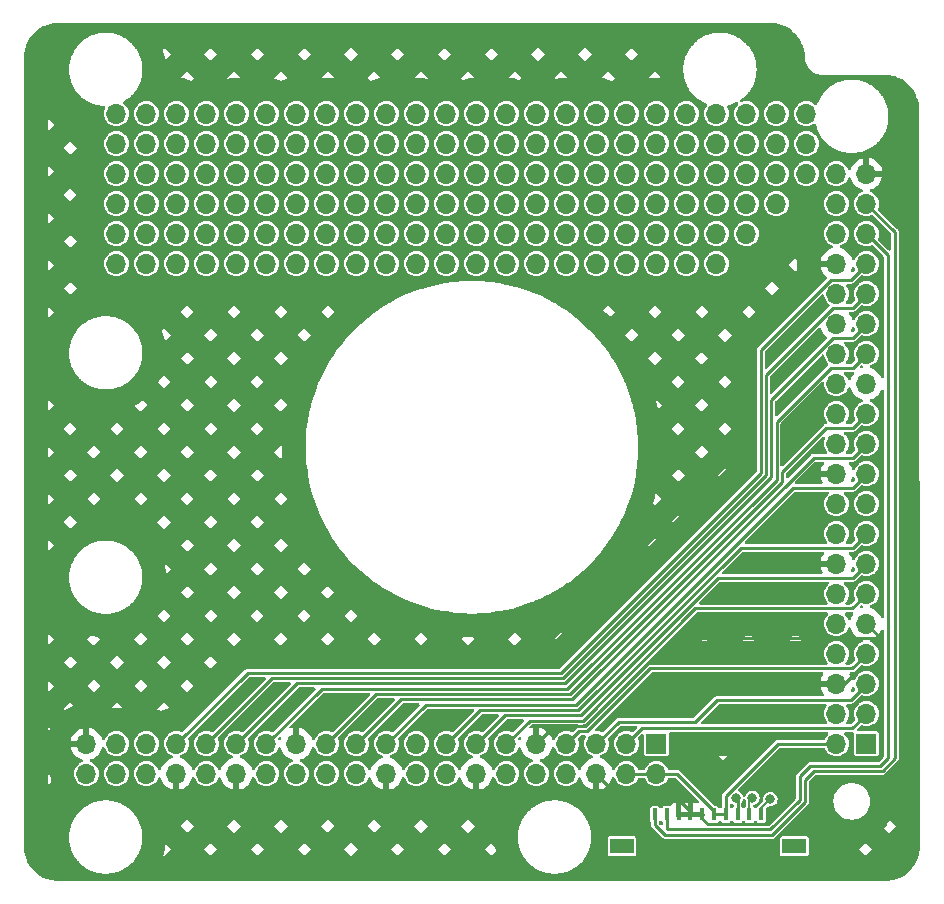
<source format=gbr>
G04 #@! TF.GenerationSoftware,KiCad,Pcbnew,6.0.0-rc1-unknown-d76c6bc884~144~ubuntu21.10.1*
G04 #@! TF.CreationDate,2021-12-01T12:13:08+00:00*
G04 #@! TF.ProjectId,tad2_top,74616432-5f74-46f7-902e-6b696361645f,1.0*
G04 #@! TF.SameCoordinates,Original*
G04 #@! TF.FileFunction,Copper,L1,Top*
G04 #@! TF.FilePolarity,Positive*
%FSLAX46Y46*%
G04 Gerber Fmt 4.6, Leading zero omitted, Abs format (unit mm)*
G04 Created by KiCad (PCBNEW 6.0.0-rc1-unknown-d76c6bc884~144~ubuntu21.10.1) date 2021-12-01 12:13:08*
%MOMM*%
%LPD*%
G01*
G04 APERTURE LIST*
G04 #@! TA.AperFunction,ComponentPad*
%ADD10O,1.700000X1.700000*%
G04 #@! TD*
G04 #@! TA.AperFunction,SMDPad,CuDef*
%ADD11R,0.400000X1.000000*%
G04 #@! TD*
G04 #@! TA.AperFunction,SMDPad,CuDef*
%ADD12R,2.000000X1.300000*%
G04 #@! TD*
G04 #@! TA.AperFunction,ComponentPad*
%ADD13R,1.700000X1.700000*%
G04 #@! TD*
G04 #@! TA.AperFunction,ViaPad*
%ADD14C,0.800000*%
G04 #@! TD*
G04 #@! TA.AperFunction,Conductor*
%ADD15C,0.250000*%
G04 #@! TD*
G04 #@! TA.AperFunction,Conductor*
%ADD16C,0.200000*%
G04 #@! TD*
G04 APERTURE END LIST*
D10*
X104140000Y-127000000D03*
X142240000Y-137160000D03*
X119380000Y-124460000D03*
X106680000Y-137160000D03*
X144780000Y-132080000D03*
X139700000Y-137160000D03*
X109220000Y-129540000D03*
X152400000Y-124460000D03*
X104140000Y-134620000D03*
X137160000Y-127000000D03*
X129540000Y-129540000D03*
X147320000Y-134620000D03*
X134620000Y-137160000D03*
X111760000Y-124460000D03*
X127000000Y-124460000D03*
X149860000Y-134620000D03*
X144780000Y-129540000D03*
X147320000Y-127000000D03*
X154940000Y-132080000D03*
X106680000Y-124460000D03*
X111760000Y-132080000D03*
X144780000Y-137160000D03*
X119380000Y-127000000D03*
X114300000Y-132080000D03*
X144780000Y-124460000D03*
X147320000Y-124460000D03*
X144780000Y-127000000D03*
X160020000Y-127000000D03*
X124460000Y-132080000D03*
X104140000Y-129540000D03*
X116840000Y-129540000D03*
X101600000Y-127000000D03*
X119380000Y-129540000D03*
X139700000Y-134620000D03*
X101600000Y-132080000D03*
X147320000Y-132080000D03*
X109220000Y-124460000D03*
X121920000Y-134620000D03*
X129540000Y-124460000D03*
X116840000Y-134620000D03*
X109220000Y-134620000D03*
X104140000Y-137160000D03*
X109220000Y-137160000D03*
X111760000Y-127000000D03*
X144780000Y-134620000D03*
X111760000Y-137160000D03*
X160020000Y-124460000D03*
X104140000Y-124460000D03*
X124460000Y-137160000D03*
X142240000Y-132080000D03*
X129540000Y-132080000D03*
X132080000Y-129540000D03*
X157480000Y-132080000D03*
X132080000Y-137160000D03*
X139700000Y-124460000D03*
X121920000Y-129540000D03*
X154940000Y-127000000D03*
X139700000Y-129540000D03*
X114300000Y-137160000D03*
X152400000Y-127000000D03*
X127000000Y-129540000D03*
X149860000Y-127000000D03*
X129540000Y-134620000D03*
X134620000Y-127000000D03*
X139700000Y-132080000D03*
X116840000Y-124460000D03*
X121920000Y-124460000D03*
X160020000Y-129540000D03*
X101600000Y-124460000D03*
X114300000Y-129540000D03*
X154940000Y-124460000D03*
X101600000Y-134620000D03*
X127000000Y-132080000D03*
X129540000Y-127000000D03*
X152400000Y-134620000D03*
X116840000Y-132080000D03*
X137160000Y-137160000D03*
X106680000Y-127000000D03*
X132080000Y-127000000D03*
X139700000Y-127000000D03*
X134620000Y-134620000D03*
X137160000Y-129540000D03*
X152400000Y-137160000D03*
X119380000Y-132080000D03*
X137160000Y-132080000D03*
X147320000Y-137160000D03*
X154940000Y-134620000D03*
X137160000Y-134620000D03*
X114300000Y-127000000D03*
X142240000Y-134620000D03*
X154940000Y-129540000D03*
X137160000Y-124460000D03*
X157480000Y-127000000D03*
X152400000Y-129540000D03*
X149860000Y-124460000D03*
X132080000Y-132080000D03*
X157480000Y-124460000D03*
X142240000Y-129540000D03*
X147320000Y-129540000D03*
X157480000Y-129540000D03*
X106680000Y-134620000D03*
X121920000Y-137160000D03*
X119380000Y-137160000D03*
X114300000Y-124460000D03*
X109220000Y-132080000D03*
X127000000Y-137160000D03*
X129540000Y-137160000D03*
X106680000Y-132080000D03*
X149860000Y-132080000D03*
D11*
X147200000Y-183790000D03*
X148200000Y-183790000D03*
X149200000Y-183790000D03*
X150200000Y-183790000D03*
X151200000Y-183790000D03*
X152200000Y-183790000D03*
X153200000Y-183790000D03*
X154200000Y-183790000D03*
X155200000Y-183790000D03*
X156200000Y-183790000D03*
D12*
X144400000Y-186490000D03*
X159000000Y-186490000D03*
D10*
X124460000Y-129540000D03*
X134620000Y-129540000D03*
X111760000Y-134620000D03*
X101600000Y-137160000D03*
X127000000Y-127000000D03*
X114300000Y-134620000D03*
X134620000Y-132080000D03*
X116840000Y-137160000D03*
X132080000Y-124460000D03*
X152400000Y-132080000D03*
X127000000Y-134620000D03*
X121920000Y-132080000D03*
X149860000Y-129540000D03*
X104140000Y-132080000D03*
X119380000Y-134620000D03*
X124460000Y-124460000D03*
X134620000Y-124460000D03*
X116840000Y-127000000D03*
X121920000Y-127000000D03*
X101600000Y-129540000D03*
X124460000Y-127000000D03*
X142240000Y-124460000D03*
X124460000Y-134620000D03*
X111760000Y-129540000D03*
X142240000Y-127000000D03*
X109220000Y-127000000D03*
X149860000Y-137160000D03*
X106680000Y-129540000D03*
X132080000Y-134620000D03*
D13*
X165100000Y-177800000D03*
D10*
X162560000Y-177800000D03*
X165100000Y-175260000D03*
X162560000Y-175260000D03*
X165100000Y-172720000D03*
X162560000Y-172720000D03*
X165100000Y-170180000D03*
X162560000Y-170180000D03*
X165100000Y-167640000D03*
X162560000Y-167640000D03*
X165100000Y-165100000D03*
X162560000Y-165100000D03*
X165100000Y-162560000D03*
X162560000Y-162560000D03*
X165100000Y-160020000D03*
X162560000Y-160020000D03*
X165100000Y-157480000D03*
X162560000Y-157480000D03*
X165100000Y-154940000D03*
X162560000Y-154940000D03*
X165100000Y-152400000D03*
X162560000Y-152400000D03*
X165100000Y-149860000D03*
X162560000Y-149860000D03*
X165100000Y-147320000D03*
X162560000Y-147320000D03*
X165100000Y-144780000D03*
X162560000Y-144780000D03*
X165100000Y-142240000D03*
X162560000Y-142240000D03*
X165100000Y-139700000D03*
X162560000Y-139700000D03*
X165100000Y-137160000D03*
X162560000Y-137160000D03*
X165100000Y-134620000D03*
X162560000Y-134620000D03*
X165100000Y-132080000D03*
X162560000Y-132080000D03*
X165100000Y-129540000D03*
X162560000Y-129540000D03*
D13*
X147320000Y-177800000D03*
D10*
X147320000Y-180340000D03*
X144780000Y-177800000D03*
X144780000Y-180340000D03*
X142240000Y-177800000D03*
X142240000Y-180340000D03*
X139700000Y-177800000D03*
X139700000Y-180340000D03*
X137160000Y-177800000D03*
X137160000Y-180340000D03*
X134620000Y-177800000D03*
X134620000Y-180340000D03*
X132080000Y-177800000D03*
X132080000Y-180340000D03*
X129540000Y-177800000D03*
X129540000Y-180340000D03*
X127000000Y-177800000D03*
X127000000Y-180340000D03*
X124460000Y-177800000D03*
X124460000Y-180340000D03*
X121920000Y-177800000D03*
X121920000Y-180340000D03*
X119380000Y-177800000D03*
X119380000Y-180340000D03*
X116840000Y-177800000D03*
X116840000Y-180340000D03*
X114300000Y-177800000D03*
X114300000Y-180340000D03*
X111760000Y-177800000D03*
X111760000Y-180340000D03*
X109220000Y-177800000D03*
X109220000Y-180340000D03*
X106680000Y-177800000D03*
X106680000Y-180340000D03*
X104140000Y-177800000D03*
X104140000Y-180340000D03*
X101600000Y-177800000D03*
X101600000Y-180340000D03*
X99060000Y-177800000D03*
X99060000Y-180340000D03*
D14*
X156972000Y-182499000D03*
X155448000Y-182372000D03*
X154051000Y-182372000D03*
D15*
X152200000Y-183790000D02*
X152200000Y-183490000D01*
X152200000Y-183490000D02*
X149050000Y-180340000D01*
X149050000Y-180340000D02*
X147320000Y-180340000D01*
X157598400Y-177800000D02*
X153200000Y-182198400D01*
X153200000Y-182198400D02*
X153200000Y-183790000D01*
X152200000Y-183790000D02*
X153200000Y-183790000D01*
X144780000Y-180340000D02*
X147320000Y-180340000D01*
X162560000Y-177800000D02*
X157598400Y-177800000D01*
X146124511Y-176483489D02*
X163920511Y-176483489D01*
X144950000Y-177658000D02*
X146124511Y-176483489D01*
X163920511Y-176483489D02*
X165134000Y-175270000D01*
X152483030Y-174095489D02*
X150630969Y-175947550D01*
X150630969Y-175947550D02*
X144120450Y-175947550D01*
X163768511Y-174095489D02*
X152483030Y-174095489D01*
X144120450Y-175947550D02*
X142410000Y-177658000D01*
X165134000Y-172730000D02*
X163768511Y-174095489D01*
X137330000Y-177658000D02*
X138691921Y-176296079D01*
X166308511Y-169107489D02*
X166308511Y-171388511D01*
X159004000Y-180350283D02*
X160154283Y-179200000D01*
X156761489Y-184614511D02*
X159004000Y-182372000D01*
X166308511Y-168848511D02*
X166308511Y-169107489D01*
X151200000Y-184139022D02*
X151675489Y-184614511D01*
X160154283Y-179200000D02*
X166093022Y-179200000D01*
X150200000Y-183790000D02*
X151200000Y-183790000D01*
X150200000Y-183490000D02*
X150200000Y-183790000D01*
X166025533Y-168824511D02*
X166308511Y-169107489D01*
X148754009Y-168824511D02*
X166025533Y-168824511D01*
X142240000Y-180340000D02*
X143764000Y-181864000D01*
X143764000Y-181864000D02*
X148574000Y-181864000D01*
X148574000Y-181864000D02*
X150200000Y-183490000D01*
X138691921Y-176296079D02*
X141282441Y-176296079D01*
X141282441Y-176296079D02*
X148754009Y-168824511D01*
X162560000Y-172720000D02*
X163239718Y-172720000D01*
X166308511Y-178984511D02*
X166093022Y-179200000D01*
X151200000Y-183790000D02*
X151200000Y-184139022D01*
X159004000Y-182372000D02*
X159004000Y-180350283D01*
X150200000Y-183790000D02*
X149200000Y-183790000D01*
X165100000Y-167640000D02*
X166308511Y-168848511D01*
X163239718Y-172720000D02*
X164571207Y-171388511D01*
X164571207Y-171388511D02*
X166308511Y-171388511D01*
X151675489Y-184614511D02*
X156761489Y-184614511D01*
X166308511Y-171388511D02*
X166308511Y-178984511D01*
X163901010Y-171422990D02*
X146791234Y-171422990D01*
X165134000Y-170190000D02*
X163901010Y-171422990D01*
X141468634Y-176745590D02*
X140782411Y-176745589D01*
X146791234Y-171422990D02*
X141468634Y-176745590D01*
X140782411Y-176745589D02*
X139870000Y-177658000D01*
X165134000Y-165110000D02*
X163901010Y-166342990D01*
X141096248Y-175846568D02*
X136601432Y-175846568D01*
X136601432Y-175846568D02*
X134790000Y-177658000D01*
X163901010Y-166342990D02*
X150599826Y-166342990D01*
X150599826Y-166342990D02*
X141096248Y-175846568D01*
X163959489Y-163744511D02*
X152562601Y-163744511D01*
X165134000Y-162570000D02*
X163959489Y-163744511D01*
X140910055Y-175397057D02*
X134510943Y-175397057D01*
X152562601Y-163744511D02*
X140910055Y-175397057D01*
X134510943Y-175397057D02*
X132250000Y-177658000D01*
X163959489Y-161204511D02*
X154466897Y-161204511D01*
X165134000Y-160030000D02*
X163959489Y-161204511D01*
X140723862Y-174947546D02*
X132420454Y-174947546D01*
X154466897Y-161204511D02*
X140723862Y-174947546D01*
X132420454Y-174947546D02*
X129710000Y-177658000D01*
X165134000Y-154950000D02*
X163959489Y-156124511D01*
X158911193Y-156124511D02*
X140537669Y-174498035D01*
X163959489Y-156124511D02*
X158911193Y-156124511D01*
X140537669Y-174498035D02*
X127789965Y-174498035D01*
X127789965Y-174498035D02*
X124630000Y-177658000D01*
X165134000Y-152410000D02*
X163959489Y-153584511D01*
X125699476Y-174048524D02*
X122090000Y-177658000D01*
X140165700Y-174048524D02*
X125699476Y-174048524D01*
X163959489Y-153584511D02*
X160629713Y-153584511D01*
X160629713Y-153584511D02*
X140165700Y-174048524D01*
X123608987Y-173599013D02*
X119550000Y-177658000D01*
X165134000Y-149870000D02*
X163959489Y-151044511D01*
X163959489Y-151044511D02*
X161719785Y-151044511D01*
X161719785Y-151044511D02*
X157947553Y-154816743D01*
X157947551Y-155630969D02*
X139979507Y-173599013D01*
X157947553Y-154816743D02*
X157947551Y-155630969D01*
X139979507Y-173599013D02*
X123608987Y-173599013D01*
X139793314Y-173149502D02*
X118978498Y-173149502D01*
X163959489Y-145964511D02*
X162071193Y-145964511D01*
X157498041Y-155444775D02*
X139793314Y-173149502D01*
X162071193Y-145964511D02*
X157498041Y-150537663D01*
X157498041Y-150537663D02*
X157498041Y-155444775D01*
X118978498Y-173149502D02*
X114470000Y-177658000D01*
X165134000Y-144790000D02*
X163959489Y-145964511D01*
X157048531Y-155258581D02*
X139607121Y-172699991D01*
X139607121Y-172699991D02*
X116888009Y-172699991D01*
X162298479Y-143424511D02*
X157048531Y-148674459D01*
X163959489Y-143424511D02*
X162298479Y-143424511D01*
X165134000Y-142250000D02*
X163959489Y-143424511D01*
X116888009Y-172699991D02*
X111930000Y-177658000D01*
X157048531Y-148674459D02*
X157048531Y-155258581D01*
X156599021Y-146583969D02*
X156599021Y-155072387D01*
X165134000Y-139710000D02*
X163959489Y-140884511D01*
X139420937Y-172250471D02*
X114797529Y-172250471D01*
X163959489Y-140884511D02*
X162298479Y-140884511D01*
X156599021Y-155072387D02*
X139420937Y-172250471D01*
X114797529Y-172250471D02*
X109390000Y-177658000D01*
X162298479Y-140884511D02*
X156599021Y-146583969D01*
X156149511Y-154886193D02*
X139234744Y-171800960D01*
X139234744Y-171800960D02*
X112707040Y-171800960D01*
X156149511Y-144493479D02*
X156149511Y-154886193D01*
X112707040Y-171800960D02*
X106850000Y-177658000D01*
X163768511Y-138535489D02*
X162107501Y-138535489D01*
X162107501Y-138535489D02*
X156149511Y-144493479D01*
X165134000Y-137170000D02*
X163768511Y-138535489D01*
X160340481Y-179649520D02*
X166279206Y-179649520D01*
X166279206Y-179649520D02*
X166899511Y-179029215D01*
X148234031Y-185064031D02*
X156947687Y-185064031D01*
X166899511Y-179029215D02*
X166899511Y-136395511D01*
X148200000Y-183790000D02*
X148200000Y-185030000D01*
X156947687Y-185064031D02*
X159453520Y-182558198D01*
X159453520Y-182558198D02*
X159453520Y-180536481D01*
X159453520Y-180536481D02*
X160340481Y-179649520D01*
X166899511Y-136395511D02*
X165134000Y-134630000D01*
X148200000Y-185030000D02*
X148234031Y-185064031D01*
X147200000Y-183790000D02*
X147200000Y-184665717D01*
X157133884Y-185513551D02*
X159903040Y-182744395D01*
X148047834Y-185513551D02*
X157133884Y-185513551D01*
X159903040Y-180848000D02*
X160652000Y-180099040D01*
X167513000Y-179051430D02*
X167513000Y-134493000D01*
X160652000Y-180099040D02*
X166465390Y-180099040D01*
X147200000Y-184665717D02*
X148047834Y-185513551D01*
X167513000Y-134493000D02*
X165100000Y-132080000D01*
X159903040Y-182744395D02*
X159903040Y-180848000D01*
X166465390Y-180099040D02*
X167513000Y-179051430D01*
D16*
X156200000Y-183790000D02*
X156200000Y-183271000D01*
X156200000Y-183271000D02*
X156972000Y-182499000D01*
X155200000Y-183790000D02*
X155200000Y-182620000D01*
X155200000Y-182620000D02*
X155448000Y-182372000D01*
D15*
X154200000Y-182521000D02*
X154051000Y-182372000D01*
X154200000Y-183790000D02*
X154200000Y-182521000D01*
G04 #@! TA.AperFunction,Conductor*
G36*
X156939521Y-116775000D02*
G01*
X156950120Y-116775000D01*
X156962000Y-116778860D01*
X156972129Y-116775569D01*
X157282435Y-116792995D01*
X157296467Y-116794576D01*
X157451185Y-116820864D01*
X157605898Y-116847151D01*
X157619673Y-116850295D01*
X157921268Y-116937183D01*
X157934605Y-116941850D01*
X158113175Y-117015816D01*
X158224577Y-117061960D01*
X158237300Y-117068087D01*
X158512006Y-117219912D01*
X158523962Y-117227425D01*
X158779938Y-117409051D01*
X158790984Y-117417859D01*
X159010686Y-117614196D01*
X159025011Y-117626998D01*
X159035001Y-117636988D01*
X159061872Y-117667057D01*
X159244140Y-117871015D01*
X159252949Y-117882062D01*
X159434575Y-118138038D01*
X159442088Y-118149994D01*
X159572957Y-118386783D01*
X159593911Y-118424696D01*
X159600040Y-118437423D01*
X159634610Y-118520883D01*
X159720150Y-118727395D01*
X159724817Y-118740732D01*
X159811705Y-119042327D01*
X159814849Y-119056102D01*
X159834604Y-119172372D01*
X159866422Y-119359634D01*
X159867423Y-119365528D01*
X159869005Y-119379565D01*
X159885616Y-119675348D01*
X159886113Y-119684202D01*
X159885622Y-119692360D01*
X159883140Y-119700000D01*
X159882690Y-119700000D01*
X159899609Y-119922320D01*
X159900691Y-119926984D01*
X159900691Y-119926987D01*
X159920133Y-120010825D01*
X159949976Y-120139519D01*
X159951744Y-120143948D01*
X159951746Y-120143955D01*
X160030855Y-120342152D01*
X160030858Y-120342159D01*
X160032629Y-120346595D01*
X160145666Y-120538780D01*
X160286484Y-120711646D01*
X160290036Y-120714859D01*
X160290038Y-120714861D01*
X160448284Y-120857999D01*
X160448289Y-120858003D01*
X160451838Y-120861213D01*
X160637921Y-120984035D01*
X160692446Y-121009140D01*
X160836100Y-121075284D01*
X160836106Y-121075286D01*
X160840447Y-121077285D01*
X161054752Y-121138814D01*
X161059508Y-121139425D01*
X161059510Y-121139425D01*
X161119033Y-121147066D01*
X161275899Y-121167205D01*
X161275922Y-121166755D01*
X161283586Y-121164696D01*
X161289900Y-121165507D01*
X161289900Y-121163000D01*
X166602120Y-121163000D01*
X166614000Y-121166860D01*
X166624230Y-121163536D01*
X166918167Y-121178941D01*
X166931276Y-121180319D01*
X167214392Y-121225160D01*
X167225599Y-121226935D01*
X167238500Y-121229677D01*
X167526335Y-121306802D01*
X167538869Y-121310874D01*
X167817062Y-121417663D01*
X167829110Y-121423027D01*
X167849672Y-121433504D01*
X168094620Y-121558311D01*
X168106042Y-121564906D01*
X168355822Y-121727115D01*
X168355951Y-121727199D01*
X168366617Y-121734949D01*
X168528825Y-121866302D01*
X168598194Y-121922476D01*
X168607995Y-121931301D01*
X168818699Y-122142005D01*
X168827524Y-122151806D01*
X168998256Y-122362642D01*
X169015049Y-122383380D01*
X169022799Y-122394047D01*
X169138596Y-122572357D01*
X169185094Y-122643958D01*
X169191689Y-122655380D01*
X169326973Y-122920890D01*
X169332336Y-122932937D01*
X169428019Y-123182196D01*
X169439124Y-123211126D01*
X169443198Y-123223665D01*
X169506937Y-123461543D01*
X169520323Y-123511501D01*
X169523065Y-123524401D01*
X169565602Y-123792964D01*
X169569681Y-123818720D01*
X169571059Y-123831833D01*
X169579636Y-123995483D01*
X169586464Y-124125770D01*
X169585931Y-124125798D01*
X169586148Y-124126742D01*
X169583140Y-124136000D01*
X169587007Y-124147901D01*
X169624994Y-186488144D01*
X169621141Y-186500001D01*
X169624432Y-186510130D01*
X169607999Y-186802744D01*
X169607006Y-186820432D01*
X169605425Y-186834468D01*
X169579137Y-186989186D01*
X169552850Y-187143899D01*
X169549706Y-187157674D01*
X169462818Y-187459269D01*
X169458151Y-187472606D01*
X169406458Y-187597404D01*
X169366747Y-187693277D01*
X169338043Y-187762574D01*
X169331914Y-187775301D01*
X169180089Y-188050007D01*
X169172576Y-188061963D01*
X168990950Y-188317939D01*
X168982141Y-188328986D01*
X168773003Y-188563012D01*
X168763013Y-188573002D01*
X168760575Y-188575181D01*
X168528986Y-188782141D01*
X168517939Y-188790950D01*
X168261963Y-188972576D01*
X168250007Y-188980089D01*
X167975301Y-189131914D01*
X167962578Y-189138041D01*
X167851176Y-189184185D01*
X167672606Y-189258151D01*
X167659269Y-189262818D01*
X167357674Y-189349706D01*
X167343899Y-189352850D01*
X167189186Y-189379137D01*
X167034468Y-189405425D01*
X167020436Y-189407006D01*
X166872722Y-189415301D01*
X166716251Y-189424088D01*
X166716250Y-189424088D01*
X166710130Y-189424432D01*
X166700001Y-189421141D01*
X166688121Y-189425001D01*
X136907448Y-189425001D01*
X96722479Y-189425000D01*
X96711880Y-189425000D01*
X96700000Y-189421140D01*
X96689871Y-189424431D01*
X96379565Y-189407005D01*
X96365533Y-189405424D01*
X96210815Y-189379136D01*
X96056102Y-189352849D01*
X96042327Y-189349705D01*
X95740732Y-189262817D01*
X95727395Y-189258150D01*
X95506573Y-189166683D01*
X95437423Y-189138040D01*
X95424698Y-189131912D01*
X95149994Y-188980088D01*
X95138038Y-188972575D01*
X94882062Y-188790949D01*
X94871015Y-188782140D01*
X94677509Y-188609213D01*
X94636988Y-188573001D01*
X94626998Y-188563011D01*
X94417860Y-188328985D01*
X94409051Y-188317938D01*
X94227425Y-188061962D01*
X94219908Y-188049999D01*
X94068087Y-187775300D01*
X94061960Y-187762577D01*
X93999579Y-187611977D01*
X93941850Y-187472605D01*
X93937183Y-187459268D01*
X93850295Y-187157673D01*
X93847151Y-187143898D01*
X93805057Y-186896151D01*
X93794576Y-186834467D01*
X93792995Y-186820431D01*
X93791814Y-186799390D01*
X93778896Y-186569376D01*
X93775913Y-186516250D01*
X93775913Y-186516249D01*
X93775569Y-186510129D01*
X93778860Y-186500000D01*
X93775000Y-186488120D01*
X93775000Y-185754200D01*
X97594908Y-185754200D01*
X97604162Y-185878720D01*
X97604394Y-185882734D01*
X97606050Y-185922244D01*
X97609436Y-186003032D01*
X97616297Y-186047350D01*
X97617428Y-186057243D01*
X97621004Y-186105358D01*
X97621671Y-186108871D01*
X97643749Y-186225160D01*
X97644477Y-186229386D01*
X97645590Y-186236575D01*
X97662475Y-186345646D01*
X97663399Y-186349046D01*
X97674967Y-186391622D01*
X97677163Y-186401152D01*
X97686684Y-186451304D01*
X97687741Y-186454709D01*
X97687742Y-186454712D01*
X97722002Y-186565048D01*
X97723261Y-186569376D01*
X97753375Y-186680212D01*
X97771952Y-186727131D01*
X97775127Y-186736137D01*
X97779644Y-186750683D01*
X97791104Y-186787592D01*
X97792545Y-186790867D01*
X97837917Y-186893983D01*
X97839740Y-186898346D01*
X97881001Y-187002560D01*
X97887946Y-187015621D01*
X97906003Y-187049582D01*
X97910080Y-187057987D01*
X97916706Y-187073045D01*
X97932921Y-187109897D01*
X97990059Y-187207873D01*
X97992455Y-187212175D01*
X98017239Y-187258785D01*
X98043765Y-187308673D01*
X98075447Y-187354943D01*
X98080316Y-187362638D01*
X98110313Y-187414076D01*
X98112449Y-187416937D01*
X98112456Y-187416947D01*
X98176467Y-187502669D01*
X98179473Y-187506871D01*
X98237645Y-187591829D01*
X98237650Y-187591835D01*
X98239636Y-187594736D01*
X98241939Y-187597404D01*
X98278101Y-187639298D01*
X98283678Y-187646240D01*
X98320999Y-187696219D01*
X98323443Y-187698817D01*
X98323448Y-187698823D01*
X98394805Y-187774677D01*
X98398409Y-187778677D01*
X98466173Y-187857182D01*
X98468743Y-187859562D01*
X98468747Y-187859566D01*
X98511439Y-187899099D01*
X98517603Y-187905216D01*
X98559820Y-187950094D01*
X98559832Y-187950106D01*
X98562270Y-187952697D01*
X98564987Y-187954997D01*
X98564989Y-187954999D01*
X98642300Y-188020447D01*
X98646499Y-188024165D01*
X98720553Y-188092740D01*
X98723370Y-188094817D01*
X98723381Y-188094826D01*
X98772472Y-188131019D01*
X98779111Y-188136267D01*
X98828303Y-188177911D01*
X98828308Y-188177915D01*
X98831024Y-188180214D01*
X98833988Y-188182194D01*
X98833990Y-188182196D01*
X98915841Y-188236887D01*
X98920611Y-188240235D01*
X98999605Y-188298475D01*
X99057897Y-188332130D01*
X99064897Y-188336483D01*
X99123807Y-188375845D01*
X99126989Y-188377484D01*
X99126991Y-188377485D01*
X99211976Y-188421255D01*
X99217284Y-188424152D01*
X99296796Y-188470059D01*
X99296801Y-188470062D01*
X99299852Y-188471823D01*
X99303077Y-188473232D01*
X99303085Y-188473236D01*
X99364094Y-188499889D01*
X99371341Y-188503334D01*
X99436853Y-188537075D01*
X99440203Y-188538344D01*
X99440207Y-188538346D01*
X99477636Y-188552526D01*
X99526960Y-188571213D01*
X99532738Y-188573568D01*
X99617550Y-188610621D01*
X99667389Y-188626049D01*
X99687210Y-188632185D01*
X99694585Y-188634721D01*
X99766139Y-188661830D01*
X99798204Y-188669973D01*
X99856774Y-188684849D01*
X99863017Y-188686607D01*
X99945379Y-188712102D01*
X99948739Y-188713142D01*
X99952195Y-188713801D01*
X99952194Y-188713801D01*
X100023125Y-188727332D01*
X100030530Y-188728977D01*
X100103963Y-188747627D01*
X100103972Y-188747629D01*
X100107430Y-188748507D01*
X100110973Y-188748989D01*
X100110972Y-188748989D01*
X100197279Y-188760735D01*
X100203897Y-188761816D01*
X100285842Y-188777448D01*
X100285848Y-188777449D01*
X100289293Y-188778106D01*
X100341720Y-188782140D01*
X100367595Y-188784131D01*
X100374919Y-188784911D01*
X100453347Y-188795585D01*
X100453354Y-188795586D01*
X100456340Y-188795992D01*
X100571081Y-188800500D01*
X100575485Y-188800500D01*
X100585152Y-188800871D01*
X100631469Y-188804435D01*
X100631470Y-188804435D01*
X100634966Y-188804704D01*
X100753142Y-188800577D01*
X100757540Y-188800500D01*
X100789198Y-188800500D01*
X100790970Y-188800399D01*
X100790983Y-188800399D01*
X100827582Y-188798320D01*
X100841909Y-188797506D01*
X100844636Y-188797381D01*
X100896080Y-188795585D01*
X100977932Y-188792727D01*
X100977935Y-188792727D01*
X100981449Y-188792604D01*
X101009101Y-188788521D01*
X101020341Y-188787375D01*
X101047992Y-188785805D01*
X101047998Y-188785804D01*
X101051560Y-188785602D01*
X101188805Y-188762019D01*
X101191711Y-188761555D01*
X101324424Y-188741958D01*
X101327815Y-188741062D01*
X101327830Y-188741059D01*
X101354150Y-188734105D01*
X101364994Y-188731745D01*
X101375682Y-188729908D01*
X101398600Y-188725970D01*
X101402031Y-188724970D01*
X101529451Y-188687830D01*
X101532524Y-188686976D01*
X101656226Y-188654293D01*
X101656227Y-188654293D01*
X101659617Y-188653397D01*
X101662882Y-188652131D01*
X101662893Y-188652127D01*
X101690925Y-188641254D01*
X101701229Y-188637761D01*
X101733225Y-188628435D01*
X101733226Y-188628435D01*
X101736659Y-188627434D01*
X101859711Y-188575833D01*
X101862842Y-188574570D01*
X101865413Y-188573573D01*
X101892643Y-188563011D01*
X101979570Y-188529295D01*
X101979578Y-188529291D01*
X101982848Y-188528023D01*
X101985958Y-188526397D01*
X101985965Y-188526394D01*
X102015087Y-188511170D01*
X102024731Y-188506637D01*
X102058094Y-188492646D01*
X102058106Y-188492640D01*
X102061390Y-188491263D01*
X102175290Y-188427476D01*
X102178481Y-188425748D01*
X102187075Y-188421255D01*
X102290090Y-188367401D01*
X102293008Y-188365433D01*
X102293016Y-188365428D01*
X102311210Y-188353155D01*
X102322582Y-188345485D01*
X102331461Y-188340016D01*
X102368619Y-188319207D01*
X102371524Y-188317116D01*
X102371533Y-188317110D01*
X102472209Y-188244633D01*
X102475365Y-188242432D01*
X102564668Y-188182196D01*
X102577513Y-188173532D01*
X102609513Y-188146298D01*
X102617554Y-188139999D01*
X102654395Y-188113477D01*
X102657039Y-188111075D01*
X102657053Y-188111064D01*
X102746788Y-188029554D01*
X102749843Y-188026867D01*
X102838861Y-187951107D01*
X102838862Y-187951106D01*
X102841534Y-187948832D01*
X102872219Y-187916156D01*
X102879337Y-187909155D01*
X102915046Y-187876719D01*
X102917397Y-187874038D01*
X102917407Y-187874028D01*
X102995469Y-187785015D01*
X102998351Y-187781839D01*
X103001319Y-187778679D01*
X103076309Y-187698823D01*
X103076452Y-187698671D01*
X103076456Y-187698666D01*
X103078863Y-187696103D01*
X103080970Y-187693287D01*
X103080978Y-187693277D01*
X103107389Y-187657971D01*
X103113543Y-187650377D01*
X103147219Y-187611977D01*
X103159180Y-187594736D01*
X103215107Y-187514116D01*
X103217743Y-187510458D01*
X103220427Y-187506871D01*
X103286541Y-187418494D01*
X103312082Y-187374960D01*
X103317208Y-187366937D01*
X103347929Y-187322653D01*
X103382246Y-187258785D01*
X105558267Y-187258785D01*
X105624864Y-187325382D01*
X106191964Y-186758282D01*
X106191963Y-186758281D01*
X109017562Y-186758281D01*
X109584662Y-187325382D01*
X110151762Y-186758282D01*
X110151761Y-186758281D01*
X112977360Y-186758281D01*
X113544460Y-187325382D01*
X114111560Y-186758282D01*
X114111559Y-186758281D01*
X116937158Y-186758281D01*
X117504258Y-187325382D01*
X118071358Y-186758282D01*
X118071357Y-186758281D01*
X120896956Y-186758281D01*
X121464056Y-187325382D01*
X122031156Y-186758282D01*
X122031155Y-186758281D01*
X124856754Y-186758281D01*
X125423854Y-187325382D01*
X125990954Y-186758282D01*
X125990953Y-186758281D01*
X128816552Y-186758281D01*
X129383652Y-187325382D01*
X129950752Y-186758282D01*
X129950751Y-186758281D01*
X132776350Y-186758281D01*
X133343450Y-187325382D01*
X133745494Y-186923338D01*
X133727463Y-186841147D01*
X133710571Y-186771326D01*
X133709791Y-186767895D01*
X133706866Y-186754134D01*
X133706183Y-186750683D01*
X133688581Y-186654781D01*
X133687994Y-186651311D01*
X133674870Y-186566537D01*
X133664575Y-186512308D01*
X133343449Y-186191182D01*
X132776350Y-186758281D01*
X129950751Y-186758281D01*
X129383651Y-186191182D01*
X128816552Y-186758281D01*
X125990953Y-186758281D01*
X125423853Y-186191182D01*
X124856754Y-186758281D01*
X122031155Y-186758281D01*
X121464055Y-186191182D01*
X120896956Y-186758281D01*
X118071357Y-186758281D01*
X117504257Y-186191182D01*
X116937158Y-186758281D01*
X114111559Y-186758281D01*
X113544459Y-186191182D01*
X112977360Y-186758281D01*
X110151761Y-186758281D01*
X109584661Y-186191182D01*
X109017562Y-186758281D01*
X106191963Y-186758281D01*
X105762863Y-186329181D01*
X105754943Y-186399786D01*
X105754502Y-186403278D01*
X105752544Y-186417209D01*
X105752005Y-186420687D01*
X105735744Y-186516820D01*
X105735109Y-186520280D01*
X105722747Y-186582709D01*
X105712450Y-186649614D01*
X105711855Y-186653143D01*
X105694001Y-186750645D01*
X105693307Y-186754153D01*
X105690336Y-186768127D01*
X105689545Y-186771608D01*
X105666237Y-186867759D01*
X105665428Y-186870901D01*
X105645441Y-186958874D01*
X105644614Y-186962294D01*
X105641116Y-186975918D01*
X105640193Y-186979313D01*
X105613316Y-187073045D01*
X105612299Y-187076414D01*
X105591698Y-187141358D01*
X105572726Y-187210945D01*
X105571738Y-187214378D01*
X105558267Y-187258785D01*
X103382246Y-187258785D01*
X103402951Y-187220252D01*
X103405258Y-187216145D01*
X103460194Y-187122510D01*
X103460198Y-187122503D01*
X103461980Y-187119465D01*
X103483641Y-187070812D01*
X103487755Y-187062425D01*
X103512904Y-187015621D01*
X103512905Y-187015618D01*
X103514598Y-187012468D01*
X103556616Y-186907149D01*
X103558536Y-186902599D01*
X103601556Y-186805976D01*
X103601562Y-186805961D01*
X103602994Y-186802744D01*
X103612871Y-186771608D01*
X103619950Y-186749293D01*
X103623022Y-186740704D01*
X103643753Y-186688740D01*
X103643756Y-186688732D01*
X103645081Y-186685410D01*
X103674161Y-186578745D01*
X103675610Y-186573831D01*
X103707824Y-186472278D01*
X103719264Y-186414504D01*
X103721295Y-186405859D01*
X103737701Y-186345683D01*
X103754088Y-186239211D01*
X103755020Y-186233917D01*
X103774478Y-186135649D01*
X103775164Y-186132186D01*
X103780326Y-186070710D01*
X103781351Y-186062085D01*
X103790724Y-186001187D01*
X103791268Y-185997655D01*
X103795385Y-185892855D01*
X103795730Y-185887262D01*
X103796452Y-185878672D01*
X103804174Y-185786707D01*
X103804353Y-185773939D01*
X103804628Y-185754200D01*
X135594908Y-185754200D01*
X135604162Y-185878720D01*
X135604394Y-185882734D01*
X135606050Y-185922244D01*
X135609436Y-186003032D01*
X135616297Y-186047350D01*
X135617428Y-186057243D01*
X135621004Y-186105358D01*
X135621671Y-186108871D01*
X135643749Y-186225160D01*
X135644477Y-186229386D01*
X135645590Y-186236575D01*
X135662475Y-186345646D01*
X135663399Y-186349046D01*
X135674967Y-186391622D01*
X135677163Y-186401152D01*
X135686684Y-186451304D01*
X135687741Y-186454709D01*
X135687742Y-186454712D01*
X135722002Y-186565048D01*
X135723261Y-186569376D01*
X135753375Y-186680212D01*
X135771952Y-186727131D01*
X135775127Y-186736137D01*
X135779644Y-186750683D01*
X135791104Y-186787592D01*
X135792545Y-186790867D01*
X135837917Y-186893983D01*
X135839740Y-186898346D01*
X135881001Y-187002560D01*
X135887946Y-187015621D01*
X135906003Y-187049582D01*
X135910080Y-187057987D01*
X135916706Y-187073045D01*
X135932921Y-187109897D01*
X135990059Y-187207873D01*
X135992455Y-187212175D01*
X136017239Y-187258785D01*
X136043765Y-187308673D01*
X136075447Y-187354943D01*
X136080316Y-187362638D01*
X136110313Y-187414076D01*
X136112449Y-187416937D01*
X136112456Y-187416947D01*
X136176467Y-187502669D01*
X136179473Y-187506871D01*
X136237645Y-187591829D01*
X136237650Y-187591835D01*
X136239636Y-187594736D01*
X136241939Y-187597404D01*
X136278101Y-187639298D01*
X136283678Y-187646240D01*
X136320999Y-187696219D01*
X136323443Y-187698817D01*
X136323448Y-187698823D01*
X136394805Y-187774677D01*
X136398409Y-187778677D01*
X136466173Y-187857182D01*
X136468743Y-187859562D01*
X136468747Y-187859566D01*
X136511439Y-187899099D01*
X136517603Y-187905216D01*
X136559820Y-187950094D01*
X136559832Y-187950106D01*
X136562270Y-187952697D01*
X136564987Y-187954997D01*
X136564989Y-187954999D01*
X136642300Y-188020447D01*
X136646499Y-188024165D01*
X136720553Y-188092740D01*
X136723370Y-188094817D01*
X136723381Y-188094826D01*
X136772472Y-188131019D01*
X136779111Y-188136267D01*
X136828303Y-188177911D01*
X136828308Y-188177915D01*
X136831024Y-188180214D01*
X136833988Y-188182194D01*
X136833990Y-188182196D01*
X136915841Y-188236887D01*
X136920611Y-188240235D01*
X136999605Y-188298475D01*
X137057897Y-188332130D01*
X137064897Y-188336483D01*
X137123807Y-188375845D01*
X137126989Y-188377484D01*
X137126991Y-188377485D01*
X137211976Y-188421255D01*
X137217284Y-188424152D01*
X137296796Y-188470059D01*
X137296801Y-188470062D01*
X137299852Y-188471823D01*
X137303077Y-188473232D01*
X137303085Y-188473236D01*
X137364094Y-188499889D01*
X137371341Y-188503334D01*
X137436853Y-188537075D01*
X137440203Y-188538344D01*
X137440207Y-188538346D01*
X137477636Y-188552526D01*
X137526960Y-188571213D01*
X137532738Y-188573568D01*
X137617550Y-188610621D01*
X137667389Y-188626049D01*
X137687210Y-188632185D01*
X137694585Y-188634721D01*
X137766139Y-188661830D01*
X137798204Y-188669973D01*
X137856774Y-188684849D01*
X137863017Y-188686607D01*
X137945379Y-188712102D01*
X137948739Y-188713142D01*
X137952195Y-188713801D01*
X137952194Y-188713801D01*
X138023125Y-188727332D01*
X138030530Y-188728977D01*
X138103963Y-188747627D01*
X138103972Y-188747629D01*
X138107430Y-188748507D01*
X138110973Y-188748989D01*
X138110972Y-188748989D01*
X138197279Y-188760735D01*
X138203897Y-188761816D01*
X138285842Y-188777448D01*
X138285848Y-188777449D01*
X138289293Y-188778106D01*
X138341720Y-188782140D01*
X138367595Y-188784131D01*
X138374919Y-188784911D01*
X138453347Y-188795585D01*
X138453354Y-188795586D01*
X138456340Y-188795992D01*
X138571081Y-188800500D01*
X138575485Y-188800500D01*
X138585152Y-188800871D01*
X138631469Y-188804435D01*
X138631470Y-188804435D01*
X138634966Y-188804704D01*
X138753142Y-188800577D01*
X138757540Y-188800500D01*
X138789198Y-188800500D01*
X138790970Y-188800399D01*
X138790983Y-188800399D01*
X138827582Y-188798320D01*
X138841909Y-188797506D01*
X138844636Y-188797381D01*
X138896080Y-188795585D01*
X138977932Y-188792727D01*
X138977935Y-188792727D01*
X138981449Y-188792604D01*
X139009101Y-188788521D01*
X139020341Y-188787375D01*
X139047992Y-188785805D01*
X139047998Y-188785804D01*
X139051560Y-188785602D01*
X139188805Y-188762019D01*
X139191711Y-188761555D01*
X139324424Y-188741958D01*
X139327815Y-188741062D01*
X139327830Y-188741059D01*
X139354150Y-188734105D01*
X139364994Y-188731745D01*
X139375682Y-188729908D01*
X139398600Y-188725970D01*
X139402031Y-188724970D01*
X139529451Y-188687830D01*
X139532524Y-188686976D01*
X139656226Y-188654293D01*
X139656227Y-188654293D01*
X139659617Y-188653397D01*
X139662882Y-188652131D01*
X139662893Y-188652127D01*
X139690925Y-188641254D01*
X139701229Y-188637761D01*
X139733225Y-188628435D01*
X139733226Y-188628435D01*
X139736659Y-188627434D01*
X139859711Y-188575833D01*
X139862842Y-188574570D01*
X139865413Y-188573573D01*
X139892643Y-188563011D01*
X139979570Y-188529295D01*
X139979578Y-188529291D01*
X139982848Y-188528023D01*
X139985958Y-188526397D01*
X139985965Y-188526394D01*
X140015087Y-188511170D01*
X140024731Y-188506637D01*
X140058094Y-188492646D01*
X140058106Y-188492640D01*
X140061390Y-188491263D01*
X140175290Y-188427476D01*
X140178481Y-188425748D01*
X140187075Y-188421255D01*
X140290090Y-188367401D01*
X140293008Y-188365433D01*
X140293016Y-188365428D01*
X140311210Y-188353155D01*
X140322582Y-188345485D01*
X140331461Y-188340016D01*
X140368619Y-188319207D01*
X140371524Y-188317116D01*
X140371533Y-188317110D01*
X140472209Y-188244633D01*
X140475365Y-188242432D01*
X140564668Y-188182196D01*
X140577513Y-188173532D01*
X140609513Y-188146298D01*
X140617554Y-188139999D01*
X140654395Y-188113477D01*
X140657039Y-188111075D01*
X140657053Y-188111064D01*
X140746788Y-188029554D01*
X140749843Y-188026867D01*
X140838861Y-187951107D01*
X140838862Y-187951106D01*
X140841534Y-187948832D01*
X140872219Y-187916156D01*
X140879337Y-187909155D01*
X140915046Y-187876719D01*
X140917397Y-187874038D01*
X140917407Y-187874028D01*
X140995469Y-187785015D01*
X140998351Y-187781839D01*
X141001319Y-187778679D01*
X141076309Y-187698823D01*
X141076452Y-187698671D01*
X141076456Y-187698666D01*
X141078863Y-187696103D01*
X141080970Y-187693287D01*
X141080978Y-187693277D01*
X141107389Y-187657971D01*
X141113543Y-187650377D01*
X141147219Y-187611977D01*
X141159180Y-187594736D01*
X141215107Y-187514116D01*
X141217743Y-187510458D01*
X141220427Y-187506871D01*
X141286541Y-187418494D01*
X141312082Y-187374960D01*
X141317208Y-187366937D01*
X141347929Y-187322653D01*
X141402951Y-187220252D01*
X141405258Y-187216145D01*
X141438346Y-187159748D01*
X143199500Y-187159748D01*
X143211133Y-187218231D01*
X143255448Y-187284552D01*
X143265761Y-187291443D01*
X143307754Y-187319502D01*
X143321769Y-187328867D01*
X143333938Y-187331288D01*
X143333939Y-187331288D01*
X143374184Y-187339293D01*
X143380252Y-187340500D01*
X145419748Y-187340500D01*
X145425816Y-187339293D01*
X145466061Y-187331288D01*
X145466062Y-187331288D01*
X145478231Y-187328867D01*
X145492247Y-187319502D01*
X145534239Y-187291443D01*
X145544552Y-187284552D01*
X145588867Y-187218231D01*
X145600500Y-187159748D01*
X157799500Y-187159748D01*
X157811133Y-187218231D01*
X157855448Y-187284552D01*
X157865761Y-187291443D01*
X157907754Y-187319502D01*
X157921769Y-187328867D01*
X157933938Y-187331288D01*
X157933939Y-187331288D01*
X157974184Y-187339293D01*
X157980252Y-187340500D01*
X160019748Y-187340500D01*
X160025816Y-187339293D01*
X160066061Y-187331288D01*
X160066062Y-187331288D01*
X160078231Y-187328867D01*
X160092247Y-187319502D01*
X160134239Y-187291443D01*
X160144552Y-187284552D01*
X160188867Y-187218231D01*
X160200500Y-187159748D01*
X160200500Y-186758282D01*
X164454733Y-186758282D01*
X165021833Y-187325382D01*
X165588933Y-186758281D01*
X165021834Y-186191182D01*
X164454733Y-186758282D01*
X160200500Y-186758282D01*
X160200500Y-185820252D01*
X160194152Y-185788337D01*
X160191288Y-185773939D01*
X160191288Y-185773938D01*
X160188867Y-185761769D01*
X160144552Y-185695448D01*
X160078231Y-185651133D01*
X160066062Y-185648712D01*
X160066061Y-185648712D01*
X160025816Y-185640707D01*
X160019748Y-185639500D01*
X157980252Y-185639500D01*
X157974184Y-185640707D01*
X157933939Y-185648712D01*
X157933938Y-185648712D01*
X157921769Y-185651133D01*
X157855448Y-185695448D01*
X157811133Y-185761769D01*
X157808712Y-185773938D01*
X157808712Y-185773939D01*
X157805848Y-185788337D01*
X157799500Y-185820252D01*
X157799500Y-187159748D01*
X145600500Y-187159748D01*
X145600500Y-185820252D01*
X145594152Y-185788337D01*
X145591288Y-185773939D01*
X145591288Y-185773938D01*
X145588867Y-185761769D01*
X145544552Y-185695448D01*
X145478231Y-185651133D01*
X145466062Y-185648712D01*
X145466061Y-185648712D01*
X145425816Y-185640707D01*
X145419748Y-185639500D01*
X143380252Y-185639500D01*
X143374184Y-185640707D01*
X143333939Y-185648712D01*
X143333938Y-185648712D01*
X143321769Y-185651133D01*
X143255448Y-185695448D01*
X143211133Y-185761769D01*
X143208712Y-185773938D01*
X143208712Y-185773939D01*
X143205848Y-185788337D01*
X143199500Y-185820252D01*
X143199500Y-187159748D01*
X141438346Y-187159748D01*
X141460194Y-187122510D01*
X141460198Y-187122503D01*
X141461980Y-187119465D01*
X141483641Y-187070812D01*
X141487755Y-187062425D01*
X141512904Y-187015621D01*
X141512905Y-187015618D01*
X141514598Y-187012468D01*
X141556616Y-186907149D01*
X141558536Y-186902599D01*
X141601556Y-186805976D01*
X141601562Y-186805961D01*
X141602994Y-186802744D01*
X141612871Y-186771608D01*
X141619950Y-186749293D01*
X141623022Y-186740704D01*
X141643753Y-186688740D01*
X141643756Y-186688732D01*
X141645081Y-186685410D01*
X141674161Y-186578745D01*
X141675610Y-186573831D01*
X141707824Y-186472278D01*
X141719264Y-186414504D01*
X141721295Y-186405859D01*
X141737701Y-186345683D01*
X141754088Y-186239211D01*
X141755020Y-186233917D01*
X141774478Y-186135649D01*
X141775164Y-186132186D01*
X141780326Y-186070710D01*
X141781351Y-186062085D01*
X141790724Y-186001187D01*
X141791268Y-185997655D01*
X141795385Y-185892855D01*
X141795730Y-185887262D01*
X141796452Y-185878672D01*
X141804174Y-185786707D01*
X141804353Y-185773939D01*
X141804969Y-185729766D01*
X141805385Y-185700000D01*
X141804297Y-185680542D01*
X141804197Y-185668564D01*
X141804612Y-185658026D01*
X141804804Y-185653126D01*
X141804952Y-185649368D01*
X141804952Y-185649364D01*
X141805092Y-185645800D01*
X141804827Y-185642238D01*
X141804827Y-185642222D01*
X141794126Y-185498229D01*
X141793975Y-185495924D01*
X141786032Y-185353846D01*
X141782309Y-185331830D01*
X141780893Y-185320167D01*
X141779262Y-185298216D01*
X141779261Y-185298210D01*
X141778996Y-185294642D01*
X141751936Y-185152114D01*
X141751500Y-185149686D01*
X141728802Y-185015483D01*
X141728802Y-185015481D01*
X141728214Y-185012007D01*
X141721286Y-184987849D01*
X141718619Y-184976630D01*
X141713983Y-184952209D01*
X141713983Y-184952208D01*
X141713316Y-184948696D01*
X141712255Y-184945279D01*
X141712252Y-184945267D01*
X141671171Y-184812964D01*
X141670384Y-184810330D01*
X141668971Y-184805401D01*
X141632652Y-184678742D01*
X141622006Y-184652913D01*
X141618167Y-184642264D01*
X141609959Y-184615829D01*
X141609954Y-184615816D01*
X141608896Y-184612408D01*
X141552830Y-184484987D01*
X141551676Y-184482280D01*
X141550270Y-184478867D01*
X141528386Y-184425773D01*
X141501875Y-184361452D01*
X141501871Y-184361444D01*
X141500537Y-184358207D01*
X141493771Y-184345900D01*
X141485719Y-184331252D01*
X141480806Y-184321300D01*
X141468520Y-184293378D01*
X141467079Y-184290103D01*
X141398408Y-184172350D01*
X141396850Y-184169598D01*
X141335218Y-184057490D01*
X141335205Y-184057469D01*
X141333516Y-184054397D01*
X141314169Y-184026970D01*
X141308288Y-184017818D01*
X141291494Y-183989021D01*
X141291487Y-183989010D01*
X141289687Y-183985924D01*
X141276902Y-183968804D01*
X141209839Y-183878994D01*
X141207837Y-183876236D01*
X141133670Y-183771097D01*
X141109518Y-183743893D01*
X141102783Y-183735629D01*
X141081140Y-183706646D01*
X141079001Y-183703781D01*
X141076557Y-183701183D01*
X141076552Y-183701177D01*
X140989541Y-183608682D01*
X140987094Y-183606004D01*
X140971401Y-183588329D01*
X140903490Y-183511839D01*
X140874349Y-183485600D01*
X140866901Y-183478313D01*
X140853907Y-183464500D01*
X140837730Y-183447303D01*
X140740281Y-183364806D01*
X140737389Y-183362281D01*
X140648456Y-183282206D01*
X140645846Y-183279856D01*
X140642995Y-183277815D01*
X140642984Y-183277806D01*
X140611687Y-183255400D01*
X140603622Y-183249116D01*
X140571700Y-183222092D01*
X140568976Y-183219786D01*
X140494739Y-183170182D01*
X140465195Y-183150441D01*
X140461850Y-183148127D01*
X140381645Y-183090707D01*
X140363948Y-183078037D01*
X140360878Y-183076321D01*
X140360873Y-183076318D01*
X140324812Y-183056164D01*
X140316297Y-183050951D01*
X140276193Y-183024155D01*
X140273019Y-183022520D01*
X140273010Y-183022515D01*
X140167769Y-182968312D01*
X140163991Y-182966284D01*
X140159790Y-182963936D01*
X140061311Y-182908898D01*
X140058060Y-182907531D01*
X140058055Y-182907529D01*
X140039418Y-182899695D01*
X140017393Y-182890437D01*
X140008543Y-182886306D01*
X139963147Y-182862925D01*
X139916400Y-182845214D01*
X139851778Y-182820731D01*
X139847592Y-182819059D01*
X139744954Y-182775914D01*
X139744949Y-182775912D01*
X139741706Y-182774549D01*
X139693287Y-182760298D01*
X139684265Y-182757266D01*
X139633861Y-182738170D01*
X139521196Y-182709557D01*
X139516641Y-182708309D01*
X139509190Y-182706116D01*
X139409117Y-182676663D01*
X139405658Y-182676053D01*
X139405649Y-182676051D01*
X139356674Y-182667416D01*
X139347537Y-182665453D01*
X139339418Y-182663391D01*
X139292570Y-182651493D01*
X139289030Y-182651011D01*
X139289029Y-182651011D01*
X139180202Y-182636200D01*
X139175315Y-182635437D01*
X139156775Y-182632168D01*
X139067690Y-182616460D01*
X139011739Y-182612940D01*
X139002667Y-182612038D01*
X138986521Y-182609841D01*
X138946653Y-182604415D01*
X138946646Y-182604414D01*
X138943660Y-182604008D01*
X138828919Y-182599500D01*
X138802071Y-182599500D01*
X138794159Y-182599251D01*
X138725198Y-182594912D01*
X138725192Y-182594912D01*
X138721680Y-182594691D01*
X138628444Y-182599251D01*
X138626420Y-182599350D01*
X138620265Y-182599500D01*
X138610802Y-182599500D01*
X138609032Y-182599601D01*
X138609015Y-182599601D01*
X138567412Y-182601964D01*
X138533328Y-182603900D01*
X138532544Y-182603942D01*
X138375399Y-182611627D01*
X138370068Y-182612491D01*
X138357075Y-182613908D01*
X138348440Y-182614398D01*
X138301980Y-182622381D01*
X138187310Y-182642084D01*
X138186119Y-182642283D01*
X138123824Y-182652373D01*
X138033164Y-182667057D01*
X138026455Y-182668930D01*
X138025255Y-182669265D01*
X138012719Y-182672084D01*
X138004937Y-182673421D01*
X138004917Y-182673426D01*
X138001400Y-182674030D01*
X137976153Y-182681389D01*
X137847653Y-182718844D01*
X137846278Y-182719237D01*
X137773940Y-182739434D01*
X137699241Y-182760290D01*
X137695988Y-182761604D01*
X137695986Y-182761605D01*
X137689012Y-182764423D01*
X137677071Y-182768564D01*
X137663341Y-182772566D01*
X137660046Y-182773948D01*
X137660031Y-182773953D01*
X137518522Y-182833293D01*
X137517007Y-182833917D01*
X137377791Y-182890164D01*
X137374696Y-182891838D01*
X137374695Y-182891838D01*
X137365601Y-182896755D01*
X137354398Y-182902116D01*
X137341918Y-182907349D01*
X137341905Y-182907355D01*
X137338610Y-182908737D01*
X137204308Y-182983950D01*
X137202670Y-182984852D01*
X137075919Y-183053385D01*
X137075913Y-183053389D01*
X137072822Y-183055060D01*
X137069933Y-183057068D01*
X137069923Y-183057074D01*
X137059122Y-183064580D01*
X137048787Y-183071044D01*
X137034509Y-183079041D01*
X137031381Y-183080793D01*
X136927239Y-183155765D01*
X136908889Y-183168975D01*
X136907202Y-183170169D01*
X136788134Y-183252923D01*
X136785495Y-183255233D01*
X136785494Y-183255234D01*
X136773462Y-183265767D01*
X136764100Y-183273208D01*
X136745605Y-183286523D01*
X136742965Y-183288921D01*
X136636067Y-183386020D01*
X136634344Y-183387556D01*
X136529923Y-183478969D01*
X136529916Y-183478976D01*
X136527276Y-183481287D01*
X136524908Y-183483881D01*
X136524897Y-183483891D01*
X136512231Y-183497762D01*
X136503910Y-183506062D01*
X136484954Y-183523281D01*
X136482603Y-183525962D01*
X136389312Y-183632339D01*
X136387626Y-183634223D01*
X136295867Y-183734712D01*
X136295862Y-183734718D01*
X136293499Y-183737306D01*
X136291434Y-183740148D01*
X136291426Y-183740158D01*
X136278730Y-183757632D01*
X136271527Y-183766647D01*
X136257211Y-183782972D01*
X136252781Y-183788023D01*
X136250745Y-183790958D01*
X136250741Y-183790963D01*
X136171773Y-183904795D01*
X136170182Y-183907036D01*
X136145620Y-183940843D01*
X136089717Y-184017787D01*
X136084501Y-184026970D01*
X136075918Y-184042079D01*
X136069888Y-184051663D01*
X136058783Y-184067672D01*
X136052071Y-184077347D01*
X136031571Y-184115500D01*
X135986193Y-184199952D01*
X135984758Y-184202549D01*
X135977690Y-184214991D01*
X135918470Y-184319237D01*
X135917083Y-184322473D01*
X135917081Y-184322477D01*
X135906355Y-184347502D01*
X135901536Y-184357503D01*
X135887093Y-184384383D01*
X135887086Y-184384397D01*
X135885402Y-184387532D01*
X135844940Y-184488952D01*
X135834883Y-184514159D01*
X135833685Y-184517056D01*
X135781893Y-184637896D01*
X135780877Y-184641261D01*
X135772190Y-184670033D01*
X135768605Y-184680284D01*
X135754919Y-184714590D01*
X135728818Y-184810330D01*
X135719821Y-184843329D01*
X135718880Y-184846605D01*
X135688057Y-184948696D01*
X135681687Y-184969793D01*
X135681053Y-184973248D01*
X135675118Y-185005584D01*
X135672753Y-185015972D01*
X135662299Y-185054317D01*
X135661755Y-185057852D01*
X135661753Y-185057861D01*
X135642440Y-185183340D01*
X135641837Y-185186915D01*
X135619102Y-185310792D01*
X135618856Y-185314307D01*
X135618856Y-185314309D01*
X135616368Y-185349890D01*
X135615209Y-185360263D01*
X135608732Y-185402345D01*
X135608592Y-185405910D01*
X135603718Y-185529946D01*
X135603508Y-185533788D01*
X135594918Y-185656642D01*
X135595065Y-185660152D01*
X135595065Y-185660158D01*
X135596677Y-185698616D01*
X135596690Y-185708838D01*
X135594908Y-185754200D01*
X103804628Y-185754200D01*
X103804969Y-185729766D01*
X103805385Y-185700000D01*
X103804297Y-185680542D01*
X103804197Y-185668564D01*
X103804612Y-185658026D01*
X103804804Y-185653126D01*
X103804952Y-185649368D01*
X103804952Y-185649364D01*
X103805092Y-185645800D01*
X103804827Y-185642238D01*
X103804827Y-185642222D01*
X103794126Y-185498229D01*
X103793975Y-185495924D01*
X103786032Y-185353846D01*
X103782309Y-185331830D01*
X103780893Y-185320167D01*
X103779262Y-185298216D01*
X103779261Y-185298210D01*
X103778996Y-185294642D01*
X103751936Y-185152114D01*
X103751500Y-185149686D01*
X103728802Y-185015483D01*
X103728802Y-185015481D01*
X103728214Y-185012007D01*
X103721286Y-184987849D01*
X103718619Y-184976630D01*
X103713983Y-184952209D01*
X103713983Y-184952208D01*
X103713316Y-184948696D01*
X103712255Y-184945279D01*
X103712252Y-184945267D01*
X103671171Y-184812964D01*
X103670384Y-184810330D01*
X103668971Y-184805401D01*
X103661223Y-184778382D01*
X107037663Y-184778382D01*
X107604763Y-185345483D01*
X108171863Y-184778383D01*
X108171862Y-184778382D01*
X110997461Y-184778382D01*
X111564561Y-185345483D01*
X112131661Y-184778383D01*
X112131660Y-184778382D01*
X114957259Y-184778382D01*
X115524359Y-185345483D01*
X116091459Y-184778383D01*
X116091458Y-184778382D01*
X118917057Y-184778382D01*
X119484157Y-185345483D01*
X120051257Y-184778383D01*
X120051256Y-184778382D01*
X122876855Y-184778382D01*
X123443955Y-185345483D01*
X124011055Y-184778383D01*
X124011054Y-184778382D01*
X126836653Y-184778382D01*
X127403753Y-185345483D01*
X127970853Y-184778383D01*
X127970852Y-184778382D01*
X130796451Y-184778382D01*
X131363551Y-185345483D01*
X131930651Y-184778383D01*
X131363550Y-184211283D01*
X130796451Y-184778382D01*
X127970852Y-184778382D01*
X127403752Y-184211283D01*
X126836653Y-184778382D01*
X124011054Y-184778382D01*
X123443954Y-184211283D01*
X122876855Y-184778382D01*
X120051256Y-184778382D01*
X119484156Y-184211283D01*
X118917057Y-184778382D01*
X116091458Y-184778382D01*
X115524358Y-184211283D01*
X114957259Y-184778382D01*
X112131660Y-184778382D01*
X111564560Y-184211283D01*
X110997461Y-184778382D01*
X108171862Y-184778382D01*
X107604762Y-184211283D01*
X107037663Y-184778382D01*
X103661223Y-184778382D01*
X103632652Y-184678742D01*
X103622006Y-184652913D01*
X103618167Y-184642264D01*
X103609959Y-184615829D01*
X103609954Y-184615816D01*
X103608896Y-184612408D01*
X103552830Y-184484987D01*
X103551676Y-184482280D01*
X103550270Y-184478867D01*
X103528386Y-184425773D01*
X103501875Y-184361452D01*
X103501871Y-184361444D01*
X103500537Y-184358207D01*
X103493771Y-184345900D01*
X103485719Y-184331252D01*
X103480806Y-184321300D01*
X103468520Y-184293378D01*
X103467079Y-184290103D01*
X103398408Y-184172350D01*
X103396850Y-184169598D01*
X103335218Y-184057490D01*
X103335205Y-184057469D01*
X103333516Y-184054397D01*
X103314169Y-184026970D01*
X103308288Y-184017818D01*
X103291494Y-183989021D01*
X103291487Y-183989010D01*
X103289687Y-183985924D01*
X103276902Y-183968804D01*
X103209839Y-183878994D01*
X103207837Y-183876236D01*
X103133670Y-183771097D01*
X103109518Y-183743893D01*
X103102783Y-183735629D01*
X103081140Y-183706646D01*
X103079001Y-183703781D01*
X103076557Y-183701183D01*
X103076552Y-183701177D01*
X102989541Y-183608682D01*
X102987094Y-183606004D01*
X102971401Y-183588329D01*
X102903490Y-183511839D01*
X102874349Y-183485600D01*
X102866901Y-183478313D01*
X102853907Y-183464500D01*
X102837730Y-183447303D01*
X102740281Y-183364806D01*
X102737389Y-183362281D01*
X102648456Y-183282206D01*
X102645846Y-183279856D01*
X102642995Y-183277815D01*
X102642984Y-183277806D01*
X102611687Y-183255400D01*
X102603622Y-183249116D01*
X102571700Y-183222092D01*
X102568976Y-183219786D01*
X102494739Y-183170182D01*
X102465195Y-183150441D01*
X102461850Y-183148127D01*
X102381645Y-183090707D01*
X102363948Y-183078037D01*
X102360878Y-183076321D01*
X102360873Y-183076318D01*
X102324812Y-183056164D01*
X102316297Y-183050951D01*
X102276193Y-183024155D01*
X102273019Y-183022520D01*
X102273010Y-183022515D01*
X102167769Y-182968312D01*
X102163991Y-182966284D01*
X102159790Y-182963936D01*
X102061311Y-182908898D01*
X102058060Y-182907531D01*
X102058055Y-182907529D01*
X102039418Y-182899695D01*
X102017393Y-182890437D01*
X102008543Y-182886306D01*
X101963147Y-182862925D01*
X101916400Y-182845214D01*
X101851778Y-182820731D01*
X101847592Y-182819059D01*
X101744954Y-182775914D01*
X101744949Y-182775912D01*
X101741706Y-182774549D01*
X101693287Y-182760298D01*
X101684265Y-182757266D01*
X101633861Y-182738170D01*
X101521196Y-182709557D01*
X101516641Y-182708309D01*
X101509190Y-182706116D01*
X101409117Y-182676663D01*
X101405658Y-182676053D01*
X101405649Y-182676051D01*
X101356674Y-182667416D01*
X101347537Y-182665453D01*
X101339418Y-182663391D01*
X101292570Y-182651493D01*
X101289030Y-182651011D01*
X101289029Y-182651011D01*
X101180202Y-182636200D01*
X101175315Y-182635437D01*
X101156775Y-182632168D01*
X101067690Y-182616460D01*
X101011739Y-182612940D01*
X101002667Y-182612038D01*
X100986521Y-182609841D01*
X100946653Y-182604415D01*
X100946646Y-182604414D01*
X100943660Y-182604008D01*
X100828919Y-182599500D01*
X100802071Y-182599500D01*
X100794159Y-182599251D01*
X100725198Y-182594912D01*
X100725192Y-182594912D01*
X100721680Y-182594691D01*
X100628444Y-182599251D01*
X100626420Y-182599350D01*
X100620265Y-182599500D01*
X100610802Y-182599500D01*
X100609032Y-182599601D01*
X100609015Y-182599601D01*
X100567412Y-182601964D01*
X100533328Y-182603900D01*
X100532544Y-182603942D01*
X100375399Y-182611627D01*
X100370068Y-182612491D01*
X100357075Y-182613908D01*
X100348440Y-182614398D01*
X100301980Y-182622381D01*
X100187310Y-182642084D01*
X100186119Y-182642283D01*
X100123824Y-182652373D01*
X100033164Y-182667057D01*
X100026455Y-182668930D01*
X100025255Y-182669265D01*
X100012719Y-182672084D01*
X100004937Y-182673421D01*
X100004917Y-182673426D01*
X100001400Y-182674030D01*
X99976153Y-182681389D01*
X99847653Y-182718844D01*
X99846278Y-182719237D01*
X99773940Y-182739434D01*
X99699241Y-182760290D01*
X99695988Y-182761604D01*
X99695986Y-182761605D01*
X99689012Y-182764423D01*
X99677071Y-182768564D01*
X99663341Y-182772566D01*
X99660046Y-182773948D01*
X99660031Y-182773953D01*
X99518522Y-182833293D01*
X99517007Y-182833917D01*
X99377791Y-182890164D01*
X99374696Y-182891838D01*
X99374695Y-182891838D01*
X99365601Y-182896755D01*
X99354398Y-182902116D01*
X99341918Y-182907349D01*
X99341905Y-182907355D01*
X99338610Y-182908737D01*
X99204308Y-182983950D01*
X99202670Y-182984852D01*
X99075919Y-183053385D01*
X99075913Y-183053389D01*
X99072822Y-183055060D01*
X99069933Y-183057068D01*
X99069923Y-183057074D01*
X99059122Y-183064580D01*
X99048787Y-183071044D01*
X99034509Y-183079041D01*
X99031381Y-183080793D01*
X98927239Y-183155765D01*
X98908889Y-183168975D01*
X98907202Y-183170169D01*
X98788134Y-183252923D01*
X98785495Y-183255233D01*
X98785494Y-183255234D01*
X98773462Y-183265767D01*
X98764100Y-183273208D01*
X98745605Y-183286523D01*
X98742965Y-183288921D01*
X98636067Y-183386020D01*
X98634344Y-183387556D01*
X98529923Y-183478969D01*
X98529916Y-183478976D01*
X98527276Y-183481287D01*
X98524908Y-183483881D01*
X98524897Y-183483891D01*
X98512231Y-183497762D01*
X98503910Y-183506062D01*
X98484954Y-183523281D01*
X98482603Y-183525962D01*
X98389312Y-183632339D01*
X98387626Y-183634223D01*
X98295867Y-183734712D01*
X98295862Y-183734718D01*
X98293499Y-183737306D01*
X98291434Y-183740148D01*
X98291426Y-183740158D01*
X98278730Y-183757632D01*
X98271527Y-183766647D01*
X98257211Y-183782972D01*
X98252781Y-183788023D01*
X98250745Y-183790958D01*
X98250741Y-183790963D01*
X98171773Y-183904795D01*
X98170182Y-183907036D01*
X98145620Y-183940843D01*
X98089717Y-184017787D01*
X98084501Y-184026970D01*
X98075918Y-184042079D01*
X98069888Y-184051663D01*
X98058783Y-184067672D01*
X98052071Y-184077347D01*
X98031571Y-184115500D01*
X97986193Y-184199952D01*
X97984758Y-184202549D01*
X97977690Y-184214991D01*
X97918470Y-184319237D01*
X97917083Y-184322473D01*
X97917081Y-184322477D01*
X97906355Y-184347502D01*
X97901536Y-184357503D01*
X97887093Y-184384383D01*
X97887086Y-184384397D01*
X97885402Y-184387532D01*
X97844940Y-184488952D01*
X97834883Y-184514159D01*
X97833685Y-184517056D01*
X97781893Y-184637896D01*
X97780877Y-184641261D01*
X97772190Y-184670033D01*
X97768605Y-184680284D01*
X97754919Y-184714590D01*
X97728818Y-184810330D01*
X97719821Y-184843329D01*
X97718880Y-184846605D01*
X97688057Y-184948696D01*
X97681687Y-184969793D01*
X97681053Y-184973248D01*
X97675118Y-185005584D01*
X97672753Y-185015972D01*
X97662299Y-185054317D01*
X97661755Y-185057852D01*
X97661753Y-185057861D01*
X97642440Y-185183340D01*
X97641837Y-185186915D01*
X97619102Y-185310792D01*
X97618856Y-185314307D01*
X97618856Y-185314309D01*
X97616368Y-185349890D01*
X97615209Y-185360263D01*
X97608732Y-185402345D01*
X97608592Y-185405910D01*
X97603718Y-185529946D01*
X97603508Y-185533788D01*
X97594918Y-185656642D01*
X97595065Y-185660152D01*
X97595065Y-185660158D01*
X97596677Y-185698616D01*
X97596690Y-185708838D01*
X97594908Y-185754200D01*
X93775000Y-185754200D01*
X93774999Y-180299115D01*
X95773000Y-180299115D01*
X95773000Y-181338054D01*
X96087472Y-181023582D01*
X96060654Y-180909244D01*
X96059395Y-180903218D01*
X96054956Y-180879032D01*
X96053993Y-180872950D01*
X96031432Y-180703864D01*
X96030767Y-180697743D01*
X96017854Y-180543969D01*
X95773000Y-180299115D01*
X93774999Y-180299115D01*
X93774999Y-178067966D01*
X97728257Y-178067966D01*
X97758565Y-178202446D01*
X97761645Y-178212275D01*
X97841770Y-178409603D01*
X97846413Y-178418794D01*
X97957694Y-178600388D01*
X97963777Y-178608699D01*
X98103213Y-178769667D01*
X98110580Y-178776883D01*
X98274434Y-178912916D01*
X98282881Y-178918831D01*
X98466756Y-179026279D01*
X98476042Y-179030729D01*
X98675001Y-179106703D01*
X98689866Y-179111022D01*
X98689289Y-179113008D01*
X98744260Y-179142082D01*
X98779110Y-179203936D01*
X98774988Y-179274813D01*
X98733201Y-179332209D01*
X98691930Y-179353228D01*
X98670489Y-179359538D01*
X98670484Y-179359540D01*
X98664572Y-179361280D01*
X98482002Y-179456726D01*
X98477201Y-179460586D01*
X98477198Y-179460588D01*
X98444688Y-179486727D01*
X98321447Y-179585815D01*
X98189024Y-179743630D01*
X98186056Y-179749028D01*
X98186053Y-179749033D01*
X98179315Y-179761290D01*
X98089776Y-179924162D01*
X98027484Y-180120532D01*
X98026798Y-180126649D01*
X98026797Y-180126653D01*
X98024865Y-180143879D01*
X98004520Y-180325262D01*
X98005036Y-180331406D01*
X98018944Y-180497025D01*
X98021759Y-180530553D01*
X98023458Y-180536478D01*
X98071037Y-180702405D01*
X98078544Y-180728586D01*
X98081359Y-180734063D01*
X98081360Y-180734066D01*
X98155862Y-180879032D01*
X98172712Y-180911818D01*
X98300677Y-181073270D01*
X98305370Y-181077264D01*
X98305371Y-181077265D01*
X98452781Y-181202720D01*
X98457564Y-181206791D01*
X98462942Y-181209797D01*
X98462944Y-181209798D01*
X98493387Y-181226812D01*
X98637398Y-181307297D01*
X98732058Y-181338054D01*
X98827471Y-181369056D01*
X98827475Y-181369057D01*
X98833329Y-181370959D01*
X99037894Y-181395351D01*
X99044029Y-181394879D01*
X99044031Y-181394879D01*
X99100039Y-181390569D01*
X99243300Y-181379546D01*
X99249230Y-181377890D01*
X99249232Y-181377890D01*
X99435797Y-181325800D01*
X99435796Y-181325800D01*
X99441725Y-181324145D01*
X99447214Y-181321372D01*
X99447220Y-181321370D01*
X99620116Y-181234033D01*
X99625610Y-181231258D01*
X99641345Y-181218965D01*
X99783101Y-181108213D01*
X99787951Y-181104424D01*
X99845992Y-181037183D01*
X99918540Y-180953134D01*
X99918540Y-180953133D01*
X99922564Y-180948472D01*
X99943387Y-180911818D01*
X99962011Y-180879032D01*
X100024323Y-180769344D01*
X100089351Y-180573863D01*
X100115171Y-180369474D01*
X100115583Y-180340000D01*
X100114138Y-180325262D01*
X100544520Y-180325262D01*
X100545036Y-180331406D01*
X100558944Y-180497025D01*
X100561759Y-180530553D01*
X100563458Y-180536478D01*
X100611037Y-180702405D01*
X100618544Y-180728586D01*
X100621359Y-180734063D01*
X100621360Y-180734066D01*
X100695862Y-180879032D01*
X100712712Y-180911818D01*
X100840677Y-181073270D01*
X100845370Y-181077264D01*
X100845371Y-181077265D01*
X100992781Y-181202720D01*
X100997564Y-181206791D01*
X101002942Y-181209797D01*
X101002944Y-181209798D01*
X101033387Y-181226812D01*
X101177398Y-181307297D01*
X101272058Y-181338054D01*
X101367471Y-181369056D01*
X101367475Y-181369057D01*
X101373329Y-181370959D01*
X101577894Y-181395351D01*
X101584029Y-181394879D01*
X101584031Y-181394879D01*
X101640039Y-181390569D01*
X101783300Y-181379546D01*
X101789230Y-181377890D01*
X101789232Y-181377890D01*
X101975797Y-181325800D01*
X101975796Y-181325800D01*
X101981725Y-181324145D01*
X101987214Y-181321372D01*
X101987220Y-181321370D01*
X102160116Y-181234033D01*
X102165610Y-181231258D01*
X102181345Y-181218965D01*
X102323101Y-181108213D01*
X102327951Y-181104424D01*
X102385992Y-181037183D01*
X102458540Y-180953134D01*
X102458540Y-180953133D01*
X102462564Y-180948472D01*
X102483387Y-180911818D01*
X102502011Y-180879032D01*
X102564323Y-180769344D01*
X102629351Y-180573863D01*
X102655171Y-180369474D01*
X102655583Y-180340000D01*
X102654138Y-180325262D01*
X103084520Y-180325262D01*
X103085036Y-180331406D01*
X103098944Y-180497025D01*
X103101759Y-180530553D01*
X103103458Y-180536478D01*
X103151037Y-180702405D01*
X103158544Y-180728586D01*
X103161359Y-180734063D01*
X103161360Y-180734066D01*
X103235862Y-180879032D01*
X103252712Y-180911818D01*
X103380677Y-181073270D01*
X103385370Y-181077264D01*
X103385371Y-181077265D01*
X103532781Y-181202720D01*
X103537564Y-181206791D01*
X103542942Y-181209797D01*
X103542944Y-181209798D01*
X103573387Y-181226812D01*
X103717398Y-181307297D01*
X103812058Y-181338054D01*
X103907471Y-181369056D01*
X103907475Y-181369057D01*
X103913329Y-181370959D01*
X104117894Y-181395351D01*
X104124029Y-181394879D01*
X104124031Y-181394879D01*
X104180039Y-181390569D01*
X104323300Y-181379546D01*
X104329230Y-181377890D01*
X104329232Y-181377890D01*
X104515797Y-181325800D01*
X104515796Y-181325800D01*
X104521725Y-181324145D01*
X104527214Y-181321372D01*
X104527220Y-181321370D01*
X104700116Y-181234033D01*
X104705610Y-181231258D01*
X104721345Y-181218965D01*
X104863101Y-181108213D01*
X104867951Y-181104424D01*
X104925992Y-181037183D01*
X104998540Y-180953134D01*
X104998540Y-180953133D01*
X105002564Y-180948472D01*
X105023387Y-180911818D01*
X105042011Y-180879032D01*
X105104323Y-180769344D01*
X105113271Y-180742444D01*
X105128496Y-180696678D01*
X105168978Y-180638354D01*
X105234566Y-180611175D01*
X105304437Y-180623770D01*
X105356406Y-180672141D01*
X105370971Y-180708751D01*
X105378564Y-180742444D01*
X105381645Y-180752275D01*
X105461770Y-180949603D01*
X105466413Y-180958794D01*
X105577694Y-181140388D01*
X105583777Y-181148699D01*
X105723213Y-181309667D01*
X105730580Y-181316883D01*
X105894434Y-181452916D01*
X105902881Y-181458831D01*
X106086756Y-181566279D01*
X106096042Y-181570729D01*
X106295001Y-181646703D01*
X106304899Y-181649579D01*
X106408250Y-181670606D01*
X106422299Y-181669410D01*
X106426000Y-181659065D01*
X106426000Y-180212000D01*
X106446002Y-180143879D01*
X106499658Y-180097386D01*
X106552000Y-180086000D01*
X106808000Y-180086000D01*
X106876121Y-180106002D01*
X106922614Y-180159658D01*
X106934000Y-180212000D01*
X106934000Y-181658517D01*
X106938064Y-181672359D01*
X106951478Y-181674393D01*
X106958184Y-181673534D01*
X106968262Y-181671392D01*
X107172255Y-181610191D01*
X107181842Y-181606433D01*
X107373095Y-181512739D01*
X107381945Y-181507464D01*
X107555328Y-181383792D01*
X107563200Y-181377139D01*
X107714052Y-181226812D01*
X107720730Y-181218965D01*
X107845003Y-181046020D01*
X107850313Y-181037183D01*
X107944670Y-180846267D01*
X107948469Y-180836672D01*
X107989593Y-180701319D01*
X108028534Y-180641955D01*
X108093388Y-180613068D01*
X108163564Y-180623830D01*
X108216782Y-180670823D01*
X108231270Y-180703217D01*
X108238544Y-180728586D01*
X108241359Y-180734063D01*
X108241360Y-180734066D01*
X108315862Y-180879032D01*
X108332712Y-180911818D01*
X108460677Y-181073270D01*
X108465370Y-181077264D01*
X108465371Y-181077265D01*
X108612781Y-181202720D01*
X108617564Y-181206791D01*
X108622942Y-181209797D01*
X108622944Y-181209798D01*
X108653387Y-181226812D01*
X108797398Y-181307297D01*
X108892058Y-181338054D01*
X108987471Y-181369056D01*
X108987475Y-181369057D01*
X108993329Y-181370959D01*
X109197894Y-181395351D01*
X109204029Y-181394879D01*
X109204031Y-181394879D01*
X109260039Y-181390569D01*
X109403300Y-181379546D01*
X109409230Y-181377890D01*
X109409232Y-181377890D01*
X109595797Y-181325800D01*
X109595796Y-181325800D01*
X109601725Y-181324145D01*
X109607214Y-181321372D01*
X109607220Y-181321370D01*
X109780116Y-181234033D01*
X109785610Y-181231258D01*
X109801345Y-181218965D01*
X109943101Y-181108213D01*
X109947951Y-181104424D01*
X110005992Y-181037183D01*
X110078540Y-180953134D01*
X110078540Y-180953133D01*
X110082564Y-180948472D01*
X110103387Y-180911818D01*
X110122011Y-180879032D01*
X110184323Y-180769344D01*
X110193271Y-180742444D01*
X110208496Y-180696678D01*
X110248978Y-180638354D01*
X110314566Y-180611175D01*
X110384437Y-180623770D01*
X110436406Y-180672141D01*
X110450971Y-180708751D01*
X110458564Y-180742444D01*
X110461645Y-180752275D01*
X110541770Y-180949603D01*
X110546413Y-180958794D01*
X110657694Y-181140388D01*
X110663777Y-181148699D01*
X110803213Y-181309667D01*
X110810580Y-181316883D01*
X110974434Y-181452916D01*
X110982881Y-181458831D01*
X111166756Y-181566279D01*
X111176042Y-181570729D01*
X111375001Y-181646703D01*
X111384899Y-181649579D01*
X111488250Y-181670606D01*
X111502299Y-181669410D01*
X111506000Y-181659065D01*
X111506000Y-180212000D01*
X111526002Y-180143879D01*
X111579658Y-180097386D01*
X111632000Y-180086000D01*
X111888000Y-180086000D01*
X111956121Y-180106002D01*
X112002614Y-180159658D01*
X112014000Y-180212000D01*
X112014000Y-181658517D01*
X112018064Y-181672359D01*
X112031478Y-181674393D01*
X112038184Y-181673534D01*
X112048262Y-181671392D01*
X112252255Y-181610191D01*
X112261842Y-181606433D01*
X112453095Y-181512739D01*
X112461945Y-181507464D01*
X112635328Y-181383792D01*
X112643200Y-181377139D01*
X112794052Y-181226812D01*
X112800730Y-181218965D01*
X112925003Y-181046020D01*
X112930313Y-181037183D01*
X113024670Y-180846267D01*
X113028469Y-180836672D01*
X113069593Y-180701319D01*
X113108534Y-180641955D01*
X113173388Y-180613068D01*
X113243564Y-180623830D01*
X113296782Y-180670823D01*
X113311270Y-180703217D01*
X113318544Y-180728586D01*
X113321359Y-180734063D01*
X113321360Y-180734066D01*
X113395862Y-180879032D01*
X113412712Y-180911818D01*
X113540677Y-181073270D01*
X113545370Y-181077264D01*
X113545371Y-181077265D01*
X113692781Y-181202720D01*
X113697564Y-181206791D01*
X113702942Y-181209797D01*
X113702944Y-181209798D01*
X113733387Y-181226812D01*
X113877398Y-181307297D01*
X113972058Y-181338054D01*
X114067471Y-181369056D01*
X114067475Y-181369057D01*
X114073329Y-181370959D01*
X114277894Y-181395351D01*
X114284029Y-181394879D01*
X114284031Y-181394879D01*
X114340039Y-181390569D01*
X114483300Y-181379546D01*
X114489230Y-181377890D01*
X114489232Y-181377890D01*
X114675797Y-181325800D01*
X114675796Y-181325800D01*
X114681725Y-181324145D01*
X114687214Y-181321372D01*
X114687220Y-181321370D01*
X114860116Y-181234033D01*
X114865610Y-181231258D01*
X114881345Y-181218965D01*
X115023101Y-181108213D01*
X115027951Y-181104424D01*
X115085992Y-181037183D01*
X115158540Y-180953134D01*
X115158540Y-180953133D01*
X115162564Y-180948472D01*
X115183387Y-180911818D01*
X115202011Y-180879032D01*
X115264323Y-180769344D01*
X115329351Y-180573863D01*
X115355171Y-180369474D01*
X115355583Y-180340000D01*
X115335480Y-180134970D01*
X115275935Y-179937749D01*
X115179218Y-179755849D01*
X115103206Y-179662649D01*
X115052906Y-179600975D01*
X115052903Y-179600972D01*
X115049011Y-179596200D01*
X115031786Y-179581950D01*
X114895025Y-179468811D01*
X114895021Y-179468809D01*
X114890275Y-179464882D01*
X114709055Y-179366897D01*
X114512254Y-179305977D01*
X114506129Y-179305333D01*
X114506128Y-179305333D01*
X114313498Y-179285087D01*
X114313496Y-179285087D01*
X114307369Y-179284443D01*
X114228296Y-179291639D01*
X114108342Y-179302555D01*
X114108339Y-179302556D01*
X114102203Y-179303114D01*
X113904572Y-179361280D01*
X113722002Y-179456726D01*
X113717201Y-179460586D01*
X113717198Y-179460588D01*
X113684688Y-179486727D01*
X113561447Y-179585815D01*
X113429024Y-179743630D01*
X113426056Y-179749028D01*
X113426053Y-179749033D01*
X113419315Y-179761290D01*
X113329776Y-179924162D01*
X113327914Y-179930032D01*
X113311068Y-179983138D01*
X113271405Y-180042022D01*
X113206202Y-180070114D01*
X113136163Y-180058497D01*
X113083523Y-180010857D01*
X113068762Y-179975735D01*
X113051214Y-179905875D01*
X113047894Y-179896124D01*
X112962972Y-179700814D01*
X112958105Y-179691739D01*
X112842426Y-179512926D01*
X112836136Y-179504757D01*
X112692806Y-179347240D01*
X112685273Y-179340215D01*
X112518139Y-179208222D01*
X112509552Y-179202517D01*
X112323117Y-179099599D01*
X112313705Y-179095369D01*
X112122031Y-179027493D01*
X112064495Y-178985899D01*
X112038579Y-178919801D01*
X112052513Y-178850185D01*
X112101872Y-178799154D01*
X112130206Y-178787362D01*
X112135790Y-178785803D01*
X112135799Y-178785800D01*
X112141725Y-178784145D01*
X112147214Y-178781372D01*
X112147220Y-178781370D01*
X112320116Y-178694033D01*
X112325610Y-178691258D01*
X112341345Y-178678965D01*
X112483101Y-178568213D01*
X112487951Y-178564424D01*
X112545992Y-178497183D01*
X112618540Y-178413134D01*
X112618540Y-178413133D01*
X112622564Y-178408472D01*
X112643387Y-178371818D01*
X112661056Y-178340714D01*
X112724323Y-178229344D01*
X112789351Y-178033863D01*
X112815171Y-177829474D01*
X112815583Y-177800000D01*
X112795480Y-177594970D01*
X112774419Y-177525213D01*
X112737936Y-177404376D01*
X112737395Y-177333382D01*
X112769463Y-177278863D01*
X116985930Y-173062396D01*
X117048242Y-173028370D01*
X117075025Y-173025491D01*
X118337993Y-173025491D01*
X118406114Y-173045493D01*
X118452607Y-173099149D01*
X118462711Y-173169423D01*
X118433217Y-173234003D01*
X118427088Y-173240586D01*
X114860960Y-176806714D01*
X114798648Y-176840740D01*
X114727833Y-176835675D01*
X114720170Y-176832194D01*
X114720160Y-176832217D01*
X114714474Y-176829827D01*
X114709055Y-176826897D01*
X114512254Y-176765977D01*
X114506129Y-176765333D01*
X114506128Y-176765333D01*
X114313498Y-176745087D01*
X114313496Y-176745087D01*
X114307369Y-176744443D01*
X114220529Y-176752346D01*
X114108342Y-176762555D01*
X114108339Y-176762556D01*
X114102203Y-176763114D01*
X113904572Y-176821280D01*
X113722002Y-176916726D01*
X113717201Y-176920586D01*
X113717198Y-176920588D01*
X113566255Y-177041949D01*
X113561447Y-177045815D01*
X113429024Y-177203630D01*
X113426056Y-177209028D01*
X113426053Y-177209033D01*
X113345190Y-177356124D01*
X113329776Y-177384162D01*
X113267484Y-177580532D01*
X113266798Y-177586649D01*
X113266797Y-177586653D01*
X113245207Y-177779137D01*
X113244520Y-177785262D01*
X113245036Y-177791406D01*
X113260902Y-177980342D01*
X113261759Y-177990553D01*
X113263458Y-177996478D01*
X113311037Y-178162405D01*
X113318544Y-178188586D01*
X113321359Y-178194063D01*
X113321360Y-178194066D01*
X113409897Y-178366341D01*
X113412712Y-178371818D01*
X113540677Y-178533270D01*
X113545370Y-178537264D01*
X113545371Y-178537265D01*
X113619541Y-178600388D01*
X113697564Y-178666791D01*
X113702942Y-178669797D01*
X113702944Y-178669798D01*
X113733387Y-178686812D01*
X113877398Y-178767297D01*
X113961280Y-178794552D01*
X114067471Y-178829056D01*
X114067475Y-178829057D01*
X114073329Y-178830959D01*
X114277894Y-178855351D01*
X114284029Y-178854879D01*
X114284031Y-178854879D01*
X114340939Y-178850500D01*
X114483300Y-178839546D01*
X114489230Y-178837890D01*
X114489232Y-178837890D01*
X114619770Y-178801443D01*
X114681725Y-178784145D01*
X114687214Y-178781372D01*
X114687220Y-178781370D01*
X114860116Y-178694033D01*
X114865610Y-178691258D01*
X114881345Y-178678965D01*
X115023101Y-178568213D01*
X115027951Y-178564424D01*
X115085992Y-178497183D01*
X115158540Y-178413134D01*
X115158540Y-178413133D01*
X115162564Y-178408472D01*
X115183387Y-178371818D01*
X115201056Y-178340714D01*
X115264323Y-178229344D01*
X115273271Y-178202444D01*
X115288496Y-178156678D01*
X115328978Y-178098354D01*
X115394566Y-178071175D01*
X115464437Y-178083770D01*
X115516406Y-178132141D01*
X115530971Y-178168751D01*
X115538564Y-178202444D01*
X115541645Y-178212275D01*
X115621770Y-178409603D01*
X115626413Y-178418794D01*
X115737694Y-178600388D01*
X115743777Y-178608699D01*
X115883213Y-178769667D01*
X115890580Y-178776883D01*
X116054434Y-178912916D01*
X116062881Y-178918831D01*
X116246756Y-179026279D01*
X116256042Y-179030729D01*
X116455001Y-179106703D01*
X116469866Y-179111022D01*
X116469289Y-179113008D01*
X116524260Y-179142082D01*
X116559110Y-179203936D01*
X116554988Y-179274813D01*
X116513201Y-179332209D01*
X116471930Y-179353228D01*
X116450489Y-179359538D01*
X116450484Y-179359540D01*
X116444572Y-179361280D01*
X116262002Y-179456726D01*
X116257201Y-179460586D01*
X116257198Y-179460588D01*
X116224688Y-179486727D01*
X116101447Y-179585815D01*
X115969024Y-179743630D01*
X115966056Y-179749028D01*
X115966053Y-179749033D01*
X115959315Y-179761290D01*
X115869776Y-179924162D01*
X115807484Y-180120532D01*
X115806798Y-180126649D01*
X115806797Y-180126653D01*
X115804865Y-180143879D01*
X115784520Y-180325262D01*
X115785036Y-180331406D01*
X115798944Y-180497025D01*
X115801759Y-180530553D01*
X115803458Y-180536478D01*
X115851037Y-180702405D01*
X115858544Y-180728586D01*
X115861359Y-180734063D01*
X115861360Y-180734066D01*
X115935862Y-180879032D01*
X115952712Y-180911818D01*
X116080677Y-181073270D01*
X116085370Y-181077264D01*
X116085371Y-181077265D01*
X116232781Y-181202720D01*
X116237564Y-181206791D01*
X116242942Y-181209797D01*
X116242944Y-181209798D01*
X116273387Y-181226812D01*
X116417398Y-181307297D01*
X116512058Y-181338054D01*
X116607471Y-181369056D01*
X116607475Y-181369057D01*
X116613329Y-181370959D01*
X116817894Y-181395351D01*
X116824029Y-181394879D01*
X116824031Y-181394879D01*
X116880039Y-181390569D01*
X117023300Y-181379546D01*
X117029230Y-181377890D01*
X117029232Y-181377890D01*
X117215797Y-181325800D01*
X117215796Y-181325800D01*
X117221725Y-181324145D01*
X117227214Y-181321372D01*
X117227220Y-181321370D01*
X117400116Y-181234033D01*
X117405610Y-181231258D01*
X117421345Y-181218965D01*
X117563101Y-181108213D01*
X117567951Y-181104424D01*
X117625992Y-181037183D01*
X117698540Y-180953134D01*
X117698540Y-180953133D01*
X117702564Y-180948472D01*
X117723387Y-180911818D01*
X117742011Y-180879032D01*
X117804323Y-180769344D01*
X117869351Y-180573863D01*
X117895171Y-180369474D01*
X117895583Y-180340000D01*
X117894138Y-180325262D01*
X118324520Y-180325262D01*
X118325036Y-180331406D01*
X118338944Y-180497025D01*
X118341759Y-180530553D01*
X118343458Y-180536478D01*
X118391037Y-180702405D01*
X118398544Y-180728586D01*
X118401359Y-180734063D01*
X118401360Y-180734066D01*
X118475862Y-180879032D01*
X118492712Y-180911818D01*
X118620677Y-181073270D01*
X118625370Y-181077264D01*
X118625371Y-181077265D01*
X118772781Y-181202720D01*
X118777564Y-181206791D01*
X118782942Y-181209797D01*
X118782944Y-181209798D01*
X118813387Y-181226812D01*
X118957398Y-181307297D01*
X119052058Y-181338054D01*
X119147471Y-181369056D01*
X119147475Y-181369057D01*
X119153329Y-181370959D01*
X119357894Y-181395351D01*
X119364029Y-181394879D01*
X119364031Y-181394879D01*
X119420039Y-181390569D01*
X119563300Y-181379546D01*
X119569230Y-181377890D01*
X119569232Y-181377890D01*
X119755797Y-181325800D01*
X119755796Y-181325800D01*
X119761725Y-181324145D01*
X119767214Y-181321372D01*
X119767220Y-181321370D01*
X119940116Y-181234033D01*
X119945610Y-181231258D01*
X119961345Y-181218965D01*
X120103101Y-181108213D01*
X120107951Y-181104424D01*
X120165992Y-181037183D01*
X120238540Y-180953134D01*
X120238540Y-180953133D01*
X120242564Y-180948472D01*
X120263387Y-180911818D01*
X120282011Y-180879032D01*
X120344323Y-180769344D01*
X120409351Y-180573863D01*
X120435171Y-180369474D01*
X120435583Y-180340000D01*
X120415480Y-180134970D01*
X120355935Y-179937749D01*
X120259218Y-179755849D01*
X120183206Y-179662649D01*
X120132906Y-179600975D01*
X120132903Y-179600972D01*
X120129011Y-179596200D01*
X120111786Y-179581950D01*
X119975025Y-179468811D01*
X119975021Y-179468809D01*
X119970275Y-179464882D01*
X119789055Y-179366897D01*
X119592254Y-179305977D01*
X119586129Y-179305333D01*
X119586128Y-179305333D01*
X119393498Y-179285087D01*
X119393496Y-179285087D01*
X119387369Y-179284443D01*
X119308296Y-179291639D01*
X119188342Y-179302555D01*
X119188339Y-179302556D01*
X119182203Y-179303114D01*
X118984572Y-179361280D01*
X118802002Y-179456726D01*
X118797201Y-179460586D01*
X118797198Y-179460588D01*
X118764688Y-179486727D01*
X118641447Y-179585815D01*
X118509024Y-179743630D01*
X118506056Y-179749028D01*
X118506053Y-179749033D01*
X118499315Y-179761290D01*
X118409776Y-179924162D01*
X118347484Y-180120532D01*
X118346798Y-180126649D01*
X118346797Y-180126653D01*
X118344865Y-180143879D01*
X118324520Y-180325262D01*
X117894138Y-180325262D01*
X117875480Y-180134970D01*
X117815935Y-179937749D01*
X117719218Y-179755849D01*
X117643206Y-179662649D01*
X117592906Y-179600975D01*
X117592903Y-179600972D01*
X117589011Y-179596200D01*
X117571786Y-179581950D01*
X117435025Y-179468811D01*
X117435021Y-179468809D01*
X117430275Y-179464882D01*
X117249055Y-179366897D01*
X117198183Y-179351150D01*
X117139025Y-179311899D01*
X117110477Y-179246895D01*
X117121605Y-179176776D01*
X117168876Y-179123804D01*
X117199235Y-179110099D01*
X117332255Y-179070191D01*
X117341842Y-179066433D01*
X117533095Y-178972739D01*
X117541945Y-178967464D01*
X117715328Y-178843792D01*
X117723200Y-178837139D01*
X117874052Y-178686812D01*
X117880730Y-178678965D01*
X118005003Y-178506020D01*
X118010313Y-178497183D01*
X118104670Y-178306267D01*
X118108469Y-178296672D01*
X118149593Y-178161319D01*
X118188534Y-178101955D01*
X118253388Y-178073068D01*
X118323564Y-178083830D01*
X118376782Y-178130823D01*
X118391270Y-178163217D01*
X118398544Y-178188586D01*
X118401359Y-178194063D01*
X118401360Y-178194066D01*
X118489897Y-178366341D01*
X118492712Y-178371818D01*
X118620677Y-178533270D01*
X118625370Y-178537264D01*
X118625371Y-178537265D01*
X118699541Y-178600388D01*
X118777564Y-178666791D01*
X118782942Y-178669797D01*
X118782944Y-178669798D01*
X118813387Y-178686812D01*
X118957398Y-178767297D01*
X119041280Y-178794552D01*
X119147471Y-178829056D01*
X119147475Y-178829057D01*
X119153329Y-178830959D01*
X119357894Y-178855351D01*
X119364029Y-178854879D01*
X119364031Y-178854879D01*
X119420939Y-178850500D01*
X119563300Y-178839546D01*
X119569230Y-178837890D01*
X119569232Y-178837890D01*
X119699770Y-178801443D01*
X119761725Y-178784145D01*
X119767214Y-178781372D01*
X119767220Y-178781370D01*
X119940116Y-178694033D01*
X119945610Y-178691258D01*
X119961345Y-178678965D01*
X120103101Y-178568213D01*
X120107951Y-178564424D01*
X120165992Y-178497183D01*
X120238540Y-178413134D01*
X120238540Y-178413133D01*
X120242564Y-178408472D01*
X120263387Y-178371818D01*
X120281056Y-178340714D01*
X120344323Y-178229344D01*
X120409351Y-178033863D01*
X120435171Y-177829474D01*
X120435583Y-177800000D01*
X120415480Y-177594970D01*
X120357936Y-177404376D01*
X120357395Y-177333383D01*
X120389463Y-177278864D01*
X123706909Y-173961418D01*
X123769221Y-173927392D01*
X123796004Y-173924513D01*
X125058971Y-173924513D01*
X125127092Y-173944515D01*
X125173585Y-173998171D01*
X125183689Y-174068445D01*
X125154195Y-174133025D01*
X125148066Y-174139608D01*
X122480960Y-176806714D01*
X122418648Y-176840740D01*
X122347833Y-176835675D01*
X122340170Y-176832194D01*
X122340160Y-176832217D01*
X122334474Y-176829827D01*
X122329055Y-176826897D01*
X122132254Y-176765977D01*
X122126129Y-176765333D01*
X122126128Y-176765333D01*
X121933498Y-176745087D01*
X121933496Y-176745087D01*
X121927369Y-176744443D01*
X121840529Y-176752346D01*
X121728342Y-176762555D01*
X121728339Y-176762556D01*
X121722203Y-176763114D01*
X121524572Y-176821280D01*
X121342002Y-176916726D01*
X121337201Y-176920586D01*
X121337198Y-176920588D01*
X121186255Y-177041949D01*
X121181447Y-177045815D01*
X121049024Y-177203630D01*
X121046056Y-177209028D01*
X121046053Y-177209033D01*
X120965190Y-177356124D01*
X120949776Y-177384162D01*
X120887484Y-177580532D01*
X120886798Y-177586649D01*
X120886797Y-177586653D01*
X120865207Y-177779137D01*
X120864520Y-177785262D01*
X120865036Y-177791406D01*
X120880902Y-177980342D01*
X120881759Y-177990553D01*
X120883458Y-177996478D01*
X120931037Y-178162405D01*
X120938544Y-178188586D01*
X120941359Y-178194063D01*
X120941360Y-178194066D01*
X121029897Y-178366341D01*
X121032712Y-178371818D01*
X121160677Y-178533270D01*
X121165370Y-178537264D01*
X121165371Y-178537265D01*
X121239541Y-178600388D01*
X121317564Y-178666791D01*
X121322942Y-178669797D01*
X121322944Y-178669798D01*
X121353387Y-178686812D01*
X121497398Y-178767297D01*
X121581280Y-178794552D01*
X121687471Y-178829056D01*
X121687475Y-178829057D01*
X121693329Y-178830959D01*
X121897894Y-178855351D01*
X121904029Y-178854879D01*
X121904031Y-178854879D01*
X121960939Y-178850500D01*
X122103300Y-178839546D01*
X122109230Y-178837890D01*
X122109232Y-178837890D01*
X122239770Y-178801443D01*
X122301725Y-178784145D01*
X122307214Y-178781372D01*
X122307220Y-178781370D01*
X122480116Y-178694033D01*
X122485610Y-178691258D01*
X122501345Y-178678965D01*
X122643101Y-178568213D01*
X122647951Y-178564424D01*
X122705992Y-178497183D01*
X122778540Y-178413134D01*
X122778540Y-178413133D01*
X122782564Y-178408472D01*
X122803387Y-178371818D01*
X122821056Y-178340714D01*
X122884323Y-178229344D01*
X122949351Y-178033863D01*
X122975171Y-177829474D01*
X122975583Y-177800000D01*
X122955480Y-177594970D01*
X122934419Y-177525213D01*
X122897936Y-177404376D01*
X122897395Y-177333382D01*
X122929463Y-177278863D01*
X125797397Y-174410929D01*
X125859709Y-174376903D01*
X125886492Y-174374024D01*
X127149459Y-174374024D01*
X127217580Y-174394026D01*
X127264073Y-174447682D01*
X127274177Y-174517956D01*
X127244683Y-174582536D01*
X127238554Y-174589119D01*
X125020960Y-176806714D01*
X124958648Y-176840739D01*
X124887833Y-176835675D01*
X124880170Y-176832194D01*
X124880160Y-176832217D01*
X124874474Y-176829827D01*
X124869055Y-176826897D01*
X124672254Y-176765977D01*
X124666129Y-176765333D01*
X124666128Y-176765333D01*
X124473498Y-176745087D01*
X124473496Y-176745087D01*
X124467369Y-176744443D01*
X124380529Y-176752346D01*
X124268342Y-176762555D01*
X124268339Y-176762556D01*
X124262203Y-176763114D01*
X124064572Y-176821280D01*
X123882002Y-176916726D01*
X123877201Y-176920586D01*
X123877198Y-176920588D01*
X123726255Y-177041949D01*
X123721447Y-177045815D01*
X123589024Y-177203630D01*
X123586056Y-177209028D01*
X123586053Y-177209033D01*
X123505190Y-177356124D01*
X123489776Y-177384162D01*
X123427484Y-177580532D01*
X123426798Y-177586649D01*
X123426797Y-177586653D01*
X123405207Y-177779137D01*
X123404520Y-177785262D01*
X123405036Y-177791406D01*
X123420902Y-177980342D01*
X123421759Y-177990553D01*
X123423458Y-177996478D01*
X123471037Y-178162405D01*
X123478544Y-178188586D01*
X123481359Y-178194063D01*
X123481360Y-178194066D01*
X123569897Y-178366341D01*
X123572712Y-178371818D01*
X123700677Y-178533270D01*
X123705370Y-178537264D01*
X123705371Y-178537265D01*
X123779541Y-178600388D01*
X123857564Y-178666791D01*
X123862942Y-178669797D01*
X123862944Y-178669798D01*
X123893387Y-178686812D01*
X124037398Y-178767297D01*
X124102437Y-178788429D01*
X124161042Y-178828502D01*
X124188680Y-178893898D01*
X124176574Y-178963855D01*
X124128568Y-179016162D01*
X124102646Y-179028027D01*
X123936868Y-179082212D01*
X123927359Y-179086209D01*
X123738463Y-179184542D01*
X123729738Y-179190036D01*
X123559433Y-179317905D01*
X123551726Y-179324748D01*
X123404590Y-179478717D01*
X123398104Y-179486727D01*
X123278098Y-179662649D01*
X123273000Y-179671623D01*
X123183338Y-179864783D01*
X123179775Y-179874470D01*
X123151012Y-179978185D01*
X123113533Y-180038483D01*
X123049405Y-180068946D01*
X122978986Y-180059903D01*
X122924636Y-180014224D01*
X122908973Y-179980933D01*
X122908143Y-179978185D01*
X122895935Y-179937749D01*
X122799218Y-179755849D01*
X122723206Y-179662649D01*
X122672906Y-179600975D01*
X122672903Y-179600972D01*
X122669011Y-179596200D01*
X122651786Y-179581950D01*
X122515025Y-179468811D01*
X122515021Y-179468809D01*
X122510275Y-179464882D01*
X122329055Y-179366897D01*
X122132254Y-179305977D01*
X122126129Y-179305333D01*
X122126128Y-179305333D01*
X121933498Y-179285087D01*
X121933496Y-179285087D01*
X121927369Y-179284443D01*
X121848296Y-179291639D01*
X121728342Y-179302555D01*
X121728339Y-179302556D01*
X121722203Y-179303114D01*
X121524572Y-179361280D01*
X121342002Y-179456726D01*
X121337201Y-179460586D01*
X121337198Y-179460588D01*
X121304688Y-179486727D01*
X121181447Y-179585815D01*
X121049024Y-179743630D01*
X121046056Y-179749028D01*
X121046053Y-179749033D01*
X121039315Y-179761290D01*
X120949776Y-179924162D01*
X120887484Y-180120532D01*
X120886798Y-180126649D01*
X120886797Y-180126653D01*
X120884865Y-180143879D01*
X120864520Y-180325262D01*
X120865036Y-180331406D01*
X120878944Y-180497025D01*
X120881759Y-180530553D01*
X120883458Y-180536478D01*
X120931037Y-180702405D01*
X120938544Y-180728586D01*
X120941359Y-180734063D01*
X120941360Y-180734066D01*
X121015862Y-180879032D01*
X121032712Y-180911818D01*
X121160677Y-181073270D01*
X121165370Y-181077264D01*
X121165371Y-181077265D01*
X121312781Y-181202720D01*
X121317564Y-181206791D01*
X121322942Y-181209797D01*
X121322944Y-181209798D01*
X121353387Y-181226812D01*
X121497398Y-181307297D01*
X121592058Y-181338054D01*
X121687471Y-181369056D01*
X121687475Y-181369057D01*
X121693329Y-181370959D01*
X121897894Y-181395351D01*
X121904029Y-181394879D01*
X121904031Y-181394879D01*
X121960039Y-181390569D01*
X122103300Y-181379546D01*
X122109230Y-181377890D01*
X122109232Y-181377890D01*
X122295797Y-181325800D01*
X122295796Y-181325800D01*
X122301725Y-181324145D01*
X122307214Y-181321372D01*
X122307220Y-181321370D01*
X122480116Y-181234033D01*
X122485610Y-181231258D01*
X122501345Y-181218965D01*
X122643101Y-181108213D01*
X122647951Y-181104424D01*
X122705992Y-181037183D01*
X122778540Y-180953134D01*
X122778540Y-180953133D01*
X122782564Y-180948472D01*
X122803387Y-180911818D01*
X122822011Y-180879032D01*
X122884323Y-180769344D01*
X122893271Y-180742444D01*
X122908496Y-180696678D01*
X122948978Y-180638354D01*
X123014566Y-180611175D01*
X123084437Y-180623770D01*
X123136406Y-180672141D01*
X123150971Y-180708751D01*
X123158564Y-180742444D01*
X123161645Y-180752275D01*
X123241770Y-180949603D01*
X123246413Y-180958794D01*
X123357694Y-181140388D01*
X123363777Y-181148699D01*
X123503213Y-181309667D01*
X123510580Y-181316883D01*
X123674434Y-181452916D01*
X123682881Y-181458831D01*
X123866756Y-181566279D01*
X123876042Y-181570729D01*
X124075001Y-181646703D01*
X124084899Y-181649579D01*
X124188250Y-181670606D01*
X124202299Y-181669410D01*
X124206000Y-181659065D01*
X124206000Y-180212000D01*
X124226002Y-180143879D01*
X124279658Y-180097386D01*
X124332000Y-180086000D01*
X124588000Y-180086000D01*
X124656121Y-180106002D01*
X124702614Y-180159658D01*
X124714000Y-180212000D01*
X124714000Y-181658517D01*
X124718064Y-181672359D01*
X124731478Y-181674393D01*
X124738184Y-181673534D01*
X124748262Y-181671392D01*
X124952255Y-181610191D01*
X124961842Y-181606433D01*
X125153095Y-181512739D01*
X125161945Y-181507464D01*
X125335328Y-181383792D01*
X125343200Y-181377139D01*
X125494052Y-181226812D01*
X125500730Y-181218965D01*
X125625003Y-181046020D01*
X125630313Y-181037183D01*
X125724670Y-180846267D01*
X125728469Y-180836672D01*
X125769593Y-180701319D01*
X125808534Y-180641955D01*
X125873388Y-180613068D01*
X125943564Y-180623830D01*
X125996782Y-180670823D01*
X126011270Y-180703217D01*
X126018544Y-180728586D01*
X126021359Y-180734063D01*
X126021360Y-180734066D01*
X126095862Y-180879032D01*
X126112712Y-180911818D01*
X126240677Y-181073270D01*
X126245370Y-181077264D01*
X126245371Y-181077265D01*
X126392781Y-181202720D01*
X126397564Y-181206791D01*
X126402942Y-181209797D01*
X126402944Y-181209798D01*
X126433387Y-181226812D01*
X126577398Y-181307297D01*
X126672058Y-181338054D01*
X126767471Y-181369056D01*
X126767475Y-181369057D01*
X126773329Y-181370959D01*
X126977894Y-181395351D01*
X126984029Y-181394879D01*
X126984031Y-181394879D01*
X127040039Y-181390569D01*
X127183300Y-181379546D01*
X127189230Y-181377890D01*
X127189232Y-181377890D01*
X127375797Y-181325800D01*
X127375796Y-181325800D01*
X127381725Y-181324145D01*
X127387214Y-181321372D01*
X127387220Y-181321370D01*
X127560116Y-181234033D01*
X127565610Y-181231258D01*
X127581345Y-181218965D01*
X127723101Y-181108213D01*
X127727951Y-181104424D01*
X127785992Y-181037183D01*
X127858540Y-180953134D01*
X127858540Y-180953133D01*
X127862564Y-180948472D01*
X127883387Y-180911818D01*
X127902011Y-180879032D01*
X127964323Y-180769344D01*
X128029351Y-180573863D01*
X128055171Y-180369474D01*
X128055583Y-180340000D01*
X128035480Y-180134970D01*
X127975935Y-179937749D01*
X127879218Y-179755849D01*
X127803206Y-179662649D01*
X127752906Y-179600975D01*
X127752903Y-179600972D01*
X127749011Y-179596200D01*
X127731786Y-179581950D01*
X127595025Y-179468811D01*
X127595021Y-179468809D01*
X127590275Y-179464882D01*
X127409055Y-179366897D01*
X127212254Y-179305977D01*
X127206129Y-179305333D01*
X127206128Y-179305333D01*
X127013498Y-179285087D01*
X127013496Y-179285087D01*
X127007369Y-179284443D01*
X126928296Y-179291639D01*
X126808342Y-179302555D01*
X126808339Y-179302556D01*
X126802203Y-179303114D01*
X126604572Y-179361280D01*
X126422002Y-179456726D01*
X126417201Y-179460586D01*
X126417198Y-179460588D01*
X126384688Y-179486727D01*
X126261447Y-179585815D01*
X126129024Y-179743630D01*
X126126056Y-179749028D01*
X126126053Y-179749033D01*
X126119315Y-179761290D01*
X126029776Y-179924162D01*
X126027914Y-179930032D01*
X126011068Y-179983138D01*
X125971405Y-180042022D01*
X125906202Y-180070114D01*
X125836163Y-180058497D01*
X125783523Y-180010857D01*
X125768762Y-179975735D01*
X125751214Y-179905875D01*
X125747894Y-179896124D01*
X125662972Y-179700814D01*
X125658105Y-179691739D01*
X125542426Y-179512926D01*
X125536136Y-179504757D01*
X125392806Y-179347240D01*
X125385273Y-179340215D01*
X125218139Y-179208222D01*
X125209552Y-179202517D01*
X125023117Y-179099599D01*
X125013705Y-179095369D01*
X124822031Y-179027493D01*
X124764495Y-178985899D01*
X124738579Y-178919801D01*
X124752513Y-178850185D01*
X124801872Y-178799154D01*
X124830206Y-178787362D01*
X124835790Y-178785803D01*
X124835799Y-178785800D01*
X124841725Y-178784145D01*
X124847214Y-178781372D01*
X124847220Y-178781370D01*
X125020116Y-178694033D01*
X125025610Y-178691258D01*
X125041345Y-178678965D01*
X125183101Y-178568213D01*
X125187951Y-178564424D01*
X125245992Y-178497183D01*
X125318540Y-178413134D01*
X125318540Y-178413133D01*
X125322564Y-178408472D01*
X125343387Y-178371818D01*
X125361056Y-178340714D01*
X125424323Y-178229344D01*
X125489351Y-178033863D01*
X125515171Y-177829474D01*
X125515583Y-177800000D01*
X125514138Y-177785262D01*
X125944520Y-177785262D01*
X125945036Y-177791406D01*
X125960902Y-177980342D01*
X125961759Y-177990553D01*
X125963458Y-177996478D01*
X126011037Y-178162405D01*
X126018544Y-178188586D01*
X126021359Y-178194063D01*
X126021360Y-178194066D01*
X126109897Y-178366341D01*
X126112712Y-178371818D01*
X126240677Y-178533270D01*
X126245370Y-178537264D01*
X126245371Y-178537265D01*
X126319541Y-178600388D01*
X126397564Y-178666791D01*
X126402942Y-178669797D01*
X126402944Y-178669798D01*
X126433387Y-178686812D01*
X126577398Y-178767297D01*
X126661280Y-178794552D01*
X126767471Y-178829056D01*
X126767475Y-178829057D01*
X126773329Y-178830959D01*
X126977894Y-178855351D01*
X126984029Y-178854879D01*
X126984031Y-178854879D01*
X127040939Y-178850500D01*
X127183300Y-178839546D01*
X127189230Y-178837890D01*
X127189232Y-178837890D01*
X127319770Y-178801443D01*
X127381725Y-178784145D01*
X127387214Y-178781372D01*
X127387220Y-178781370D01*
X127560116Y-178694033D01*
X127565610Y-178691258D01*
X127581345Y-178678965D01*
X127723101Y-178568213D01*
X127727951Y-178564424D01*
X127785992Y-178497183D01*
X127858540Y-178413134D01*
X127858540Y-178413133D01*
X127862564Y-178408472D01*
X127883387Y-178371818D01*
X127901056Y-178340714D01*
X127964323Y-178229344D01*
X128029351Y-178033863D01*
X128055171Y-177829474D01*
X128055583Y-177800000D01*
X128035480Y-177594970D01*
X127975935Y-177397749D01*
X127879218Y-177215849D01*
X127803206Y-177122649D01*
X127752906Y-177060975D01*
X127752903Y-177060972D01*
X127749011Y-177056200D01*
X127744262Y-177052271D01*
X127595025Y-176928811D01*
X127595021Y-176928809D01*
X127590275Y-176924882D01*
X127409055Y-176826897D01*
X127212254Y-176765977D01*
X127206129Y-176765333D01*
X127206128Y-176765333D01*
X127013498Y-176745087D01*
X127013496Y-176745087D01*
X127007369Y-176744443D01*
X126920529Y-176752346D01*
X126808342Y-176762555D01*
X126808339Y-176762556D01*
X126802203Y-176763114D01*
X126604572Y-176821280D01*
X126422002Y-176916726D01*
X126417201Y-176920586D01*
X126417198Y-176920588D01*
X126266255Y-177041949D01*
X126261447Y-177045815D01*
X126129024Y-177203630D01*
X126126056Y-177209028D01*
X126126053Y-177209033D01*
X126045190Y-177356124D01*
X126029776Y-177384162D01*
X125967484Y-177580532D01*
X125966798Y-177586649D01*
X125966797Y-177586653D01*
X125945207Y-177779137D01*
X125944520Y-177785262D01*
X125514138Y-177785262D01*
X125495480Y-177594970D01*
X125437936Y-177404376D01*
X125437395Y-177333383D01*
X125469463Y-177278864D01*
X127887887Y-174860440D01*
X127950199Y-174826414D01*
X127976982Y-174823535D01*
X131779949Y-174823535D01*
X131848070Y-174843537D01*
X131894563Y-174897193D01*
X131904667Y-174967467D01*
X131875173Y-175032047D01*
X131869044Y-175038630D01*
X130100960Y-176806714D01*
X130038648Y-176840740D01*
X129967833Y-176835675D01*
X129960170Y-176832194D01*
X129960160Y-176832217D01*
X129954474Y-176829827D01*
X129949055Y-176826897D01*
X129752254Y-176765977D01*
X129746129Y-176765333D01*
X129746128Y-176765333D01*
X129553498Y-176745087D01*
X129553496Y-176745087D01*
X129547369Y-176744443D01*
X129460529Y-176752346D01*
X129348342Y-176762555D01*
X129348339Y-176762556D01*
X129342203Y-176763114D01*
X129144572Y-176821280D01*
X128962002Y-176916726D01*
X128957201Y-176920586D01*
X128957198Y-176920588D01*
X128806255Y-177041949D01*
X128801447Y-177045815D01*
X128669024Y-177203630D01*
X128666056Y-177209028D01*
X128666053Y-177209033D01*
X128585190Y-177356124D01*
X128569776Y-177384162D01*
X128507484Y-177580532D01*
X128506798Y-177586649D01*
X128506797Y-177586653D01*
X128485207Y-177779137D01*
X128484520Y-177785262D01*
X128485036Y-177791406D01*
X128500902Y-177980342D01*
X128501759Y-177990553D01*
X128503458Y-177996478D01*
X128551037Y-178162405D01*
X128558544Y-178188586D01*
X128561359Y-178194063D01*
X128561360Y-178194066D01*
X128649897Y-178366341D01*
X128652712Y-178371818D01*
X128780677Y-178533270D01*
X128785370Y-178537264D01*
X128785371Y-178537265D01*
X128859541Y-178600388D01*
X128937564Y-178666791D01*
X128942942Y-178669797D01*
X128942944Y-178669798D01*
X128973387Y-178686812D01*
X129117398Y-178767297D01*
X129201280Y-178794552D01*
X129307471Y-178829056D01*
X129307475Y-178829057D01*
X129313329Y-178830959D01*
X129517894Y-178855351D01*
X129524029Y-178854879D01*
X129524031Y-178854879D01*
X129580939Y-178850500D01*
X129723300Y-178839546D01*
X129729230Y-178837890D01*
X129729232Y-178837890D01*
X129859770Y-178801443D01*
X129921725Y-178784145D01*
X129927214Y-178781372D01*
X129927220Y-178781370D01*
X130100116Y-178694033D01*
X130105610Y-178691258D01*
X130121345Y-178678965D01*
X130263101Y-178568213D01*
X130267951Y-178564424D01*
X130325992Y-178497183D01*
X130398540Y-178413134D01*
X130398540Y-178413133D01*
X130402564Y-178408472D01*
X130423387Y-178371818D01*
X130441056Y-178340714D01*
X130504323Y-178229344D01*
X130569351Y-178033863D01*
X130595171Y-177829474D01*
X130595583Y-177800000D01*
X130575480Y-177594970D01*
X130554419Y-177525213D01*
X130517936Y-177404376D01*
X130517395Y-177333382D01*
X130549463Y-177278863D01*
X132518375Y-175309951D01*
X132580687Y-175275925D01*
X132607470Y-175273046D01*
X133870437Y-175273046D01*
X133938558Y-175293048D01*
X133985051Y-175346704D01*
X133995155Y-175416978D01*
X133965661Y-175481558D01*
X133959532Y-175488141D01*
X132640960Y-176806714D01*
X132578648Y-176840739D01*
X132507833Y-176835675D01*
X132500170Y-176832194D01*
X132500160Y-176832217D01*
X132494474Y-176829827D01*
X132489055Y-176826897D01*
X132292254Y-176765977D01*
X132286129Y-176765333D01*
X132286128Y-176765333D01*
X132093498Y-176745087D01*
X132093496Y-176745087D01*
X132087369Y-176744443D01*
X132000529Y-176752346D01*
X131888342Y-176762555D01*
X131888339Y-176762556D01*
X131882203Y-176763114D01*
X131684572Y-176821280D01*
X131502002Y-176916726D01*
X131497201Y-176920586D01*
X131497198Y-176920588D01*
X131346255Y-177041949D01*
X131341447Y-177045815D01*
X131209024Y-177203630D01*
X131206056Y-177209028D01*
X131206053Y-177209033D01*
X131125190Y-177356124D01*
X131109776Y-177384162D01*
X131047484Y-177580532D01*
X131046798Y-177586649D01*
X131046797Y-177586653D01*
X131025207Y-177779137D01*
X131024520Y-177785262D01*
X131025036Y-177791406D01*
X131040902Y-177980342D01*
X131041759Y-177990553D01*
X131043458Y-177996478D01*
X131091037Y-178162405D01*
X131098544Y-178188586D01*
X131101359Y-178194063D01*
X131101360Y-178194066D01*
X131189897Y-178366341D01*
X131192712Y-178371818D01*
X131320677Y-178533270D01*
X131325370Y-178537264D01*
X131325371Y-178537265D01*
X131399541Y-178600388D01*
X131477564Y-178666791D01*
X131482942Y-178669797D01*
X131482944Y-178669798D01*
X131513387Y-178686812D01*
X131657398Y-178767297D01*
X131722437Y-178788429D01*
X131781042Y-178828502D01*
X131808680Y-178893898D01*
X131796574Y-178963855D01*
X131748568Y-179016162D01*
X131722646Y-179028027D01*
X131556868Y-179082212D01*
X131547359Y-179086209D01*
X131358463Y-179184542D01*
X131349738Y-179190036D01*
X131179433Y-179317905D01*
X131171726Y-179324748D01*
X131024590Y-179478717D01*
X131018104Y-179486727D01*
X130898098Y-179662649D01*
X130893000Y-179671623D01*
X130803338Y-179864783D01*
X130799775Y-179874470D01*
X130771012Y-179978185D01*
X130733533Y-180038483D01*
X130669405Y-180068946D01*
X130598986Y-180059903D01*
X130544636Y-180014224D01*
X130528973Y-179980933D01*
X130528143Y-179978185D01*
X130515935Y-179937749D01*
X130419218Y-179755849D01*
X130343206Y-179662649D01*
X130292906Y-179600975D01*
X130292903Y-179600972D01*
X130289011Y-179596200D01*
X130271786Y-179581950D01*
X130135025Y-179468811D01*
X130135021Y-179468809D01*
X130130275Y-179464882D01*
X129949055Y-179366897D01*
X129752254Y-179305977D01*
X129746129Y-179305333D01*
X129746128Y-179305333D01*
X129553498Y-179285087D01*
X129553496Y-179285087D01*
X129547369Y-179284443D01*
X129468296Y-179291639D01*
X129348342Y-179302555D01*
X129348339Y-179302556D01*
X129342203Y-179303114D01*
X129144572Y-179361280D01*
X128962002Y-179456726D01*
X128957201Y-179460586D01*
X128957198Y-179460588D01*
X128924688Y-179486727D01*
X128801447Y-179585815D01*
X128669024Y-179743630D01*
X128666056Y-179749028D01*
X128666053Y-179749033D01*
X128659315Y-179761290D01*
X128569776Y-179924162D01*
X128507484Y-180120532D01*
X128506798Y-180126649D01*
X128506797Y-180126653D01*
X128504865Y-180143879D01*
X128484520Y-180325262D01*
X128485036Y-180331406D01*
X128498944Y-180497025D01*
X128501759Y-180530553D01*
X128503458Y-180536478D01*
X128551037Y-180702405D01*
X128558544Y-180728586D01*
X128561359Y-180734063D01*
X128561360Y-180734066D01*
X128635862Y-180879032D01*
X128652712Y-180911818D01*
X128780677Y-181073270D01*
X128785370Y-181077264D01*
X128785371Y-181077265D01*
X128932781Y-181202720D01*
X128937564Y-181206791D01*
X128942942Y-181209797D01*
X128942944Y-181209798D01*
X128973387Y-181226812D01*
X129117398Y-181307297D01*
X129212058Y-181338054D01*
X129307471Y-181369056D01*
X129307475Y-181369057D01*
X129313329Y-181370959D01*
X129517894Y-181395351D01*
X129524029Y-181394879D01*
X129524031Y-181394879D01*
X129580039Y-181390569D01*
X129723300Y-181379546D01*
X129729230Y-181377890D01*
X129729232Y-181377890D01*
X129915797Y-181325800D01*
X129915796Y-181325800D01*
X129921725Y-181324145D01*
X129927214Y-181321372D01*
X129927220Y-181321370D01*
X130100116Y-181234033D01*
X130105610Y-181231258D01*
X130121345Y-181218965D01*
X130263101Y-181108213D01*
X130267951Y-181104424D01*
X130325992Y-181037183D01*
X130398540Y-180953134D01*
X130398540Y-180953133D01*
X130402564Y-180948472D01*
X130423387Y-180911818D01*
X130442011Y-180879032D01*
X130504323Y-180769344D01*
X130513271Y-180742444D01*
X130528496Y-180696678D01*
X130568978Y-180638354D01*
X130634566Y-180611175D01*
X130704437Y-180623770D01*
X130756406Y-180672141D01*
X130770971Y-180708751D01*
X130778564Y-180742444D01*
X130781645Y-180752275D01*
X130861770Y-180949603D01*
X130866413Y-180958794D01*
X130977694Y-181140388D01*
X130983777Y-181148699D01*
X131123213Y-181309667D01*
X131130580Y-181316883D01*
X131294434Y-181452916D01*
X131302881Y-181458831D01*
X131486756Y-181566279D01*
X131496042Y-181570729D01*
X131695001Y-181646703D01*
X131704899Y-181649579D01*
X131808250Y-181670606D01*
X131822299Y-181669410D01*
X131826000Y-181659065D01*
X131826000Y-180212000D01*
X131846002Y-180143879D01*
X131899658Y-180097386D01*
X131952000Y-180086000D01*
X132208000Y-180086000D01*
X132276121Y-180106002D01*
X132322614Y-180159658D01*
X132334000Y-180212000D01*
X132334000Y-181658517D01*
X132338064Y-181672359D01*
X132351478Y-181674393D01*
X132358184Y-181673534D01*
X132368262Y-181671392D01*
X132572255Y-181610191D01*
X132581842Y-181606433D01*
X132773095Y-181512739D01*
X132781945Y-181507464D01*
X132955328Y-181383792D01*
X132963200Y-181377139D01*
X133114052Y-181226812D01*
X133120730Y-181218965D01*
X133245003Y-181046020D01*
X133250313Y-181037183D01*
X133344670Y-180846267D01*
X133348469Y-180836672D01*
X133389593Y-180701319D01*
X133428534Y-180641955D01*
X133493388Y-180613068D01*
X133563564Y-180623830D01*
X133616782Y-180670823D01*
X133631270Y-180703217D01*
X133638544Y-180728586D01*
X133641359Y-180734063D01*
X133641360Y-180734066D01*
X133715862Y-180879032D01*
X133732712Y-180911818D01*
X133860677Y-181073270D01*
X133865370Y-181077264D01*
X133865371Y-181077265D01*
X134012781Y-181202720D01*
X134017564Y-181206791D01*
X134022942Y-181209797D01*
X134022944Y-181209798D01*
X134053387Y-181226812D01*
X134197398Y-181307297D01*
X134292058Y-181338054D01*
X134387471Y-181369056D01*
X134387475Y-181369057D01*
X134393329Y-181370959D01*
X134597894Y-181395351D01*
X134604029Y-181394879D01*
X134604031Y-181394879D01*
X134660039Y-181390569D01*
X134803300Y-181379546D01*
X134809230Y-181377890D01*
X134809232Y-181377890D01*
X134995797Y-181325800D01*
X134995796Y-181325800D01*
X135001725Y-181324145D01*
X135007214Y-181321372D01*
X135007220Y-181321370D01*
X135180116Y-181234033D01*
X135185610Y-181231258D01*
X135201345Y-181218965D01*
X135343101Y-181108213D01*
X135347951Y-181104424D01*
X135405992Y-181037183D01*
X135478540Y-180953134D01*
X135478540Y-180953133D01*
X135482564Y-180948472D01*
X135503387Y-180911818D01*
X135522011Y-180879032D01*
X135584323Y-180769344D01*
X135649351Y-180573863D01*
X135675171Y-180369474D01*
X135675583Y-180340000D01*
X135655480Y-180134970D01*
X135595935Y-179937749D01*
X135499218Y-179755849D01*
X135423206Y-179662649D01*
X135372906Y-179600975D01*
X135372903Y-179600972D01*
X135369011Y-179596200D01*
X135351786Y-179581950D01*
X135215025Y-179468811D01*
X135215021Y-179468809D01*
X135210275Y-179464882D01*
X135029055Y-179366897D01*
X134832254Y-179305977D01*
X134826129Y-179305333D01*
X134826128Y-179305333D01*
X134633498Y-179285087D01*
X134633496Y-179285087D01*
X134627369Y-179284443D01*
X134548296Y-179291639D01*
X134428342Y-179302555D01*
X134428339Y-179302556D01*
X134422203Y-179303114D01*
X134224572Y-179361280D01*
X134042002Y-179456726D01*
X134037201Y-179460586D01*
X134037198Y-179460588D01*
X134004688Y-179486727D01*
X133881447Y-179585815D01*
X133749024Y-179743630D01*
X133746056Y-179749028D01*
X133746053Y-179749033D01*
X133739315Y-179761290D01*
X133649776Y-179924162D01*
X133647914Y-179930032D01*
X133631068Y-179983138D01*
X133591405Y-180042022D01*
X133526202Y-180070114D01*
X133456163Y-180058497D01*
X133403523Y-180010857D01*
X133388762Y-179975735D01*
X133371214Y-179905875D01*
X133367894Y-179896124D01*
X133282972Y-179700814D01*
X133278105Y-179691739D01*
X133162426Y-179512926D01*
X133156136Y-179504757D01*
X133012806Y-179347240D01*
X133005273Y-179340215D01*
X132838139Y-179208222D01*
X132829552Y-179202517D01*
X132643117Y-179099599D01*
X132633705Y-179095369D01*
X132442031Y-179027493D01*
X132384495Y-178985899D01*
X132358579Y-178919801D01*
X132372513Y-178850185D01*
X132421872Y-178799154D01*
X132450206Y-178787362D01*
X132455790Y-178785803D01*
X132455799Y-178785800D01*
X132461725Y-178784145D01*
X132467214Y-178781372D01*
X132467220Y-178781370D01*
X132640116Y-178694033D01*
X132645610Y-178691258D01*
X132661345Y-178678965D01*
X132803101Y-178568213D01*
X132807951Y-178564424D01*
X132865992Y-178497183D01*
X132938540Y-178413134D01*
X132938540Y-178413133D01*
X132942564Y-178408472D01*
X132963387Y-178371818D01*
X132981056Y-178340714D01*
X133044323Y-178229344D01*
X133109351Y-178033863D01*
X133135171Y-177829474D01*
X133135583Y-177800000D01*
X133115480Y-177594970D01*
X133057936Y-177404376D01*
X133057395Y-177333383D01*
X133089463Y-177278864D01*
X134608865Y-175759462D01*
X134671177Y-175725436D01*
X134697960Y-175722557D01*
X135960927Y-175722557D01*
X136029048Y-175742559D01*
X136075541Y-175796215D01*
X136085645Y-175866489D01*
X136056151Y-175931069D01*
X136050022Y-175937652D01*
X135180960Y-176806714D01*
X135118648Y-176840740D01*
X135047833Y-176835675D01*
X135040170Y-176832194D01*
X135040160Y-176832217D01*
X135034474Y-176829827D01*
X135029055Y-176826897D01*
X134832254Y-176765977D01*
X134826129Y-176765333D01*
X134826128Y-176765333D01*
X134633498Y-176745087D01*
X134633496Y-176745087D01*
X134627369Y-176744443D01*
X134540529Y-176752346D01*
X134428342Y-176762555D01*
X134428339Y-176762556D01*
X134422203Y-176763114D01*
X134224572Y-176821280D01*
X134042002Y-176916726D01*
X134037201Y-176920586D01*
X134037198Y-176920588D01*
X133886255Y-177041949D01*
X133881447Y-177045815D01*
X133749024Y-177203630D01*
X133746056Y-177209028D01*
X133746053Y-177209033D01*
X133665190Y-177356124D01*
X133649776Y-177384162D01*
X133587484Y-177580532D01*
X133586798Y-177586649D01*
X133586797Y-177586653D01*
X133565207Y-177779137D01*
X133564520Y-177785262D01*
X133565036Y-177791406D01*
X133580902Y-177980342D01*
X133581759Y-177990553D01*
X133583458Y-177996478D01*
X133631037Y-178162405D01*
X133638544Y-178188586D01*
X133641359Y-178194063D01*
X133641360Y-178194066D01*
X133729897Y-178366341D01*
X133732712Y-178371818D01*
X133860677Y-178533270D01*
X133865370Y-178537264D01*
X133865371Y-178537265D01*
X133939541Y-178600388D01*
X134017564Y-178666791D01*
X134022942Y-178669797D01*
X134022944Y-178669798D01*
X134053387Y-178686812D01*
X134197398Y-178767297D01*
X134281280Y-178794552D01*
X134387471Y-178829056D01*
X134387475Y-178829057D01*
X134393329Y-178830959D01*
X134597894Y-178855351D01*
X134604029Y-178854879D01*
X134604031Y-178854879D01*
X134660939Y-178850500D01*
X134803300Y-178839546D01*
X134809230Y-178837890D01*
X134809232Y-178837890D01*
X134939770Y-178801443D01*
X135001725Y-178784145D01*
X135007214Y-178781372D01*
X135007220Y-178781370D01*
X135180116Y-178694033D01*
X135185610Y-178691258D01*
X135201345Y-178678965D01*
X135343101Y-178568213D01*
X135347951Y-178564424D01*
X135405992Y-178497183D01*
X135478540Y-178413134D01*
X135478540Y-178413133D01*
X135482564Y-178408472D01*
X135503387Y-178371818D01*
X135521056Y-178340714D01*
X135584323Y-178229344D01*
X135593271Y-178202444D01*
X135608496Y-178156678D01*
X135648978Y-178098354D01*
X135714566Y-178071175D01*
X135784437Y-178083770D01*
X135836406Y-178132141D01*
X135850971Y-178168751D01*
X135858564Y-178202444D01*
X135861645Y-178212275D01*
X135941770Y-178409603D01*
X135946413Y-178418794D01*
X136057694Y-178600388D01*
X136063777Y-178608699D01*
X136203213Y-178769667D01*
X136210580Y-178776883D01*
X136374434Y-178912916D01*
X136382881Y-178918831D01*
X136566756Y-179026279D01*
X136576042Y-179030729D01*
X136775001Y-179106703D01*
X136789866Y-179111022D01*
X136789289Y-179113008D01*
X136844260Y-179142082D01*
X136879110Y-179203936D01*
X136874988Y-179274813D01*
X136833201Y-179332209D01*
X136791930Y-179353228D01*
X136770489Y-179359538D01*
X136770484Y-179359540D01*
X136764572Y-179361280D01*
X136582002Y-179456726D01*
X136577201Y-179460586D01*
X136577198Y-179460588D01*
X136544688Y-179486727D01*
X136421447Y-179585815D01*
X136289024Y-179743630D01*
X136286056Y-179749028D01*
X136286053Y-179749033D01*
X136279315Y-179761290D01*
X136189776Y-179924162D01*
X136127484Y-180120532D01*
X136126798Y-180126649D01*
X136126797Y-180126653D01*
X136124865Y-180143879D01*
X136104520Y-180325262D01*
X136105036Y-180331406D01*
X136118944Y-180497025D01*
X136121759Y-180530553D01*
X136123458Y-180536478D01*
X136171037Y-180702405D01*
X136178544Y-180728586D01*
X136181359Y-180734063D01*
X136181360Y-180734066D01*
X136255862Y-180879032D01*
X136272712Y-180911818D01*
X136400677Y-181073270D01*
X136405370Y-181077264D01*
X136405371Y-181077265D01*
X136552781Y-181202720D01*
X136557564Y-181206791D01*
X136562942Y-181209797D01*
X136562944Y-181209798D01*
X136593387Y-181226812D01*
X136737398Y-181307297D01*
X136832058Y-181338054D01*
X136927471Y-181369056D01*
X136927475Y-181369057D01*
X136933329Y-181370959D01*
X137137894Y-181395351D01*
X137144029Y-181394879D01*
X137144031Y-181394879D01*
X137200039Y-181390569D01*
X137343300Y-181379546D01*
X137349230Y-181377890D01*
X137349232Y-181377890D01*
X137535797Y-181325800D01*
X137535796Y-181325800D01*
X137541725Y-181324145D01*
X137547214Y-181321372D01*
X137547220Y-181321370D01*
X137720116Y-181234033D01*
X137725610Y-181231258D01*
X137741345Y-181218965D01*
X137883101Y-181108213D01*
X137887951Y-181104424D01*
X137945992Y-181037183D01*
X138018540Y-180953134D01*
X138018540Y-180953133D01*
X138022564Y-180948472D01*
X138043387Y-180911818D01*
X138062011Y-180879032D01*
X138124323Y-180769344D01*
X138189351Y-180573863D01*
X138215171Y-180369474D01*
X138215583Y-180340000D01*
X138195480Y-180134970D01*
X138135935Y-179937749D01*
X138039218Y-179755849D01*
X137963206Y-179662649D01*
X137912906Y-179600975D01*
X137912903Y-179600972D01*
X137909011Y-179596200D01*
X137891786Y-179581950D01*
X137755025Y-179468811D01*
X137755021Y-179468809D01*
X137750275Y-179464882D01*
X137569055Y-179366897D01*
X137518183Y-179351150D01*
X137459025Y-179311899D01*
X137430477Y-179246895D01*
X137441605Y-179176776D01*
X137488876Y-179123804D01*
X137519235Y-179110099D01*
X137652255Y-179070191D01*
X137661842Y-179066433D01*
X137853095Y-178972739D01*
X137861945Y-178967464D01*
X138035328Y-178843792D01*
X138043200Y-178837139D01*
X138194052Y-178686812D01*
X138200730Y-178678965D01*
X138325003Y-178506020D01*
X138330313Y-178497183D01*
X138424670Y-178306267D01*
X138428469Y-178296672D01*
X138469593Y-178161319D01*
X138508534Y-178101955D01*
X138573388Y-178073068D01*
X138643564Y-178083830D01*
X138696782Y-178130823D01*
X138711270Y-178163217D01*
X138718544Y-178188586D01*
X138721359Y-178194063D01*
X138721360Y-178194066D01*
X138809897Y-178366341D01*
X138812712Y-178371818D01*
X138940677Y-178533270D01*
X138945370Y-178537264D01*
X138945371Y-178537265D01*
X139019541Y-178600388D01*
X139097564Y-178666791D01*
X139102942Y-178669797D01*
X139102944Y-178669798D01*
X139133387Y-178686812D01*
X139277398Y-178767297D01*
X139361280Y-178794552D01*
X139467471Y-178829056D01*
X139467475Y-178829057D01*
X139473329Y-178830959D01*
X139677894Y-178855351D01*
X139684029Y-178854879D01*
X139684031Y-178854879D01*
X139740939Y-178850500D01*
X139883300Y-178839546D01*
X139889230Y-178837890D01*
X139889232Y-178837890D01*
X140019770Y-178801443D01*
X140081725Y-178784145D01*
X140087214Y-178781372D01*
X140087220Y-178781370D01*
X140260116Y-178694033D01*
X140265610Y-178691258D01*
X140281345Y-178678965D01*
X140423101Y-178568213D01*
X140427951Y-178564424D01*
X140485992Y-178497183D01*
X140558540Y-178413134D01*
X140558540Y-178413133D01*
X140562564Y-178408472D01*
X140583387Y-178371818D01*
X140601056Y-178340714D01*
X140664323Y-178229344D01*
X140729351Y-178033863D01*
X140755171Y-177829474D01*
X140755583Y-177800000D01*
X140735480Y-177594970D01*
X140714419Y-177525213D01*
X140677936Y-177404376D01*
X140677395Y-177333382D01*
X140709463Y-177278863D01*
X140880332Y-177107994D01*
X140942644Y-177073968D01*
X140969426Y-177071089D01*
X141018166Y-177071089D01*
X141228834Y-177071090D01*
X141296955Y-177091092D01*
X141343448Y-177144748D01*
X141353551Y-177215022D01*
X141339249Y-177257790D01*
X141269776Y-177384162D01*
X141207484Y-177580532D01*
X141206798Y-177586649D01*
X141206797Y-177586653D01*
X141185207Y-177779137D01*
X141184520Y-177785262D01*
X141185036Y-177791406D01*
X141200902Y-177980342D01*
X141201759Y-177990553D01*
X141203458Y-177996478D01*
X141251037Y-178162405D01*
X141258544Y-178188586D01*
X141261359Y-178194063D01*
X141261360Y-178194066D01*
X141349897Y-178366341D01*
X141352712Y-178371818D01*
X141480677Y-178533270D01*
X141485370Y-178537264D01*
X141485371Y-178537265D01*
X141559541Y-178600388D01*
X141637564Y-178666791D01*
X141642942Y-178669797D01*
X141642944Y-178669798D01*
X141673387Y-178686812D01*
X141817398Y-178767297D01*
X141882437Y-178788429D01*
X141941042Y-178828502D01*
X141968680Y-178893898D01*
X141956574Y-178963855D01*
X141908568Y-179016162D01*
X141882646Y-179028027D01*
X141716868Y-179082212D01*
X141707359Y-179086209D01*
X141518463Y-179184542D01*
X141509738Y-179190036D01*
X141339433Y-179317905D01*
X141331726Y-179324748D01*
X141184590Y-179478717D01*
X141178104Y-179486727D01*
X141058098Y-179662649D01*
X141053000Y-179671623D01*
X140963338Y-179864783D01*
X140959775Y-179874470D01*
X140931012Y-179978185D01*
X140893533Y-180038483D01*
X140829405Y-180068946D01*
X140758986Y-180059903D01*
X140704636Y-180014224D01*
X140688973Y-179980933D01*
X140688143Y-179978185D01*
X140675935Y-179937749D01*
X140579218Y-179755849D01*
X140503206Y-179662649D01*
X140452906Y-179600975D01*
X140452903Y-179600972D01*
X140449011Y-179596200D01*
X140431786Y-179581950D01*
X140295025Y-179468811D01*
X140295021Y-179468809D01*
X140290275Y-179464882D01*
X140109055Y-179366897D01*
X139912254Y-179305977D01*
X139906129Y-179305333D01*
X139906128Y-179305333D01*
X139713498Y-179285087D01*
X139713496Y-179285087D01*
X139707369Y-179284443D01*
X139628296Y-179291639D01*
X139508342Y-179302555D01*
X139508339Y-179302556D01*
X139502203Y-179303114D01*
X139304572Y-179361280D01*
X139122002Y-179456726D01*
X139117201Y-179460586D01*
X139117198Y-179460588D01*
X139084688Y-179486727D01*
X138961447Y-179585815D01*
X138829024Y-179743630D01*
X138826056Y-179749028D01*
X138826053Y-179749033D01*
X138819315Y-179761290D01*
X138729776Y-179924162D01*
X138667484Y-180120532D01*
X138666798Y-180126649D01*
X138666797Y-180126653D01*
X138664865Y-180143879D01*
X138644520Y-180325262D01*
X138645036Y-180331406D01*
X138658944Y-180497025D01*
X138661759Y-180530553D01*
X138663458Y-180536478D01*
X138711037Y-180702405D01*
X138718544Y-180728586D01*
X138721359Y-180734063D01*
X138721360Y-180734066D01*
X138795862Y-180879032D01*
X138812712Y-180911818D01*
X138940677Y-181073270D01*
X138945370Y-181077264D01*
X138945371Y-181077265D01*
X139092781Y-181202720D01*
X139097564Y-181206791D01*
X139102942Y-181209797D01*
X139102944Y-181209798D01*
X139133387Y-181226812D01*
X139277398Y-181307297D01*
X139372058Y-181338054D01*
X139467471Y-181369056D01*
X139467475Y-181369057D01*
X139473329Y-181370959D01*
X139677894Y-181395351D01*
X139684029Y-181394879D01*
X139684031Y-181394879D01*
X139740039Y-181390569D01*
X139883300Y-181379546D01*
X139889230Y-181377890D01*
X139889232Y-181377890D01*
X140075797Y-181325800D01*
X140075796Y-181325800D01*
X140081725Y-181324145D01*
X140087214Y-181321372D01*
X140087220Y-181321370D01*
X140260116Y-181234033D01*
X140265610Y-181231258D01*
X140281345Y-181218965D01*
X140423101Y-181108213D01*
X140427951Y-181104424D01*
X140485992Y-181037183D01*
X140558540Y-180953134D01*
X140558540Y-180953133D01*
X140562564Y-180948472D01*
X140583387Y-180911818D01*
X140602011Y-180879032D01*
X140664323Y-180769344D01*
X140673271Y-180742444D01*
X140688496Y-180696678D01*
X140728978Y-180638354D01*
X140794566Y-180611175D01*
X140864437Y-180623770D01*
X140916406Y-180672141D01*
X140930971Y-180708751D01*
X140938564Y-180742444D01*
X140941645Y-180752275D01*
X141021770Y-180949603D01*
X141026413Y-180958794D01*
X141137694Y-181140388D01*
X141143777Y-181148699D01*
X141283213Y-181309667D01*
X141290580Y-181316883D01*
X141454434Y-181452916D01*
X141462881Y-181458831D01*
X141646756Y-181566279D01*
X141656042Y-181570729D01*
X141855001Y-181646703D01*
X141864899Y-181649579D01*
X141968250Y-181670606D01*
X141982299Y-181669410D01*
X141986000Y-181659065D01*
X141986000Y-180212000D01*
X142006002Y-180143879D01*
X142059658Y-180097386D01*
X142112000Y-180086000D01*
X142368000Y-180086000D01*
X142436121Y-180106002D01*
X142482614Y-180159658D01*
X142494000Y-180212000D01*
X142494000Y-181658517D01*
X142498064Y-181672359D01*
X142511478Y-181674393D01*
X142518184Y-181673534D01*
X142528262Y-181671392D01*
X142732255Y-181610191D01*
X142741842Y-181606433D01*
X142933095Y-181512739D01*
X142941945Y-181507464D01*
X143115328Y-181383792D01*
X143123200Y-181377139D01*
X143274052Y-181226812D01*
X143280730Y-181218965D01*
X143405003Y-181046020D01*
X143410313Y-181037183D01*
X143504670Y-180846267D01*
X143508469Y-180836672D01*
X143549593Y-180701319D01*
X143588534Y-180641955D01*
X143653388Y-180613068D01*
X143723564Y-180623830D01*
X143776782Y-180670823D01*
X143791270Y-180703217D01*
X143798544Y-180728586D01*
X143801359Y-180734063D01*
X143801360Y-180734066D01*
X143875862Y-180879032D01*
X143892712Y-180911818D01*
X144020677Y-181073270D01*
X144025370Y-181077264D01*
X144025371Y-181077265D01*
X144172781Y-181202720D01*
X144177564Y-181206791D01*
X144182942Y-181209797D01*
X144182944Y-181209798D01*
X144213387Y-181226812D01*
X144357398Y-181307297D01*
X144452058Y-181338054D01*
X144547471Y-181369056D01*
X144547475Y-181369057D01*
X144553329Y-181370959D01*
X144757894Y-181395351D01*
X144764029Y-181394879D01*
X144764031Y-181394879D01*
X144820039Y-181390569D01*
X144963300Y-181379546D01*
X144969230Y-181377890D01*
X144969232Y-181377890D01*
X145155797Y-181325800D01*
X145155796Y-181325800D01*
X145161725Y-181324145D01*
X145167214Y-181321372D01*
X145167220Y-181321370D01*
X145340116Y-181234033D01*
X145345610Y-181231258D01*
X145361345Y-181218965D01*
X145503101Y-181108213D01*
X145507951Y-181104424D01*
X145565992Y-181037183D01*
X145638540Y-180953134D01*
X145638540Y-180953133D01*
X145642564Y-180948472D01*
X145663387Y-180911818D01*
X145741275Y-180774709D01*
X145741276Y-180774707D01*
X145744323Y-180769344D01*
X145750184Y-180751726D01*
X145790666Y-180693403D01*
X145856254Y-180666224D01*
X145869741Y-180665500D01*
X146229211Y-180665500D01*
X146297332Y-180685502D01*
X146341278Y-180733906D01*
X146412737Y-180872950D01*
X146432712Y-180911818D01*
X146560677Y-181073270D01*
X146565370Y-181077264D01*
X146565371Y-181077265D01*
X146712781Y-181202720D01*
X146717564Y-181206791D01*
X146722942Y-181209797D01*
X146722944Y-181209798D01*
X146753387Y-181226812D01*
X146897398Y-181307297D01*
X146992058Y-181338054D01*
X147087471Y-181369056D01*
X147087475Y-181369057D01*
X147093329Y-181370959D01*
X147297894Y-181395351D01*
X147304029Y-181394879D01*
X147304031Y-181394879D01*
X147360039Y-181390569D01*
X147503300Y-181379546D01*
X147509230Y-181377890D01*
X147509232Y-181377890D01*
X147695797Y-181325800D01*
X147695796Y-181325800D01*
X147701725Y-181324145D01*
X147707214Y-181321372D01*
X147707220Y-181321370D01*
X147880116Y-181234033D01*
X147885610Y-181231258D01*
X147901345Y-181218965D01*
X148043101Y-181108213D01*
X148047951Y-181104424D01*
X148105992Y-181037183D01*
X148178540Y-180953134D01*
X148178540Y-180953133D01*
X148182564Y-180948472D01*
X148203387Y-180911818D01*
X148281275Y-180774709D01*
X148281276Y-180774707D01*
X148284323Y-180769344D01*
X148290184Y-180751726D01*
X148330666Y-180693403D01*
X148396254Y-180666224D01*
X148409741Y-180665500D01*
X148862984Y-180665500D01*
X148931105Y-180685502D01*
X148952079Y-180702405D01*
X150859515Y-182609841D01*
X150893541Y-182672153D01*
X150888476Y-182742968D01*
X150845929Y-182799804D01*
X150814650Y-182816918D01*
X150761939Y-182836679D01*
X150760508Y-182837462D01*
X150758927Y-182837808D01*
X150753538Y-182839828D01*
X150753246Y-182839050D01*
X150691151Y-182852631D01*
X150646570Y-182839540D01*
X150646462Y-182839828D01*
X150642531Y-182838354D01*
X150639492Y-182837462D01*
X150638061Y-182836679D01*
X150517606Y-182791522D01*
X150502351Y-182787895D01*
X150451486Y-182782369D01*
X150444672Y-182782000D01*
X150418115Y-182782000D01*
X150402876Y-182786475D01*
X150401671Y-182787865D01*
X150400000Y-182795548D01*
X150400000Y-183571885D01*
X150404475Y-183587124D01*
X150405865Y-183588329D01*
X150413548Y-183590000D01*
X151274000Y-183590000D01*
X151342121Y-183610002D01*
X151388614Y-183663658D01*
X151400000Y-183716000D01*
X151400000Y-183864000D01*
X151379998Y-183932121D01*
X151326342Y-183978614D01*
X151274000Y-183990000D01*
X149126000Y-183990000D01*
X149057879Y-183969998D01*
X149011386Y-183916342D01*
X149000000Y-183864000D01*
X149000000Y-183571885D01*
X149400000Y-183571885D01*
X149404475Y-183587124D01*
X149405865Y-183588329D01*
X149413548Y-183590000D01*
X149981885Y-183590000D01*
X149997124Y-183585525D01*
X149998329Y-183584135D01*
X150000000Y-183576452D01*
X150000000Y-182800116D01*
X149995525Y-182784877D01*
X149994135Y-182783672D01*
X149986452Y-182782001D01*
X149955331Y-182782001D01*
X149948510Y-182782371D01*
X149897648Y-182787895D01*
X149882396Y-182791521D01*
X149761939Y-182836679D01*
X149760508Y-182837462D01*
X149758927Y-182837808D01*
X149753538Y-182839828D01*
X149753246Y-182839050D01*
X149691151Y-182852631D01*
X149646570Y-182839540D01*
X149646462Y-182839828D01*
X149642531Y-182838354D01*
X149639492Y-182837462D01*
X149638061Y-182836679D01*
X149517606Y-182791522D01*
X149502351Y-182787895D01*
X149451486Y-182782369D01*
X149444672Y-182782000D01*
X149418115Y-182782000D01*
X149402876Y-182786475D01*
X149401671Y-182787865D01*
X149400000Y-182795548D01*
X149400000Y-183571885D01*
X149000000Y-183571885D01*
X149000000Y-182800116D01*
X148995525Y-182784877D01*
X148994135Y-182783672D01*
X148986452Y-182782001D01*
X148955331Y-182782001D01*
X148948510Y-182782371D01*
X148897648Y-182787895D01*
X148882396Y-182791521D01*
X148761946Y-182836676D01*
X148746351Y-182845214D01*
X148644276Y-182921715D01*
X148631715Y-182934276D01*
X148550560Y-183042561D01*
X148493701Y-183085076D01*
X148432107Y-183090017D01*
X148431979Y-183091314D01*
X148425816Y-183090707D01*
X148419748Y-183089500D01*
X147980252Y-183089500D01*
X147974184Y-183090707D01*
X147933939Y-183098712D01*
X147933938Y-183098712D01*
X147921769Y-183101133D01*
X147855448Y-183145448D01*
X147811133Y-183211769D01*
X147811097Y-183211949D01*
X147771861Y-183260639D01*
X147704498Y-183283060D01*
X147635707Y-183265502D01*
X147589733Y-183216124D01*
X147588867Y-183211769D01*
X147544552Y-183145448D01*
X147478231Y-183101133D01*
X147466062Y-183098712D01*
X147466061Y-183098712D01*
X147425816Y-183090707D01*
X147419748Y-183089500D01*
X146980252Y-183089500D01*
X146974184Y-183090707D01*
X146933939Y-183098712D01*
X146933938Y-183098712D01*
X146921769Y-183101133D01*
X146855448Y-183145448D01*
X146811133Y-183211769D01*
X146799500Y-183270252D01*
X146799500Y-184309748D01*
X146800707Y-184315816D01*
X146802811Y-184326391D01*
X146811133Y-184368231D01*
X146818026Y-184378547D01*
X146853265Y-184431285D01*
X146874500Y-184501288D01*
X146874500Y-184646007D01*
X146874020Y-184656989D01*
X146870736Y-184694524D01*
X146877169Y-184718529D01*
X146880491Y-184730927D01*
X146882870Y-184741659D01*
X146889412Y-184778762D01*
X146894923Y-184788307D01*
X146896115Y-184791583D01*
X146897592Y-184794751D01*
X146900446Y-184805401D01*
X146906770Y-184814432D01*
X146922055Y-184836261D01*
X146927961Y-184845532D01*
X146928581Y-184846605D01*
X146946806Y-184878172D01*
X146963016Y-184891774D01*
X146975675Y-184902396D01*
X146983780Y-184909823D01*
X147803735Y-185729779D01*
X147811161Y-185737882D01*
X147835379Y-185766745D01*
X147844922Y-185772255D01*
X147844926Y-185772258D01*
X147868013Y-185785587D01*
X147877282Y-185791491D01*
X147908150Y-185813105D01*
X147918798Y-185815958D01*
X147921969Y-185817437D01*
X147925245Y-185818629D01*
X147934789Y-185824139D01*
X147971910Y-185830685D01*
X147982617Y-185833059D01*
X148019027Y-185842814D01*
X148030002Y-185841854D01*
X148030004Y-185841854D01*
X148056565Y-185839530D01*
X148067546Y-185839051D01*
X157114174Y-185839051D01*
X157125156Y-185839531D01*
X157151704Y-185841854D01*
X157151706Y-185841854D01*
X157162691Y-185842815D01*
X157199099Y-185833059D01*
X157209826Y-185830681D01*
X157213185Y-185830089D01*
X157246929Y-185824139D01*
X157256474Y-185818628D01*
X157259750Y-185817436D01*
X157262918Y-185815959D01*
X157273568Y-185813105D01*
X157304434Y-185791492D01*
X157313699Y-185785590D01*
X157336790Y-185772258D01*
X157346339Y-185766745D01*
X157370569Y-185737868D01*
X157377995Y-185729766D01*
X158165542Y-184942219D01*
X166598468Y-184942219D01*
X167001732Y-185345483D01*
X167568832Y-184778382D01*
X167046996Y-184256546D01*
X167036321Y-184279703D01*
X167034162Y-184284154D01*
X167025186Y-184301771D01*
X167022853Y-184306135D01*
X166955854Y-184425773D01*
X166953352Y-184430043D01*
X166825834Y-184638133D01*
X166823165Y-184642302D01*
X166746960Y-184756346D01*
X166744129Y-184760407D01*
X166732507Y-184776402D01*
X166729522Y-184780345D01*
X166644688Y-184887952D01*
X166641551Y-184891774D01*
X166598468Y-184942219D01*
X158165542Y-184942219D01*
X160119255Y-182988506D01*
X160127359Y-182981079D01*
X160147789Y-182963936D01*
X160156234Y-182956850D01*
X160170405Y-182932305D01*
X160175079Y-182924210D01*
X160180985Y-182914939D01*
X160191647Y-182899712D01*
X160202594Y-182884079D01*
X160205448Y-182873429D01*
X160206925Y-182870261D01*
X160208117Y-182866985D01*
X160213628Y-182857440D01*
X160219578Y-182823696D01*
X160220170Y-182820337D01*
X160222549Y-182809605D01*
X160223701Y-182805305D01*
X160232304Y-182773202D01*
X160231290Y-182761605D01*
X160229020Y-182735667D01*
X160228540Y-182724685D01*
X160228540Y-182680000D01*
X162308706Y-182680000D01*
X162327854Y-182923302D01*
X162352067Y-183024155D01*
X162382115Y-183149311D01*
X162384828Y-183160612D01*
X162386718Y-183165175D01*
X162386720Y-183165181D01*
X162468361Y-183362281D01*
X162478223Y-183386089D01*
X162605741Y-183594179D01*
X162764241Y-183779759D01*
X162949821Y-183938259D01*
X163157911Y-184065777D01*
X163162481Y-184067670D01*
X163162485Y-184067672D01*
X163378819Y-184157280D01*
X163378825Y-184157282D01*
X163383388Y-184159172D01*
X163388188Y-184160324D01*
X163388193Y-184160326D01*
X163496702Y-184186377D01*
X163620698Y-184216146D01*
X163864000Y-184235294D01*
X164107302Y-184216146D01*
X164231298Y-184186377D01*
X164339807Y-184160326D01*
X164339812Y-184160324D01*
X164344612Y-184159172D01*
X164349175Y-184157282D01*
X164349181Y-184157280D01*
X164565515Y-184067672D01*
X164565519Y-184067670D01*
X164570089Y-184065777D01*
X164778179Y-183938259D01*
X164963759Y-183779759D01*
X165122259Y-183594179D01*
X165249777Y-183386089D01*
X165259639Y-183362281D01*
X165341280Y-183165181D01*
X165341282Y-183165175D01*
X165343172Y-183160612D01*
X165345886Y-183149311D01*
X165375933Y-183024155D01*
X165400146Y-182923302D01*
X165419294Y-182680000D01*
X165400146Y-182436698D01*
X165347230Y-182216291D01*
X165344326Y-182204193D01*
X165344324Y-182204188D01*
X165343172Y-182199388D01*
X165341282Y-182194825D01*
X165341280Y-182194819D01*
X165251672Y-181978485D01*
X165251670Y-181978481D01*
X165249777Y-181973911D01*
X165122259Y-181765821D01*
X164963759Y-181580241D01*
X164778179Y-181421741D01*
X164570089Y-181294223D01*
X164565519Y-181292330D01*
X164565515Y-181292328D01*
X164349181Y-181202720D01*
X164349175Y-181202718D01*
X164344612Y-181200828D01*
X164339812Y-181199676D01*
X164339807Y-181199674D01*
X164231298Y-181173623D01*
X164107302Y-181143854D01*
X163864000Y-181124706D01*
X163620698Y-181143854D01*
X163496702Y-181173623D01*
X163388193Y-181199674D01*
X163388188Y-181199676D01*
X163383388Y-181200828D01*
X163378825Y-181202718D01*
X163378819Y-181202720D01*
X163162485Y-181292328D01*
X163162481Y-181292330D01*
X163157911Y-181294223D01*
X162949821Y-181421741D01*
X162764241Y-181580241D01*
X162605741Y-181765821D01*
X162478223Y-181973911D01*
X162476330Y-181978481D01*
X162476328Y-181978485D01*
X162386720Y-182194819D01*
X162386718Y-182194825D01*
X162384828Y-182199388D01*
X162383676Y-182204188D01*
X162383674Y-182204193D01*
X162380770Y-182216291D01*
X162327854Y-182436698D01*
X162308706Y-182680000D01*
X160228540Y-182680000D01*
X160228540Y-181035017D01*
X160248542Y-180966896D01*
X160265445Y-180945921D01*
X160749923Y-180461444D01*
X160812235Y-180427419D01*
X160839018Y-180424540D01*
X166445680Y-180424540D01*
X166456662Y-180425020D01*
X166483210Y-180427343D01*
X166483212Y-180427343D01*
X166494197Y-180428304D01*
X166530605Y-180418548D01*
X166541332Y-180416170D01*
X166544691Y-180415578D01*
X166578435Y-180409628D01*
X166587980Y-180404117D01*
X166591256Y-180402925D01*
X166594424Y-180401448D01*
X166605074Y-180398594D01*
X166635934Y-180376985D01*
X166645205Y-180371079D01*
X166668296Y-180357747D01*
X166677845Y-180352234D01*
X166702075Y-180323358D01*
X166709501Y-180315255D01*
X167729222Y-179295535D01*
X167737326Y-179288108D01*
X167766194Y-179263885D01*
X167771704Y-179254342D01*
X167771707Y-179254338D01*
X167785036Y-179231251D01*
X167790941Y-179221981D01*
X167806232Y-179200143D01*
X167812554Y-179191114D01*
X167815407Y-179180466D01*
X167816886Y-179177295D01*
X167818078Y-179174019D01*
X167823588Y-179164475D01*
X167830134Y-179127354D01*
X167832508Y-179116647D01*
X167842263Y-179080237D01*
X167841056Y-179066433D01*
X167838979Y-179042699D01*
X167838500Y-179031718D01*
X167838500Y-134512710D01*
X167838980Y-134501728D01*
X167841303Y-134475175D01*
X167841303Y-134475170D01*
X167842263Y-134464193D01*
X167832508Y-134427783D01*
X167830133Y-134417072D01*
X167823588Y-134379955D01*
X167818078Y-134370411D01*
X167816886Y-134367135D01*
X167815407Y-134363964D01*
X167812554Y-134353316D01*
X167790940Y-134322448D01*
X167785036Y-134313179D01*
X167771707Y-134290092D01*
X167771704Y-134290088D01*
X167766194Y-134280545D01*
X167737323Y-134256320D01*
X167729218Y-134248892D01*
X166100715Y-132620389D01*
X166066689Y-132558077D01*
X166070252Y-132491522D01*
X166127404Y-132319715D01*
X166129351Y-132313863D01*
X166155171Y-132109474D01*
X166155583Y-132080000D01*
X166135480Y-131874970D01*
X166075935Y-131677749D01*
X165979218Y-131495849D01*
X165905859Y-131405902D01*
X165852906Y-131340975D01*
X165852903Y-131340972D01*
X165849011Y-131336200D01*
X165830772Y-131321111D01*
X165695025Y-131208811D01*
X165695021Y-131208809D01*
X165690275Y-131204882D01*
X165509055Y-131106897D01*
X165458183Y-131091150D01*
X165399025Y-131051899D01*
X165370477Y-130986895D01*
X165381605Y-130916776D01*
X165428876Y-130863804D01*
X165459235Y-130850099D01*
X165592255Y-130810191D01*
X165601842Y-130806433D01*
X165793095Y-130712739D01*
X165801945Y-130707464D01*
X165975328Y-130583792D01*
X165983200Y-130577139D01*
X166134052Y-130426812D01*
X166140730Y-130418965D01*
X166265003Y-130246020D01*
X166270313Y-130237183D01*
X166364670Y-130046267D01*
X166368469Y-130036672D01*
X166430377Y-129832910D01*
X166432555Y-129822837D01*
X166433986Y-129811962D01*
X166431775Y-129797778D01*
X166418617Y-129794000D01*
X164972000Y-129794000D01*
X164903879Y-129773998D01*
X164857386Y-129720342D01*
X164846000Y-129668000D01*
X164846000Y-129267885D01*
X165354000Y-129267885D01*
X165358475Y-129283124D01*
X165359865Y-129284329D01*
X165367548Y-129286000D01*
X166418344Y-129286000D01*
X166431875Y-129282027D01*
X166433180Y-129272947D01*
X166391214Y-129105875D01*
X166387894Y-129096124D01*
X166302972Y-128900814D01*
X166298105Y-128891739D01*
X166182426Y-128712926D01*
X166176136Y-128704757D01*
X166032806Y-128547240D01*
X166025273Y-128540215D01*
X165858139Y-128408222D01*
X165849552Y-128402517D01*
X165663117Y-128299599D01*
X165653705Y-128295369D01*
X165452959Y-128224280D01*
X165442988Y-128221646D01*
X165371837Y-128208972D01*
X165358540Y-128210432D01*
X165354000Y-128224989D01*
X165354000Y-129267885D01*
X164846000Y-129267885D01*
X164846000Y-128223102D01*
X164842082Y-128209758D01*
X164827806Y-128207771D01*
X164789324Y-128213660D01*
X164779288Y-128216051D01*
X164576868Y-128282212D01*
X164567359Y-128286209D01*
X164378463Y-128384542D01*
X164369738Y-128390036D01*
X164199433Y-128517905D01*
X164191726Y-128524748D01*
X164044590Y-128678717D01*
X164038104Y-128686727D01*
X163918098Y-128862649D01*
X163913000Y-128871623D01*
X163823338Y-129064783D01*
X163819775Y-129074470D01*
X163791012Y-129178185D01*
X163753533Y-129238483D01*
X163689405Y-129268946D01*
X163618986Y-129259903D01*
X163564636Y-129214224D01*
X163548973Y-129180933D01*
X163548143Y-129178185D01*
X163535935Y-129137749D01*
X163439218Y-128955849D01*
X163329842Y-128821741D01*
X163312906Y-128800975D01*
X163312903Y-128800972D01*
X163309011Y-128796200D01*
X163291786Y-128781950D01*
X163155025Y-128668811D01*
X163155021Y-128668809D01*
X163150275Y-128664882D01*
X162969055Y-128566897D01*
X162772254Y-128505977D01*
X162766129Y-128505333D01*
X162766128Y-128505333D01*
X162573498Y-128485087D01*
X162573496Y-128485087D01*
X162567369Y-128484443D01*
X162480529Y-128492346D01*
X162368342Y-128502555D01*
X162368339Y-128502556D01*
X162362203Y-128503114D01*
X162164572Y-128561280D01*
X161982002Y-128656726D01*
X161977201Y-128660586D01*
X161977198Y-128660588D01*
X161944688Y-128686727D01*
X161821447Y-128785815D01*
X161689024Y-128943630D01*
X161686056Y-128949028D01*
X161686053Y-128949033D01*
X161679315Y-128961290D01*
X161589776Y-129124162D01*
X161527484Y-129320532D01*
X161526798Y-129326649D01*
X161526797Y-129326653D01*
X161525164Y-129341211D01*
X161504520Y-129525262D01*
X161505036Y-129531406D01*
X161520902Y-129720342D01*
X161521759Y-129730553D01*
X161523458Y-129736478D01*
X161569395Y-129896678D01*
X161578544Y-129928586D01*
X161581359Y-129934063D01*
X161581360Y-129934066D01*
X161669897Y-130106341D01*
X161672712Y-130111818D01*
X161800677Y-130273270D01*
X161805370Y-130277264D01*
X161805371Y-130277265D01*
X161879541Y-130340388D01*
X161957564Y-130406791D01*
X161962942Y-130409797D01*
X161962944Y-130409798D01*
X161993387Y-130426812D01*
X162137398Y-130507297D01*
X162232238Y-130538112D01*
X162327471Y-130569056D01*
X162327475Y-130569057D01*
X162333329Y-130570959D01*
X162537894Y-130595351D01*
X162544029Y-130594879D01*
X162544031Y-130594879D01*
X162600039Y-130590569D01*
X162743300Y-130579546D01*
X162749230Y-130577890D01*
X162749232Y-130577890D01*
X162935797Y-130525800D01*
X162935796Y-130525800D01*
X162941725Y-130524145D01*
X162947214Y-130521372D01*
X162947220Y-130521370D01*
X163120116Y-130434033D01*
X163125610Y-130431258D01*
X163141345Y-130418965D01*
X163283101Y-130308213D01*
X163287951Y-130304424D01*
X163345992Y-130237183D01*
X163418540Y-130153134D01*
X163418540Y-130153133D01*
X163422564Y-130148472D01*
X163443387Y-130111818D01*
X163461056Y-130080714D01*
X163524323Y-129969344D01*
X163533271Y-129942444D01*
X163548496Y-129896678D01*
X163588978Y-129838354D01*
X163654566Y-129811175D01*
X163724437Y-129823770D01*
X163776406Y-129872141D01*
X163790971Y-129908751D01*
X163798564Y-129942444D01*
X163801645Y-129952275D01*
X163881770Y-130149603D01*
X163886413Y-130158794D01*
X163997694Y-130340388D01*
X164003777Y-130348699D01*
X164143213Y-130509667D01*
X164150580Y-130516883D01*
X164314434Y-130652916D01*
X164322881Y-130658831D01*
X164506756Y-130766279D01*
X164516042Y-130770729D01*
X164715001Y-130846703D01*
X164729866Y-130851022D01*
X164729289Y-130853008D01*
X164784260Y-130882082D01*
X164819110Y-130943936D01*
X164814988Y-131014813D01*
X164773201Y-131072209D01*
X164731930Y-131093228D01*
X164710489Y-131099538D01*
X164710484Y-131099540D01*
X164704572Y-131101280D01*
X164522002Y-131196726D01*
X164517201Y-131200586D01*
X164517198Y-131200588D01*
X164506971Y-131208811D01*
X164361447Y-131325815D01*
X164229024Y-131483630D01*
X164226056Y-131489028D01*
X164226053Y-131489033D01*
X164219315Y-131501290D01*
X164129776Y-131664162D01*
X164067484Y-131860532D01*
X164066798Y-131866649D01*
X164066797Y-131866653D01*
X164064379Y-131888210D01*
X164044520Y-132065262D01*
X164061759Y-132270553D01*
X164118544Y-132468586D01*
X164121359Y-132474063D01*
X164121360Y-132474066D01*
X164164536Y-132558077D01*
X164212712Y-132651818D01*
X164340677Y-132813270D01*
X164497564Y-132946791D01*
X164677398Y-133047297D01*
X164752352Y-133071651D01*
X164867471Y-133109056D01*
X164867475Y-133109057D01*
X164873329Y-133110959D01*
X165077894Y-133135351D01*
X165084029Y-133134879D01*
X165084031Y-133134879D01*
X165140039Y-133130569D01*
X165283300Y-133119546D01*
X165289230Y-133117890D01*
X165289232Y-133117890D01*
X165475797Y-133065800D01*
X165475796Y-133065800D01*
X165481725Y-133064145D01*
X165487221Y-133061369D01*
X165494722Y-133057580D01*
X165564544Y-133044721D01*
X165630235Y-133071651D01*
X165640626Y-133080952D01*
X167150595Y-134590922D01*
X167184621Y-134653234D01*
X167187500Y-134680017D01*
X167187500Y-135918984D01*
X167167498Y-135987105D01*
X167113842Y-136033598D01*
X167043568Y-136043702D01*
X166978988Y-136014208D01*
X166972405Y-136008079D01*
X166106706Y-135142380D01*
X166072680Y-135080068D01*
X166076243Y-135013514D01*
X166127403Y-134859719D01*
X166127404Y-134859715D01*
X166129351Y-134853863D01*
X166155171Y-134649474D01*
X166155583Y-134620000D01*
X166135480Y-134414970D01*
X166075935Y-134217749D01*
X165979218Y-134035849D01*
X165905859Y-133945902D01*
X165852906Y-133880975D01*
X165852903Y-133880972D01*
X165849011Y-133876200D01*
X165781656Y-133820479D01*
X165695025Y-133748811D01*
X165695021Y-133748809D01*
X165690275Y-133744882D01*
X165509055Y-133646897D01*
X165312254Y-133585977D01*
X165306129Y-133585333D01*
X165306128Y-133585333D01*
X165113498Y-133565087D01*
X165113496Y-133565087D01*
X165107369Y-133564443D01*
X165020529Y-133572346D01*
X164908342Y-133582555D01*
X164908339Y-133582556D01*
X164902203Y-133583114D01*
X164704572Y-133641280D01*
X164522002Y-133736726D01*
X164517201Y-133740586D01*
X164517198Y-133740588D01*
X164506971Y-133748811D01*
X164361447Y-133865815D01*
X164229024Y-134023630D01*
X164226056Y-134029028D01*
X164226053Y-134029033D01*
X164219315Y-134041290D01*
X164129776Y-134204162D01*
X164067484Y-134400532D01*
X164066798Y-134406649D01*
X164066797Y-134406653D01*
X164056133Y-134501728D01*
X164044520Y-134605262D01*
X164061759Y-134810553D01*
X164118544Y-135008586D01*
X164121359Y-135014063D01*
X164121360Y-135014066D01*
X164156092Y-135081647D01*
X164212712Y-135191818D01*
X164340677Y-135353270D01*
X164497564Y-135486791D01*
X164677398Y-135587297D01*
X164756187Y-135612897D01*
X164867471Y-135649056D01*
X164867475Y-135649057D01*
X164873329Y-135650959D01*
X165077894Y-135675351D01*
X165084029Y-135674879D01*
X165084031Y-135674879D01*
X165140039Y-135670569D01*
X165283300Y-135659546D01*
X165289230Y-135657890D01*
X165289232Y-135657890D01*
X165413104Y-135623304D01*
X165481725Y-135604145D01*
X165487221Y-135601369D01*
X165487223Y-135601368D01*
X165510664Y-135589527D01*
X165580486Y-135576665D01*
X165646178Y-135603595D01*
X165656571Y-135612897D01*
X166537106Y-136493432D01*
X166571132Y-136555744D01*
X166574011Y-136582527D01*
X166574011Y-146698393D01*
X166554009Y-146766514D01*
X166500353Y-146813007D01*
X166430079Y-146823111D01*
X166365499Y-146793617D01*
X166332461Y-146748635D01*
X166302972Y-146680814D01*
X166298105Y-146671739D01*
X166182426Y-146492926D01*
X166176136Y-146484757D01*
X166032806Y-146327240D01*
X166025273Y-146320215D01*
X165858139Y-146188222D01*
X165849552Y-146182517D01*
X165663117Y-146079599D01*
X165653705Y-146075369D01*
X165462031Y-146007493D01*
X165404495Y-145965899D01*
X165378579Y-145899801D01*
X165392513Y-145830185D01*
X165441872Y-145779154D01*
X165470206Y-145767362D01*
X165475790Y-145765803D01*
X165475799Y-145765800D01*
X165481725Y-145764145D01*
X165487214Y-145761372D01*
X165487220Y-145761370D01*
X165619952Y-145694322D01*
X165665610Y-145671258D01*
X165710570Y-145636132D01*
X165784003Y-145578760D01*
X165827951Y-145544424D01*
X165908330Y-145451304D01*
X165958540Y-145393134D01*
X165958540Y-145393133D01*
X165962564Y-145388472D01*
X165983387Y-145351818D01*
X166028043Y-145273208D01*
X166064323Y-145209344D01*
X166129351Y-145013863D01*
X166155171Y-144809474D01*
X166155583Y-144780000D01*
X166135480Y-144574970D01*
X166075935Y-144377749D01*
X165979218Y-144195849D01*
X165905859Y-144105902D01*
X165852906Y-144040975D01*
X165852903Y-144040972D01*
X165849011Y-144036200D01*
X165831786Y-144021950D01*
X165695025Y-143908811D01*
X165695021Y-143908809D01*
X165690275Y-143904882D01*
X165509055Y-143806897D01*
X165312254Y-143745977D01*
X165306129Y-143745333D01*
X165306128Y-143745333D01*
X165113498Y-143725087D01*
X165113496Y-143725087D01*
X165107369Y-143724443D01*
X165020529Y-143732346D01*
X164908342Y-143742555D01*
X164908339Y-143742556D01*
X164902203Y-143743114D01*
X164704572Y-143801280D01*
X164522002Y-143896726D01*
X164517201Y-143900586D01*
X164517198Y-143900588D01*
X164386609Y-144005584D01*
X164361447Y-144025815D01*
X164229024Y-144183630D01*
X164226056Y-144189028D01*
X164226053Y-144189033D01*
X164169925Y-144291131D01*
X164129776Y-144364162D01*
X164067484Y-144560532D01*
X164066798Y-144566649D01*
X164066797Y-144566653D01*
X164051995Y-144698616D01*
X164044520Y-144765262D01*
X164045036Y-144771406D01*
X164054385Y-144882734D01*
X164061759Y-144970553D01*
X164118544Y-145168586D01*
X164136478Y-145203481D01*
X164149825Y-145273208D01*
X164123356Y-145339086D01*
X164113506Y-145350168D01*
X163861568Y-145602106D01*
X163799256Y-145636132D01*
X163772473Y-145639011D01*
X163481513Y-145639011D01*
X163413392Y-145619009D01*
X163366899Y-145565353D01*
X163356795Y-145495079D01*
X163386132Y-145430680D01*
X163418535Y-145393140D01*
X163418536Y-145393138D01*
X163422564Y-145388472D01*
X163443387Y-145351818D01*
X163488043Y-145273208D01*
X163524323Y-145209344D01*
X163589351Y-145013863D01*
X163615171Y-144809474D01*
X163615583Y-144780000D01*
X163595480Y-144574970D01*
X163535935Y-144377749D01*
X163439218Y-144195849D01*
X163365859Y-144105902D01*
X163312906Y-144040975D01*
X163312903Y-144040972D01*
X163309011Y-144036200D01*
X163283969Y-144015483D01*
X163250578Y-143987860D01*
X163232730Y-143973095D01*
X163192993Y-143914262D01*
X163191370Y-143843284D01*
X163228379Y-143782697D01*
X163292269Y-143751736D01*
X163313046Y-143750011D01*
X163939779Y-143750011D01*
X163950761Y-143750491D01*
X163977309Y-143752814D01*
X163977311Y-143752814D01*
X163988296Y-143753775D01*
X164024704Y-143744019D01*
X164035431Y-143741641D01*
X164038790Y-143741049D01*
X164072534Y-143735099D01*
X164082079Y-143729588D01*
X164085355Y-143728396D01*
X164088523Y-143726919D01*
X164099173Y-143724065D01*
X164130033Y-143702456D01*
X164139304Y-143696550D01*
X164162399Y-143683216D01*
X164162400Y-143683215D01*
X164171944Y-143677705D01*
X164196169Y-143648836D01*
X164203592Y-143640735D01*
X164592331Y-143251995D01*
X164654644Y-143217970D01*
X164720362Y-143221257D01*
X164772280Y-143238126D01*
X164867471Y-143269056D01*
X164867475Y-143269057D01*
X164873329Y-143270959D01*
X165077894Y-143295351D01*
X165084029Y-143294879D01*
X165084031Y-143294879D01*
X165146098Y-143290103D01*
X165283300Y-143279546D01*
X165289230Y-143277890D01*
X165289232Y-143277890D01*
X165475797Y-143225800D01*
X165475796Y-143225800D01*
X165481725Y-143224145D01*
X165487214Y-143221372D01*
X165487220Y-143221370D01*
X165619952Y-143154322D01*
X165665610Y-143131258D01*
X165674066Y-143124652D01*
X165763988Y-143054397D01*
X165827951Y-143004424D01*
X165841247Y-142989021D01*
X165958540Y-142853134D01*
X165958540Y-142853133D01*
X165962564Y-142848472D01*
X166064323Y-142669344D01*
X166129351Y-142473863D01*
X166155171Y-142269474D01*
X166155583Y-142240000D01*
X166135480Y-142034970D01*
X166075935Y-141837749D01*
X165979218Y-141655849D01*
X165905859Y-141565902D01*
X165852906Y-141500975D01*
X165852903Y-141500972D01*
X165849011Y-141496200D01*
X165831786Y-141481950D01*
X165695025Y-141368811D01*
X165695021Y-141368809D01*
X165690275Y-141364882D01*
X165509055Y-141266897D01*
X165312254Y-141205977D01*
X165306129Y-141205333D01*
X165306128Y-141205333D01*
X165113498Y-141185087D01*
X165113496Y-141185087D01*
X165107369Y-141184443D01*
X165020529Y-141192346D01*
X164908342Y-141202555D01*
X164908339Y-141202556D01*
X164902203Y-141203114D01*
X164704572Y-141261280D01*
X164522002Y-141356726D01*
X164517201Y-141360586D01*
X164517198Y-141360588D01*
X164452170Y-141412872D01*
X164361447Y-141485815D01*
X164229024Y-141643630D01*
X164226056Y-141649028D01*
X164226053Y-141649033D01*
X164157051Y-141774549D01*
X164129776Y-141824162D01*
X164116962Y-141864559D01*
X164111068Y-141883138D01*
X164071405Y-141942022D01*
X164006202Y-141970114D01*
X163936163Y-141958497D01*
X163883523Y-141910857D01*
X163868762Y-141875735D01*
X163851214Y-141805875D01*
X163847894Y-141796124D01*
X163762972Y-141600814D01*
X163758105Y-141591739D01*
X163642423Y-141412921D01*
X163642398Y-141412888D01*
X163642392Y-141412872D01*
X163639617Y-141408583D01*
X163640502Y-141408010D01*
X163616682Y-141346712D01*
X163630826Y-141277139D01*
X163680339Y-141226257D01*
X163742227Y-141210011D01*
X163939779Y-141210011D01*
X163950761Y-141210491D01*
X163977309Y-141212814D01*
X163977311Y-141212814D01*
X163988296Y-141213775D01*
X164024704Y-141204019D01*
X164035431Y-141201641D01*
X164038790Y-141201049D01*
X164072534Y-141195099D01*
X164082079Y-141189588D01*
X164085355Y-141188396D01*
X164088523Y-141186919D01*
X164099173Y-141184065D01*
X164130033Y-141162456D01*
X164139304Y-141156550D01*
X164162399Y-141143216D01*
X164162400Y-141143215D01*
X164171944Y-141137705D01*
X164196169Y-141108836D01*
X164203592Y-141100735D01*
X164227555Y-141076772D01*
X164592331Y-140711995D01*
X164654644Y-140677970D01*
X164720362Y-140681257D01*
X164772280Y-140698126D01*
X164867471Y-140729056D01*
X164867475Y-140729057D01*
X164873329Y-140730959D01*
X165077894Y-140755351D01*
X165084029Y-140754879D01*
X165084031Y-140754879D01*
X165140039Y-140750569D01*
X165283300Y-140739546D01*
X165289230Y-140737890D01*
X165289232Y-140737890D01*
X165420873Y-140701135D01*
X165481725Y-140684145D01*
X165487214Y-140681372D01*
X165487220Y-140681370D01*
X165660116Y-140594033D01*
X165665610Y-140591258D01*
X165695235Y-140568113D01*
X165823101Y-140468213D01*
X165827951Y-140464424D01*
X165926132Y-140350680D01*
X165958540Y-140313134D01*
X165958540Y-140313133D01*
X165962564Y-140308472D01*
X165983387Y-140271818D01*
X166028043Y-140193208D01*
X166064323Y-140129344D01*
X166129351Y-139933863D01*
X166155171Y-139729474D01*
X166155583Y-139700000D01*
X166135480Y-139494970D01*
X166075935Y-139297749D01*
X165979218Y-139115849D01*
X165885707Y-139001193D01*
X165852906Y-138960975D01*
X165852903Y-138960972D01*
X165849011Y-138956200D01*
X165818854Y-138931252D01*
X165695025Y-138828811D01*
X165695021Y-138828809D01*
X165690275Y-138824882D01*
X165509055Y-138726897D01*
X165312254Y-138665977D01*
X165306129Y-138665333D01*
X165306128Y-138665333D01*
X165113498Y-138645087D01*
X165113496Y-138645087D01*
X165107369Y-138644443D01*
X165020529Y-138652346D01*
X164908342Y-138662555D01*
X164908339Y-138662556D01*
X164902203Y-138663114D01*
X164704572Y-138721280D01*
X164522002Y-138816726D01*
X164517201Y-138820586D01*
X164517198Y-138820588D01*
X164463463Y-138863792D01*
X164361447Y-138945815D01*
X164229024Y-139103630D01*
X164226056Y-139109028D01*
X164226053Y-139109033D01*
X164132743Y-139278765D01*
X164129776Y-139284162D01*
X164067484Y-139480532D01*
X164066798Y-139486649D01*
X164066797Y-139486653D01*
X164055444Y-139587873D01*
X164044520Y-139685262D01*
X164045036Y-139691406D01*
X164057346Y-139837996D01*
X164061759Y-139890553D01*
X164118544Y-140088586D01*
X164136478Y-140123481D01*
X164149825Y-140193208D01*
X164123356Y-140259086D01*
X164113506Y-140270168D01*
X163861568Y-140522106D01*
X163799256Y-140556132D01*
X163772473Y-140559011D01*
X163481513Y-140559011D01*
X163413392Y-140539009D01*
X163366899Y-140485353D01*
X163356795Y-140415079D01*
X163386132Y-140350680D01*
X163418535Y-140313140D01*
X163418536Y-140313138D01*
X163422564Y-140308472D01*
X163443387Y-140271818D01*
X163488043Y-140193208D01*
X163524323Y-140129344D01*
X163589351Y-139933863D01*
X163615171Y-139729474D01*
X163615583Y-139700000D01*
X163595480Y-139494970D01*
X163535935Y-139297749D01*
X163439218Y-139115849D01*
X163399072Y-139066625D01*
X163371518Y-139001193D01*
X163383714Y-138931252D01*
X163431786Y-138879006D01*
X163496715Y-138860989D01*
X163748801Y-138860989D01*
X163759783Y-138861469D01*
X163786331Y-138863792D01*
X163786333Y-138863792D01*
X163797318Y-138864753D01*
X163833726Y-138854997D01*
X163844453Y-138852619D01*
X163847812Y-138852027D01*
X163881556Y-138846077D01*
X163891101Y-138840566D01*
X163894377Y-138839374D01*
X163897545Y-138837897D01*
X163908195Y-138835043D01*
X163939055Y-138813434D01*
X163948326Y-138807528D01*
X163971417Y-138794196D01*
X163980966Y-138788683D01*
X164005196Y-138759806D01*
X164012622Y-138751704D01*
X164592331Y-138171995D01*
X164654643Y-138137969D01*
X164720362Y-138141257D01*
X164867471Y-138189056D01*
X164867475Y-138189057D01*
X164873329Y-138190959D01*
X165077894Y-138215351D01*
X165084029Y-138214879D01*
X165084031Y-138214879D01*
X165147580Y-138209989D01*
X165283300Y-138199546D01*
X165289230Y-138197890D01*
X165289232Y-138197890D01*
X165475797Y-138145800D01*
X165475796Y-138145800D01*
X165481725Y-138144145D01*
X165487214Y-138141372D01*
X165487220Y-138141370D01*
X165660116Y-138054033D01*
X165665610Y-138051258D01*
X165827951Y-137924424D01*
X165962564Y-137768472D01*
X165983387Y-137731818D01*
X166014152Y-137677661D01*
X166064323Y-137589344D01*
X166129351Y-137393863D01*
X166155171Y-137189474D01*
X166155583Y-137160000D01*
X166135480Y-136954970D01*
X166075935Y-136757749D01*
X165979218Y-136575849D01*
X165903206Y-136482649D01*
X165852906Y-136420975D01*
X165852903Y-136420972D01*
X165849011Y-136416200D01*
X165831786Y-136401950D01*
X165695025Y-136288811D01*
X165695021Y-136288809D01*
X165690275Y-136284882D01*
X165509055Y-136186897D01*
X165312254Y-136125977D01*
X165306129Y-136125333D01*
X165306128Y-136125333D01*
X165113498Y-136105087D01*
X165113496Y-136105087D01*
X165107369Y-136104443D01*
X165020529Y-136112346D01*
X164908342Y-136122555D01*
X164908339Y-136122556D01*
X164902203Y-136123114D01*
X164704572Y-136181280D01*
X164522002Y-136276726D01*
X164517201Y-136280586D01*
X164517198Y-136280588D01*
X164484688Y-136306727D01*
X164361447Y-136405815D01*
X164229024Y-136563630D01*
X164226056Y-136569028D01*
X164226053Y-136569033D01*
X164219315Y-136581290D01*
X164129776Y-136744162D01*
X164127914Y-136750032D01*
X164111068Y-136803138D01*
X164071405Y-136862022D01*
X164006202Y-136890114D01*
X163936163Y-136878497D01*
X163883523Y-136830857D01*
X163868762Y-136795735D01*
X163851214Y-136725875D01*
X163847894Y-136716124D01*
X163762972Y-136520814D01*
X163758105Y-136511739D01*
X163642426Y-136332926D01*
X163636136Y-136324757D01*
X163492806Y-136167240D01*
X163485273Y-136160215D01*
X163318139Y-136028222D01*
X163309552Y-136022517D01*
X163123117Y-135919599D01*
X163113705Y-135915369D01*
X162922031Y-135847493D01*
X162864495Y-135805899D01*
X162838579Y-135739801D01*
X162852513Y-135670185D01*
X162901872Y-135619154D01*
X162930206Y-135607362D01*
X162935790Y-135605803D01*
X162935799Y-135605800D01*
X162941725Y-135604145D01*
X162947214Y-135601372D01*
X162947220Y-135601370D01*
X163120116Y-135514033D01*
X163125610Y-135511258D01*
X163287951Y-135384424D01*
X163422564Y-135228472D01*
X163443387Y-135191818D01*
X163521276Y-135054707D01*
X163524323Y-135049344D01*
X163589351Y-134853863D01*
X163615171Y-134649474D01*
X163615583Y-134620000D01*
X163595480Y-134414970D01*
X163535935Y-134217749D01*
X163439218Y-134035849D01*
X163365859Y-133945902D01*
X163312906Y-133880975D01*
X163312903Y-133880972D01*
X163309011Y-133876200D01*
X163241656Y-133820479D01*
X163155025Y-133748811D01*
X163155021Y-133748809D01*
X163150275Y-133744882D01*
X162969055Y-133646897D01*
X162772254Y-133585977D01*
X162766129Y-133585333D01*
X162766128Y-133585333D01*
X162573498Y-133565087D01*
X162573496Y-133565087D01*
X162567369Y-133564443D01*
X162480529Y-133572346D01*
X162368342Y-133582555D01*
X162368339Y-133582556D01*
X162362203Y-133583114D01*
X162164572Y-133641280D01*
X161982002Y-133736726D01*
X161977201Y-133740586D01*
X161977198Y-133740588D01*
X161966971Y-133748811D01*
X161821447Y-133865815D01*
X161689024Y-134023630D01*
X161686056Y-134029028D01*
X161686053Y-134029033D01*
X161679315Y-134041290D01*
X161589776Y-134204162D01*
X161527484Y-134400532D01*
X161526798Y-134406649D01*
X161526797Y-134406653D01*
X161516133Y-134501728D01*
X161504520Y-134605262D01*
X161521759Y-134810553D01*
X161578544Y-135008586D01*
X161581359Y-135014063D01*
X161581360Y-135014066D01*
X161616092Y-135081647D01*
X161672712Y-135191818D01*
X161800677Y-135353270D01*
X161957564Y-135486791D01*
X162137398Y-135587297D01*
X162202437Y-135608429D01*
X162261042Y-135648502D01*
X162288680Y-135713898D01*
X162276574Y-135783855D01*
X162228568Y-135836162D01*
X162202646Y-135848027D01*
X162036868Y-135902212D01*
X162027359Y-135906209D01*
X161838463Y-136004542D01*
X161829738Y-136010036D01*
X161659433Y-136137905D01*
X161651726Y-136144748D01*
X161504590Y-136298717D01*
X161498104Y-136306727D01*
X161378098Y-136482649D01*
X161373000Y-136491623D01*
X161283338Y-136684783D01*
X161279775Y-136694470D01*
X161224389Y-136894183D01*
X161225912Y-136902607D01*
X161238292Y-136906000D01*
X162688000Y-136906000D01*
X162756121Y-136926002D01*
X162802614Y-136979658D01*
X162814000Y-137032000D01*
X162814000Y-137288000D01*
X162793998Y-137356121D01*
X162740342Y-137402614D01*
X162688000Y-137414000D01*
X161243225Y-137414000D01*
X161229694Y-137417973D01*
X161228257Y-137427966D01*
X161258565Y-137562446D01*
X161261645Y-137572275D01*
X161341770Y-137769603D01*
X161346413Y-137778794D01*
X161457694Y-137960388D01*
X161463777Y-137968699D01*
X161603213Y-138129667D01*
X161610580Y-138136883D01*
X161742013Y-138246001D01*
X161781648Y-138304904D01*
X161783146Y-138375885D01*
X161750623Y-138432040D01*
X155933295Y-144249369D01*
X155925192Y-144256795D01*
X155896317Y-144281024D01*
X155890804Y-144290573D01*
X155877472Y-144313664D01*
X155871566Y-144322935D01*
X155849957Y-144353795D01*
X155847103Y-144364445D01*
X155845626Y-144367613D01*
X155844434Y-144370889D01*
X155838923Y-144380434D01*
X155835060Y-144402345D01*
X155832381Y-144417537D01*
X155830003Y-144428264D01*
X155820247Y-144464672D01*
X155821208Y-144475657D01*
X155821208Y-144475659D01*
X155823531Y-144502207D01*
X155824011Y-144513189D01*
X155824011Y-154699177D01*
X155804009Y-154767298D01*
X155787106Y-154788272D01*
X139136823Y-171438555D01*
X139074511Y-171472581D01*
X139047728Y-171475460D01*
X112726738Y-171475460D01*
X112715756Y-171474980D01*
X112689220Y-171472658D01*
X112689218Y-171472658D01*
X112678233Y-171471697D01*
X112667583Y-171474551D01*
X112667581Y-171474551D01*
X112641844Y-171481448D01*
X112631109Y-171483828D01*
X112623548Y-171485161D01*
X112593995Y-171490372D01*
X112584447Y-171495884D01*
X112581170Y-171497077D01*
X112578002Y-171498554D01*
X112567356Y-171501407D01*
X112558327Y-171507729D01*
X112536493Y-171523017D01*
X112527225Y-171528921D01*
X112494585Y-171547766D01*
X112487497Y-171556213D01*
X112470366Y-171576629D01*
X112462940Y-171584733D01*
X109821697Y-174225977D01*
X107240960Y-176806714D01*
X107178648Y-176840740D01*
X107107833Y-176835675D01*
X107100170Y-176832194D01*
X107100160Y-176832217D01*
X107094474Y-176829827D01*
X107089055Y-176826897D01*
X106892254Y-176765977D01*
X106886129Y-176765333D01*
X106886128Y-176765333D01*
X106693498Y-176745087D01*
X106693496Y-176745087D01*
X106687369Y-176744443D01*
X106600529Y-176752346D01*
X106488342Y-176762555D01*
X106488339Y-176762556D01*
X106482203Y-176763114D01*
X106284572Y-176821280D01*
X106102002Y-176916726D01*
X106097201Y-176920586D01*
X106097198Y-176920588D01*
X105946255Y-177041949D01*
X105941447Y-177045815D01*
X105809024Y-177203630D01*
X105806056Y-177209028D01*
X105806053Y-177209033D01*
X105725190Y-177356124D01*
X105709776Y-177384162D01*
X105647484Y-177580532D01*
X105646798Y-177586649D01*
X105646797Y-177586653D01*
X105625207Y-177779137D01*
X105624520Y-177785262D01*
X105625036Y-177791406D01*
X105640902Y-177980342D01*
X105641759Y-177990553D01*
X105643458Y-177996478D01*
X105691037Y-178162405D01*
X105698544Y-178188586D01*
X105701359Y-178194063D01*
X105701360Y-178194066D01*
X105789897Y-178366341D01*
X105792712Y-178371818D01*
X105920677Y-178533270D01*
X105925370Y-178537264D01*
X105925371Y-178537265D01*
X105999541Y-178600388D01*
X106077564Y-178666791D01*
X106082942Y-178669797D01*
X106082944Y-178669798D01*
X106113387Y-178686812D01*
X106257398Y-178767297D01*
X106322437Y-178788429D01*
X106381042Y-178828502D01*
X106408680Y-178893898D01*
X106396574Y-178963855D01*
X106348568Y-179016162D01*
X106322646Y-179028027D01*
X106156868Y-179082212D01*
X106147359Y-179086209D01*
X105958463Y-179184542D01*
X105949738Y-179190036D01*
X105779433Y-179317905D01*
X105771726Y-179324748D01*
X105624590Y-179478717D01*
X105618104Y-179486727D01*
X105498098Y-179662649D01*
X105493000Y-179671623D01*
X105403338Y-179864783D01*
X105399775Y-179874470D01*
X105371012Y-179978185D01*
X105333533Y-180038483D01*
X105269405Y-180068946D01*
X105198986Y-180059903D01*
X105144636Y-180014224D01*
X105128973Y-179980933D01*
X105128143Y-179978185D01*
X105115935Y-179937749D01*
X105019218Y-179755849D01*
X104943206Y-179662649D01*
X104892906Y-179600975D01*
X104892903Y-179600972D01*
X104889011Y-179596200D01*
X104871786Y-179581950D01*
X104735025Y-179468811D01*
X104735021Y-179468809D01*
X104730275Y-179464882D01*
X104549055Y-179366897D01*
X104352254Y-179305977D01*
X104346129Y-179305333D01*
X104346128Y-179305333D01*
X104153498Y-179285087D01*
X104153496Y-179285087D01*
X104147369Y-179284443D01*
X104068296Y-179291639D01*
X103948342Y-179302555D01*
X103948339Y-179302556D01*
X103942203Y-179303114D01*
X103744572Y-179361280D01*
X103562002Y-179456726D01*
X103557201Y-179460586D01*
X103557198Y-179460588D01*
X103524688Y-179486727D01*
X103401447Y-179585815D01*
X103269024Y-179743630D01*
X103266056Y-179749028D01*
X103266053Y-179749033D01*
X103259315Y-179761290D01*
X103169776Y-179924162D01*
X103107484Y-180120532D01*
X103106798Y-180126649D01*
X103106797Y-180126653D01*
X103104865Y-180143879D01*
X103084520Y-180325262D01*
X102654138Y-180325262D01*
X102635480Y-180134970D01*
X102575935Y-179937749D01*
X102479218Y-179755849D01*
X102403206Y-179662649D01*
X102352906Y-179600975D01*
X102352903Y-179600972D01*
X102349011Y-179596200D01*
X102331786Y-179581950D01*
X102195025Y-179468811D01*
X102195021Y-179468809D01*
X102190275Y-179464882D01*
X102009055Y-179366897D01*
X101812254Y-179305977D01*
X101806129Y-179305333D01*
X101806128Y-179305333D01*
X101613498Y-179285087D01*
X101613496Y-179285087D01*
X101607369Y-179284443D01*
X101528296Y-179291639D01*
X101408342Y-179302555D01*
X101408339Y-179302556D01*
X101402203Y-179303114D01*
X101204572Y-179361280D01*
X101022002Y-179456726D01*
X101017201Y-179460586D01*
X101017198Y-179460588D01*
X100984688Y-179486727D01*
X100861447Y-179585815D01*
X100729024Y-179743630D01*
X100726056Y-179749028D01*
X100726053Y-179749033D01*
X100719315Y-179761290D01*
X100629776Y-179924162D01*
X100567484Y-180120532D01*
X100566798Y-180126649D01*
X100566797Y-180126653D01*
X100564865Y-180143879D01*
X100544520Y-180325262D01*
X100114138Y-180325262D01*
X100095480Y-180134970D01*
X100035935Y-179937749D01*
X99939218Y-179755849D01*
X99863206Y-179662649D01*
X99812906Y-179600975D01*
X99812903Y-179600972D01*
X99809011Y-179596200D01*
X99791786Y-179581950D01*
X99655025Y-179468811D01*
X99655021Y-179468809D01*
X99650275Y-179464882D01*
X99469055Y-179366897D01*
X99418183Y-179351150D01*
X99359025Y-179311899D01*
X99330477Y-179246895D01*
X99341605Y-179176776D01*
X99388876Y-179123804D01*
X99419235Y-179110099D01*
X99552255Y-179070191D01*
X99561842Y-179066433D01*
X99753095Y-178972739D01*
X99761945Y-178967464D01*
X99935328Y-178843792D01*
X99943200Y-178837139D01*
X100094052Y-178686812D01*
X100100730Y-178678965D01*
X100225003Y-178506020D01*
X100230313Y-178497183D01*
X100324670Y-178306267D01*
X100328469Y-178296672D01*
X100369593Y-178161319D01*
X100408534Y-178101955D01*
X100473388Y-178073068D01*
X100543564Y-178083830D01*
X100596782Y-178130823D01*
X100611270Y-178163217D01*
X100618544Y-178188586D01*
X100621359Y-178194063D01*
X100621360Y-178194066D01*
X100709897Y-178366341D01*
X100712712Y-178371818D01*
X100840677Y-178533270D01*
X100845370Y-178537264D01*
X100845371Y-178537265D01*
X100919541Y-178600388D01*
X100997564Y-178666791D01*
X101002942Y-178669797D01*
X101002944Y-178669798D01*
X101033387Y-178686812D01*
X101177398Y-178767297D01*
X101261280Y-178794552D01*
X101367471Y-178829056D01*
X101367475Y-178829057D01*
X101373329Y-178830959D01*
X101577894Y-178855351D01*
X101584029Y-178854879D01*
X101584031Y-178854879D01*
X101640939Y-178850500D01*
X101783300Y-178839546D01*
X101789230Y-178837890D01*
X101789232Y-178837890D01*
X101919770Y-178801443D01*
X101981725Y-178784145D01*
X101987214Y-178781372D01*
X101987220Y-178781370D01*
X102160116Y-178694033D01*
X102165610Y-178691258D01*
X102181345Y-178678965D01*
X102323101Y-178568213D01*
X102327951Y-178564424D01*
X102385992Y-178497183D01*
X102458540Y-178413134D01*
X102458540Y-178413133D01*
X102462564Y-178408472D01*
X102483387Y-178371818D01*
X102501056Y-178340714D01*
X102564323Y-178229344D01*
X102629351Y-178033863D01*
X102655171Y-177829474D01*
X102655583Y-177800000D01*
X102654138Y-177785262D01*
X103084520Y-177785262D01*
X103085036Y-177791406D01*
X103100902Y-177980342D01*
X103101759Y-177990553D01*
X103103458Y-177996478D01*
X103151037Y-178162405D01*
X103158544Y-178188586D01*
X103161359Y-178194063D01*
X103161360Y-178194066D01*
X103249897Y-178366341D01*
X103252712Y-178371818D01*
X103380677Y-178533270D01*
X103385370Y-178537264D01*
X103385371Y-178537265D01*
X103459541Y-178600388D01*
X103537564Y-178666791D01*
X103542942Y-178669797D01*
X103542944Y-178669798D01*
X103573387Y-178686812D01*
X103717398Y-178767297D01*
X103801280Y-178794552D01*
X103907471Y-178829056D01*
X103907475Y-178829057D01*
X103913329Y-178830959D01*
X104117894Y-178855351D01*
X104124029Y-178854879D01*
X104124031Y-178854879D01*
X104180939Y-178850500D01*
X104323300Y-178839546D01*
X104329230Y-178837890D01*
X104329232Y-178837890D01*
X104459770Y-178801443D01*
X104521725Y-178784145D01*
X104527214Y-178781372D01*
X104527220Y-178781370D01*
X104700116Y-178694033D01*
X104705610Y-178691258D01*
X104721345Y-178678965D01*
X104863101Y-178568213D01*
X104867951Y-178564424D01*
X104925992Y-178497183D01*
X104998540Y-178413134D01*
X104998540Y-178413133D01*
X105002564Y-178408472D01*
X105023387Y-178371818D01*
X105041056Y-178340714D01*
X105104323Y-178229344D01*
X105169351Y-178033863D01*
X105195171Y-177829474D01*
X105195583Y-177800000D01*
X105175480Y-177594970D01*
X105115935Y-177397749D01*
X105019218Y-177215849D01*
X104943206Y-177122649D01*
X104892906Y-177060975D01*
X104892903Y-177060972D01*
X104889011Y-177056200D01*
X104884262Y-177052271D01*
X104735025Y-176928811D01*
X104735021Y-176928809D01*
X104730275Y-176924882D01*
X104549055Y-176826897D01*
X104352254Y-176765977D01*
X104346129Y-176765333D01*
X104346128Y-176765333D01*
X104153498Y-176745087D01*
X104153496Y-176745087D01*
X104147369Y-176744443D01*
X104060529Y-176752346D01*
X103948342Y-176762555D01*
X103948339Y-176762556D01*
X103942203Y-176763114D01*
X103744572Y-176821280D01*
X103562002Y-176916726D01*
X103557201Y-176920586D01*
X103557198Y-176920588D01*
X103406255Y-177041949D01*
X103401447Y-177045815D01*
X103269024Y-177203630D01*
X103266056Y-177209028D01*
X103266053Y-177209033D01*
X103185190Y-177356124D01*
X103169776Y-177384162D01*
X103107484Y-177580532D01*
X103106798Y-177586649D01*
X103106797Y-177586653D01*
X103085207Y-177779137D01*
X103084520Y-177785262D01*
X102654138Y-177785262D01*
X102635480Y-177594970D01*
X102575935Y-177397749D01*
X102479218Y-177215849D01*
X102403206Y-177122649D01*
X102352906Y-177060975D01*
X102352903Y-177060972D01*
X102349011Y-177056200D01*
X102344262Y-177052271D01*
X102195025Y-176928811D01*
X102195021Y-176928809D01*
X102190275Y-176924882D01*
X102009055Y-176826897D01*
X101812254Y-176765977D01*
X101806129Y-176765333D01*
X101806128Y-176765333D01*
X101613498Y-176745087D01*
X101613496Y-176745087D01*
X101607369Y-176744443D01*
X101520529Y-176752346D01*
X101408342Y-176762555D01*
X101408339Y-176762556D01*
X101402203Y-176763114D01*
X101204572Y-176821280D01*
X101022002Y-176916726D01*
X101017201Y-176920586D01*
X101017198Y-176920588D01*
X100866255Y-177041949D01*
X100861447Y-177045815D01*
X100729024Y-177203630D01*
X100726056Y-177209028D01*
X100726053Y-177209033D01*
X100645190Y-177356124D01*
X100629776Y-177384162D01*
X100623364Y-177404377D01*
X100611068Y-177443138D01*
X100571405Y-177502022D01*
X100506202Y-177530114D01*
X100436163Y-177518497D01*
X100383523Y-177470857D01*
X100368762Y-177435735D01*
X100351214Y-177365875D01*
X100347894Y-177356124D01*
X100262972Y-177160814D01*
X100258105Y-177151739D01*
X100142426Y-176972926D01*
X100136136Y-176964757D01*
X99992806Y-176807240D01*
X99985273Y-176800215D01*
X99818139Y-176668222D01*
X99809552Y-176662517D01*
X99623117Y-176559599D01*
X99613705Y-176555369D01*
X99412959Y-176484280D01*
X99402988Y-176481646D01*
X99331837Y-176468972D01*
X99318540Y-176470432D01*
X99314000Y-176484989D01*
X99314000Y-177928000D01*
X99293998Y-177996121D01*
X99240342Y-178042614D01*
X99188000Y-178054000D01*
X97743225Y-178054000D01*
X97729694Y-178057973D01*
X97728257Y-178067966D01*
X93774999Y-178067966D01*
X93774999Y-177534183D01*
X97724389Y-177534183D01*
X97725912Y-177542607D01*
X97738292Y-177546000D01*
X98787885Y-177546000D01*
X98803124Y-177541525D01*
X98804329Y-177540135D01*
X98806000Y-177532452D01*
X98806000Y-176483102D01*
X98802082Y-176469758D01*
X98787806Y-176467771D01*
X98749324Y-176473660D01*
X98739288Y-176476051D01*
X98536868Y-176542212D01*
X98527359Y-176546209D01*
X98338463Y-176644542D01*
X98329738Y-176650036D01*
X98159433Y-176777905D01*
X98151726Y-176784748D01*
X98004590Y-176938717D01*
X97998104Y-176946727D01*
X97878098Y-177122649D01*
X97873000Y-177131623D01*
X97783338Y-177324783D01*
X97779775Y-177334470D01*
X97724389Y-177534183D01*
X93774999Y-177534183D01*
X93774999Y-176339318D01*
X95773000Y-176339318D01*
X95773000Y-177109322D01*
X95794873Y-177015718D01*
X95796151Y-177010717D01*
X95855828Y-176795531D01*
X95857310Y-176790582D01*
X95901179Y-176654348D01*
X95902862Y-176649465D01*
X95909991Y-176630087D01*
X95911875Y-176625274D01*
X95955027Y-176521346D01*
X95773000Y-176339318D01*
X93774999Y-176339318D01*
X93774999Y-174878888D01*
X97138167Y-174878888D01*
X97237327Y-174978048D01*
X97256382Y-174964927D01*
X97260698Y-174962084D01*
X97278171Y-174951081D01*
X97282599Y-174948418D01*
X97403763Y-174878888D01*
X105057763Y-174878888D01*
X105077958Y-174899083D01*
X105139879Y-174918251D01*
X105145713Y-174920214D01*
X105305974Y-174978542D01*
X105311705Y-174980788D01*
X105334375Y-174990317D01*
X105339993Y-174992842D01*
X105410518Y-175026631D01*
X105519231Y-174976397D01*
X105524880Y-174973952D01*
X105547681Y-174964739D01*
X105553446Y-174962572D01*
X105714590Y-174906453D01*
X105720454Y-174904570D01*
X105918085Y-174846404D01*
X105924034Y-174844810D01*
X106089903Y-174804685D01*
X106095924Y-174803384D01*
X106113170Y-174800095D01*
X105624863Y-174311788D01*
X105057763Y-174878888D01*
X97403763Y-174878888D01*
X97406767Y-174877164D01*
X97411300Y-174874685D01*
X97600797Y-174776039D01*
X101200814Y-174776039D01*
X101215011Y-174774044D01*
X101221125Y-174773337D01*
X101426291Y-174754666D01*
X101432432Y-174754258D01*
X101602814Y-174747115D01*
X101608968Y-174747007D01*
X101633557Y-174747178D01*
X101639713Y-174747371D01*
X101810075Y-174756894D01*
X101816213Y-174757388D01*
X102021098Y-174778922D01*
X102027204Y-174779715D01*
X102152369Y-174799092D01*
X101665065Y-174311788D01*
X101200814Y-174776039D01*
X97600797Y-174776039D01*
X97609376Y-174771573D01*
X97614006Y-174769282D01*
X97743587Y-174708442D01*
X97748308Y-174706342D01*
X97767343Y-174698340D01*
X97772148Y-174696435D01*
X97906344Y-174646393D01*
X97911223Y-174644687D01*
X98006896Y-174613417D01*
X97705267Y-174311788D01*
X97138167Y-174878888D01*
X93774999Y-174878888D01*
X93774999Y-172379520D01*
X95773000Y-172379520D01*
X95773000Y-173418458D01*
X96292469Y-172898989D01*
X96292468Y-172898988D01*
X99118067Y-172898988D01*
X99685167Y-173466089D01*
X100252267Y-172898989D01*
X100252266Y-172898988D01*
X103077865Y-172898988D01*
X103644965Y-173466089D01*
X104212065Y-172898989D01*
X104212064Y-172898988D01*
X107037663Y-172898988D01*
X107604763Y-173466089D01*
X108171863Y-172898989D01*
X107604762Y-172331889D01*
X107037663Y-172898988D01*
X104212064Y-172898988D01*
X103644964Y-172331889D01*
X103077865Y-172898988D01*
X100252266Y-172898988D01*
X99685166Y-172331889D01*
X99118067Y-172898988D01*
X96292468Y-172898988D01*
X95773000Y-172379520D01*
X93774999Y-172379520D01*
X93774999Y-170919089D01*
X97138168Y-170919089D01*
X97705268Y-171486190D01*
X98272368Y-170919090D01*
X98272367Y-170919089D01*
X101097966Y-170919089D01*
X101665066Y-171486190D01*
X102232166Y-170919090D01*
X102232165Y-170919089D01*
X105057764Y-170919089D01*
X105624864Y-171486190D01*
X106191964Y-170919090D01*
X106191963Y-170919089D01*
X109017562Y-170919089D01*
X109584662Y-171486190D01*
X110151762Y-170919090D01*
X109584661Y-170351990D01*
X109017562Y-170919089D01*
X106191963Y-170919089D01*
X105624863Y-170351990D01*
X105057764Y-170919089D01*
X102232165Y-170919089D01*
X101665065Y-170351990D01*
X101097966Y-170919089D01*
X98272367Y-170919089D01*
X97705267Y-170351990D01*
X97138168Y-170919089D01*
X93774999Y-170919089D01*
X93774999Y-168419722D01*
X95773000Y-168419722D01*
X95773000Y-169458660D01*
X96292469Y-168939191D01*
X96292468Y-168939190D01*
X99118067Y-168939190D01*
X99685167Y-169506291D01*
X100252267Y-168939191D01*
X100252266Y-168939190D01*
X103077865Y-168939190D01*
X103644965Y-169506291D01*
X104212065Y-168939191D01*
X104212064Y-168939190D01*
X107037663Y-168939190D01*
X107604763Y-169506291D01*
X108171863Y-168939191D01*
X108171862Y-168939190D01*
X110997461Y-168939190D01*
X111564561Y-169506291D01*
X112131661Y-168939191D01*
X112131660Y-168939190D01*
X114957259Y-168939190D01*
X115495529Y-169477460D01*
X115553190Y-169477460D01*
X116091459Y-168939191D01*
X116091458Y-168939190D01*
X118917057Y-168939190D01*
X119455327Y-169477460D01*
X119512988Y-169477460D01*
X120051257Y-168939191D01*
X120051256Y-168939190D01*
X122876855Y-168939190D01*
X123415125Y-169477460D01*
X123472786Y-169477460D01*
X124011055Y-168939191D01*
X124011054Y-168939190D01*
X126836653Y-168939190D01*
X127374923Y-169477460D01*
X127432584Y-169477460D01*
X127970853Y-168939191D01*
X127970852Y-168939190D01*
X130796451Y-168939190D01*
X131334721Y-169477460D01*
X131392382Y-169477460D01*
X131930651Y-168939191D01*
X131930650Y-168939190D01*
X134756249Y-168939190D01*
X135294519Y-169477460D01*
X135352180Y-169477460D01*
X135890449Y-168939191D01*
X135890448Y-168939190D01*
X138716047Y-168939190D01*
X138763319Y-168986463D01*
X139330419Y-168419363D01*
X139283146Y-168372091D01*
X138716047Y-168939190D01*
X135890448Y-168939190D01*
X135323348Y-168372091D01*
X134756249Y-168939190D01*
X131930650Y-168939190D01*
X131768347Y-168776887D01*
X131752300Y-168777307D01*
X131750650Y-168777339D01*
X131704945Y-168777937D01*
X131703297Y-168777948D01*
X131696701Y-168777948D01*
X131695053Y-168777937D01*
X131649348Y-168777339D01*
X131647698Y-168777307D01*
X130975925Y-168759716D01*
X130796451Y-168939190D01*
X127970852Y-168939190D01*
X127403752Y-168372091D01*
X126836653Y-168939190D01*
X124011054Y-168939190D01*
X123443954Y-168372091D01*
X122876855Y-168939190D01*
X120051256Y-168939190D01*
X119484156Y-168372091D01*
X118917057Y-168939190D01*
X116091458Y-168939190D01*
X115524358Y-168372091D01*
X114957259Y-168939190D01*
X112131660Y-168939190D01*
X111564560Y-168372091D01*
X110997461Y-168939190D01*
X108171862Y-168939190D01*
X107604762Y-168372091D01*
X107037663Y-168939190D01*
X104212064Y-168939190D01*
X103644964Y-168372091D01*
X103077865Y-168939190D01*
X100252266Y-168939190D01*
X100077156Y-168764080D01*
X100035459Y-168759697D01*
X100031962Y-168759279D01*
X100018019Y-168757418D01*
X100014542Y-168756905D01*
X99918371Y-168741327D01*
X99914909Y-168740716D01*
X99878467Y-168733765D01*
X99837993Y-168728256D01*
X99834461Y-168727724D01*
X99736761Y-168711594D01*
X99733243Y-168710962D01*
X99719219Y-168708236D01*
X99715721Y-168707504D01*
X99619094Y-168685861D01*
X99615621Y-168685032D01*
X99593352Y-168679377D01*
X99574347Y-168675751D01*
X99570903Y-168675044D01*
X99475686Y-168654110D01*
X99472260Y-168653306D01*
X99458611Y-168649903D01*
X99455209Y-168649004D01*
X99418502Y-168638755D01*
X99118067Y-168939190D01*
X96292468Y-168939190D01*
X95773000Y-168419722D01*
X93774999Y-168419722D01*
X93774999Y-166959291D01*
X105057764Y-166959291D01*
X105624864Y-167526392D01*
X106191964Y-166959292D01*
X106191963Y-166959291D01*
X109017562Y-166959291D01*
X109584662Y-167526392D01*
X110151762Y-166959292D01*
X110151761Y-166959291D01*
X112977360Y-166959291D01*
X113544460Y-167526392D01*
X114111560Y-166959292D01*
X114111559Y-166959291D01*
X116937158Y-166959291D01*
X117504258Y-167526392D01*
X118071358Y-166959292D01*
X118071357Y-166959291D01*
X120896956Y-166959291D01*
X121464056Y-167526392D01*
X122031156Y-166959292D01*
X122031155Y-166959291D01*
X140695946Y-166959291D01*
X140743218Y-167006564D01*
X141310318Y-166439464D01*
X141263045Y-166392192D01*
X140695946Y-166959291D01*
X122031155Y-166959291D01*
X121464055Y-166392192D01*
X120896956Y-166959291D01*
X118071357Y-166959291D01*
X117504257Y-166392192D01*
X116937158Y-166959291D01*
X114111559Y-166959291D01*
X113544459Y-166392192D01*
X112977360Y-166959291D01*
X110151761Y-166959291D01*
X109584661Y-166392192D01*
X109017562Y-166959291D01*
X106191963Y-166959291D01*
X105624863Y-166392192D01*
X105057764Y-166959291D01*
X93774999Y-166959291D01*
X93774999Y-163754200D01*
X97594908Y-163754200D01*
X97604162Y-163878720D01*
X97604394Y-163882734D01*
X97606050Y-163922244D01*
X97609436Y-164003032D01*
X97616297Y-164047350D01*
X97617428Y-164057243D01*
X97621004Y-164105358D01*
X97621671Y-164108871D01*
X97643749Y-164225160D01*
X97644477Y-164229386D01*
X97645232Y-164234262D01*
X97662475Y-164345646D01*
X97663399Y-164349046D01*
X97674967Y-164391622D01*
X97677163Y-164401152D01*
X97686684Y-164451304D01*
X97687741Y-164454709D01*
X97687742Y-164454712D01*
X97722002Y-164565048D01*
X97723261Y-164569376D01*
X97753375Y-164680212D01*
X97771952Y-164727131D01*
X97775127Y-164736137D01*
X97791104Y-164787592D01*
X97792545Y-164790867D01*
X97837917Y-164893983D01*
X97839740Y-164898346D01*
X97871829Y-164979393D01*
X97881001Y-165002560D01*
X97887946Y-165015621D01*
X97906003Y-165049582D01*
X97910080Y-165057987D01*
X97919386Y-165079137D01*
X97932921Y-165109897D01*
X97990059Y-165207873D01*
X97992455Y-165212175D01*
X98010482Y-165246077D01*
X98043765Y-165308673D01*
X98075447Y-165354943D01*
X98080316Y-165362638D01*
X98110313Y-165414076D01*
X98112449Y-165416937D01*
X98112456Y-165416947D01*
X98176467Y-165502669D01*
X98179473Y-165506871D01*
X98237645Y-165591829D01*
X98237650Y-165591835D01*
X98239636Y-165594736D01*
X98241939Y-165597404D01*
X98278101Y-165639298D01*
X98283678Y-165646240D01*
X98320999Y-165696219D01*
X98323443Y-165698817D01*
X98323448Y-165698823D01*
X98394805Y-165774677D01*
X98398409Y-165778677D01*
X98466173Y-165857182D01*
X98468743Y-165859562D01*
X98468747Y-165859566D01*
X98511439Y-165899099D01*
X98517603Y-165905216D01*
X98559820Y-165950094D01*
X98559832Y-165950106D01*
X98562270Y-165952697D01*
X98564987Y-165954997D01*
X98564989Y-165954999D01*
X98642300Y-166020447D01*
X98646499Y-166024165D01*
X98720553Y-166092740D01*
X98723370Y-166094817D01*
X98723381Y-166094826D01*
X98772472Y-166131019D01*
X98779111Y-166136267D01*
X98828303Y-166177911D01*
X98828308Y-166177915D01*
X98831024Y-166180214D01*
X98833988Y-166182194D01*
X98833990Y-166182196D01*
X98915841Y-166236887D01*
X98920611Y-166240235D01*
X98999605Y-166298475D01*
X99057897Y-166332130D01*
X99064897Y-166336483D01*
X99078376Y-166345489D01*
X99123807Y-166375845D01*
X99126989Y-166377484D01*
X99126991Y-166377485D01*
X99211976Y-166421255D01*
X99217284Y-166424152D01*
X99296796Y-166470059D01*
X99296801Y-166470062D01*
X99299852Y-166471823D01*
X99303077Y-166473232D01*
X99303085Y-166473236D01*
X99364094Y-166499889D01*
X99371341Y-166503334D01*
X99436853Y-166537075D01*
X99440203Y-166538344D01*
X99440207Y-166538346D01*
X99477636Y-166552526D01*
X99526960Y-166571213D01*
X99532738Y-166573568D01*
X99617550Y-166610621D01*
X99667389Y-166626049D01*
X99687210Y-166632185D01*
X99694585Y-166634721D01*
X99766139Y-166661830D01*
X99792363Y-166668490D01*
X99856774Y-166684849D01*
X99863017Y-166686607D01*
X99945379Y-166712102D01*
X99948739Y-166713142D01*
X99952195Y-166713801D01*
X99952194Y-166713801D01*
X100023125Y-166727332D01*
X100030530Y-166728977D01*
X100103963Y-166747627D01*
X100103972Y-166747629D01*
X100107430Y-166748507D01*
X100110973Y-166748989D01*
X100110972Y-166748989D01*
X100197279Y-166760735D01*
X100203897Y-166761816D01*
X100285842Y-166777448D01*
X100285848Y-166777449D01*
X100289293Y-166778106D01*
X100364987Y-166783930D01*
X100367595Y-166784131D01*
X100374919Y-166784911D01*
X100453347Y-166795585D01*
X100453354Y-166795586D01*
X100456340Y-166795992D01*
X100571081Y-166800500D01*
X100575485Y-166800500D01*
X100585152Y-166800871D01*
X100631469Y-166804435D01*
X100631470Y-166804435D01*
X100634966Y-166804704D01*
X100753142Y-166800577D01*
X100757540Y-166800500D01*
X100789198Y-166800500D01*
X100790970Y-166800399D01*
X100790983Y-166800399D01*
X100827582Y-166798320D01*
X100841909Y-166797506D01*
X100844636Y-166797381D01*
X100896080Y-166795585D01*
X100977932Y-166792727D01*
X100977935Y-166792727D01*
X100981449Y-166792604D01*
X101009101Y-166788521D01*
X101020341Y-166787375D01*
X101047992Y-166785805D01*
X101047998Y-166785804D01*
X101051560Y-166785602D01*
X101188805Y-166762019D01*
X101191711Y-166761555D01*
X101324424Y-166741958D01*
X101327815Y-166741062D01*
X101327830Y-166741059D01*
X101354150Y-166734105D01*
X101364994Y-166731745D01*
X101375682Y-166729908D01*
X101398600Y-166725970D01*
X101402031Y-166724970D01*
X101529451Y-166687830D01*
X101532524Y-166686976D01*
X101656226Y-166654293D01*
X101656227Y-166654293D01*
X101659617Y-166653397D01*
X101662882Y-166652131D01*
X101662893Y-166652127D01*
X101690925Y-166641254D01*
X101701229Y-166637761D01*
X101733225Y-166628435D01*
X101733226Y-166628435D01*
X101736659Y-166627434D01*
X101859711Y-166575833D01*
X101862842Y-166574570D01*
X101865413Y-166573573D01*
X101892411Y-166563101D01*
X101979570Y-166529295D01*
X101979578Y-166529291D01*
X101982848Y-166528023D01*
X101985958Y-166526397D01*
X101985965Y-166526394D01*
X102015087Y-166511170D01*
X102024731Y-166506637D01*
X102058094Y-166492646D01*
X102058106Y-166492640D01*
X102061390Y-166491263D01*
X102175290Y-166427476D01*
X102178481Y-166425748D01*
X102236591Y-166395369D01*
X102290090Y-166367401D01*
X102293008Y-166365433D01*
X102293016Y-166365428D01*
X102311210Y-166353155D01*
X102322582Y-166345485D01*
X102331461Y-166340016D01*
X102368619Y-166319207D01*
X102371524Y-166317116D01*
X102371533Y-166317110D01*
X102472209Y-166244633D01*
X102475365Y-166242432D01*
X102564668Y-166182196D01*
X102577513Y-166173532D01*
X102598875Y-166155351D01*
X102609513Y-166146298D01*
X102617554Y-166139999D01*
X102654395Y-166113477D01*
X102657039Y-166111075D01*
X102657053Y-166111064D01*
X102746788Y-166029554D01*
X102749843Y-166026867D01*
X102780980Y-166000368D01*
X102841534Y-165948832D01*
X102872219Y-165916156D01*
X102879337Y-165909155D01*
X102915046Y-165876719D01*
X102917397Y-165874038D01*
X102917407Y-165874028D01*
X102995469Y-165785015D01*
X102998351Y-165781839D01*
X103001319Y-165778679D01*
X103067248Y-165708472D01*
X103076452Y-165698671D01*
X103076456Y-165698666D01*
X103078863Y-165696103D01*
X103080970Y-165693287D01*
X103080978Y-165693277D01*
X103107389Y-165657971D01*
X103113543Y-165650377D01*
X103147219Y-165611977D01*
X103159180Y-165594736D01*
X103204543Y-165529344D01*
X103215115Y-165514105D01*
X103217743Y-165510458D01*
X103220427Y-165506871D01*
X103286541Y-165418494D01*
X103312082Y-165374960D01*
X103317208Y-165366937D01*
X103347929Y-165322653D01*
X103402951Y-165220252D01*
X103405258Y-165216145D01*
X103460194Y-165122510D01*
X103460198Y-165122503D01*
X103461980Y-165119465D01*
X103483641Y-165070812D01*
X103487755Y-165062425D01*
X103512904Y-165015621D01*
X103512905Y-165015618D01*
X103514598Y-165012468D01*
X103527794Y-164979392D01*
X107037663Y-164979392D01*
X107604763Y-165546493D01*
X108171863Y-164979393D01*
X108171862Y-164979392D01*
X110997461Y-164979392D01*
X111564561Y-165546493D01*
X112131661Y-164979393D01*
X112131660Y-164979392D01*
X114957259Y-164979392D01*
X115524359Y-165546493D01*
X116091459Y-164979393D01*
X116091458Y-164979392D01*
X118917057Y-164979392D01*
X119484157Y-165546493D01*
X120051257Y-164979393D01*
X119484156Y-164412293D01*
X118917057Y-164979392D01*
X116091458Y-164979392D01*
X115524358Y-164412293D01*
X114957259Y-164979392D01*
X112131660Y-164979392D01*
X111564560Y-164412293D01*
X110997461Y-164979392D01*
X108171862Y-164979392D01*
X107604762Y-164412293D01*
X107037663Y-164979392D01*
X103527794Y-164979392D01*
X103556616Y-164907149D01*
X103558536Y-164902599D01*
X103601556Y-164805976D01*
X103601562Y-164805961D01*
X103602994Y-164802744D01*
X103619950Y-164749293D01*
X103623022Y-164740704D01*
X103643753Y-164688740D01*
X103643756Y-164688732D01*
X103645081Y-164685410D01*
X103674161Y-164578745D01*
X103675610Y-164573831D01*
X103707824Y-164472278D01*
X103719264Y-164414504D01*
X103721295Y-164405859D01*
X103737701Y-164345683D01*
X103738277Y-164341945D01*
X103754086Y-164239224D01*
X103755020Y-164233917D01*
X103757390Y-164221951D01*
X103775164Y-164132186D01*
X103778726Y-164089768D01*
X103780326Y-164070710D01*
X103781351Y-164062085D01*
X103785098Y-164037741D01*
X103791268Y-163997655D01*
X103795385Y-163892855D01*
X103795730Y-163887262D01*
X103796452Y-163878672D01*
X103804174Y-163786707D01*
X103804579Y-163757758D01*
X103804855Y-163737974D01*
X103805385Y-163700000D01*
X103804297Y-163680542D01*
X103804197Y-163668564D01*
X103804952Y-163649368D01*
X103804952Y-163649364D01*
X103805092Y-163645800D01*
X103804827Y-163642238D01*
X103804827Y-163642222D01*
X103794126Y-163498229D01*
X103793975Y-163495924D01*
X103789100Y-163408720D01*
X103786032Y-163353846D01*
X103782309Y-163331830D01*
X103780893Y-163320167D01*
X103779262Y-163298216D01*
X103779261Y-163298210D01*
X103778996Y-163294642D01*
X103751936Y-163152114D01*
X103751500Y-163149686D01*
X103750138Y-163141630D01*
X103728214Y-163012007D01*
X103721286Y-162987849D01*
X103718619Y-162976630D01*
X103713983Y-162952209D01*
X103713983Y-162952208D01*
X103713316Y-162948696D01*
X103712255Y-162945279D01*
X103712252Y-162945267D01*
X103671171Y-162812964D01*
X103670384Y-162810330D01*
X103632652Y-162678742D01*
X103622006Y-162652913D01*
X103618167Y-162642264D01*
X103609959Y-162615829D01*
X103609954Y-162615816D01*
X103608896Y-162612408D01*
X103552830Y-162484987D01*
X103551676Y-162482280D01*
X103541361Y-162457254D01*
X105649724Y-162457254D01*
X105650064Y-162458539D01*
X105653520Y-162472403D01*
X105654335Y-162475881D01*
X105664425Y-162521877D01*
X105673953Y-162558977D01*
X105674780Y-162562394D01*
X105677898Y-162576113D01*
X105678630Y-162579560D01*
X105697600Y-162675348D01*
X105698237Y-162678814D01*
X105718391Y-162797977D01*
X105741930Y-162921955D01*
X105742547Y-162925478D01*
X105758263Y-163023333D01*
X105758780Y-163026872D01*
X105760644Y-163041035D01*
X105761059Y-163044581D01*
X105765408Y-163086854D01*
X105770159Y-163120660D01*
X105770600Y-163124150D01*
X105772168Y-163138128D01*
X105772511Y-163141630D01*
X105780672Y-163238809D01*
X105780918Y-163242320D01*
X105787907Y-163367344D01*
X105790412Y-163401046D01*
X106191964Y-162999494D01*
X106191963Y-162999493D01*
X109017562Y-162999493D01*
X109584662Y-163566594D01*
X110151762Y-162999494D01*
X110151761Y-162999493D01*
X112977360Y-162999493D01*
X113544460Y-163566594D01*
X114111560Y-162999494D01*
X114111559Y-162999493D01*
X116937158Y-162999493D01*
X117504258Y-163566594D01*
X118071358Y-162999494D01*
X117504257Y-162432394D01*
X116937158Y-162999493D01*
X114111559Y-162999493D01*
X113544459Y-162432394D01*
X112977360Y-162999493D01*
X110151761Y-162999493D01*
X109584661Y-162432394D01*
X109017562Y-162999493D01*
X106191963Y-162999493D01*
X105649724Y-162457254D01*
X103541361Y-162457254D01*
X103501875Y-162361452D01*
X103501871Y-162361444D01*
X103500537Y-162358207D01*
X103490820Y-162340532D01*
X103485719Y-162331252D01*
X103480806Y-162321300D01*
X103468520Y-162293378D01*
X103467079Y-162290103D01*
X103398408Y-162172350D01*
X103396850Y-162169598D01*
X103335218Y-162057490D01*
X103335205Y-162057469D01*
X103333516Y-162054397D01*
X103314169Y-162026970D01*
X103308288Y-162017818D01*
X103291494Y-161989021D01*
X103291487Y-161989010D01*
X103289687Y-161985924D01*
X103241067Y-161920814D01*
X103209839Y-161878994D01*
X103207837Y-161876236D01*
X103168855Y-161820975D01*
X103133670Y-161771097D01*
X103109518Y-161743893D01*
X103102783Y-161735629D01*
X103100724Y-161732872D01*
X103079001Y-161703781D01*
X103076557Y-161701183D01*
X103076552Y-161701177D01*
X102989541Y-161608682D01*
X102987094Y-161606004D01*
X102968512Y-161585075D01*
X102903490Y-161511839D01*
X102874349Y-161485600D01*
X102866901Y-161478313D01*
X102847515Y-161457705D01*
X102837730Y-161447303D01*
X102740281Y-161364806D01*
X102737389Y-161362281D01*
X102648456Y-161282206D01*
X102645846Y-161279856D01*
X102642995Y-161277815D01*
X102642984Y-161277806D01*
X102611687Y-161255400D01*
X102603622Y-161249116D01*
X102571700Y-161222092D01*
X102568976Y-161219786D01*
X102494739Y-161170182D01*
X102465195Y-161150441D01*
X102461850Y-161148127D01*
X102370717Y-161082883D01*
X102363948Y-161078037D01*
X102360878Y-161076321D01*
X102360873Y-161076318D01*
X102324812Y-161056164D01*
X102316297Y-161050951D01*
X102276193Y-161024155D01*
X102273019Y-161022520D01*
X102273010Y-161022515D01*
X102267341Y-161019595D01*
X107037662Y-161019595D01*
X107604762Y-161586695D01*
X108171862Y-161019595D01*
X110997460Y-161019595D01*
X111564560Y-161586695D01*
X112131660Y-161019595D01*
X114957258Y-161019595D01*
X115524358Y-161586695D01*
X116091458Y-161019595D01*
X115524358Y-160452495D01*
X114957258Y-161019595D01*
X112131660Y-161019595D01*
X111564560Y-160452495D01*
X110997460Y-161019595D01*
X108171862Y-161019595D01*
X107604762Y-160452495D01*
X107037662Y-161019595D01*
X102267341Y-161019595D01*
X102167769Y-160968312D01*
X102163991Y-160966284D01*
X102061311Y-160908898D01*
X102058060Y-160907531D01*
X102058055Y-160907529D01*
X102039458Y-160899712D01*
X102017393Y-160890437D01*
X102008543Y-160886306D01*
X101963147Y-160862925D01*
X101886592Y-160833921D01*
X101851778Y-160820731D01*
X101847592Y-160819059D01*
X101744954Y-160775914D01*
X101744949Y-160775912D01*
X101741706Y-160774549D01*
X101693287Y-160760298D01*
X101684265Y-160757266D01*
X101633861Y-160738170D01*
X101521196Y-160709557D01*
X101516641Y-160708309D01*
X101409117Y-160676663D01*
X101405658Y-160676053D01*
X101405649Y-160676051D01*
X101356674Y-160667416D01*
X101347537Y-160665453D01*
X101341485Y-160663916D01*
X101292570Y-160651493D01*
X101289030Y-160651011D01*
X101289029Y-160651011D01*
X101180202Y-160636200D01*
X101175315Y-160635437D01*
X101135814Y-160628472D01*
X101067690Y-160616460D01*
X101011739Y-160612940D01*
X101002667Y-160612038D01*
X100986586Y-160609850D01*
X100946653Y-160604415D01*
X100946646Y-160604414D01*
X100943660Y-160604008D01*
X100828919Y-160599500D01*
X100802071Y-160599500D01*
X100794159Y-160599251D01*
X100725198Y-160594912D01*
X100725192Y-160594912D01*
X100721680Y-160594691D01*
X100628444Y-160599251D01*
X100626420Y-160599350D01*
X100620265Y-160599500D01*
X100610802Y-160599500D01*
X100609032Y-160599601D01*
X100609015Y-160599601D01*
X100567412Y-160601964D01*
X100533328Y-160603900D01*
X100532544Y-160603942D01*
X100375399Y-160611627D01*
X100370068Y-160612491D01*
X100357075Y-160613908D01*
X100348440Y-160614398D01*
X100301980Y-160622381D01*
X100187310Y-160642084D01*
X100186119Y-160642283D01*
X100123824Y-160652373D01*
X100033164Y-160667057D01*
X100026455Y-160668930D01*
X100025255Y-160669265D01*
X100012719Y-160672084D01*
X100004937Y-160673421D01*
X100004917Y-160673426D01*
X100001400Y-160674030D01*
X99992367Y-160676663D01*
X99847653Y-160718844D01*
X99846278Y-160719237D01*
X99773940Y-160739434D01*
X99699241Y-160760290D01*
X99695988Y-160761604D01*
X99695986Y-160761605D01*
X99689012Y-160764423D01*
X99677071Y-160768564D01*
X99663341Y-160772566D01*
X99660046Y-160773948D01*
X99660031Y-160773953D01*
X99518522Y-160833293D01*
X99517007Y-160833917D01*
X99377791Y-160890164D01*
X99374696Y-160891838D01*
X99374695Y-160891838D01*
X99365601Y-160896755D01*
X99354398Y-160902116D01*
X99341918Y-160907349D01*
X99341905Y-160907355D01*
X99338610Y-160908737D01*
X99204308Y-160983950D01*
X99202670Y-160984852D01*
X99075919Y-161053385D01*
X99075913Y-161053389D01*
X99072822Y-161055060D01*
X99069933Y-161057068D01*
X99069923Y-161057074D01*
X99059122Y-161064580D01*
X99048787Y-161071044D01*
X99036302Y-161078037D01*
X99031381Y-161080793D01*
X98937849Y-161148127D01*
X98908889Y-161168975D01*
X98907202Y-161170169D01*
X98788134Y-161252923D01*
X98785495Y-161255233D01*
X98785494Y-161255234D01*
X98773462Y-161265767D01*
X98764100Y-161273208D01*
X98745605Y-161286523D01*
X98742965Y-161288921D01*
X98636067Y-161386020D01*
X98634344Y-161387556D01*
X98529923Y-161478969D01*
X98529916Y-161478976D01*
X98527276Y-161481287D01*
X98524908Y-161483881D01*
X98524897Y-161483891D01*
X98512231Y-161497762D01*
X98503910Y-161506062D01*
X98484954Y-161523281D01*
X98452028Y-161560826D01*
X98389312Y-161632339D01*
X98387626Y-161634223D01*
X98295867Y-161734712D01*
X98295862Y-161734718D01*
X98293499Y-161737306D01*
X98291434Y-161740148D01*
X98291426Y-161740158D01*
X98278730Y-161757632D01*
X98271527Y-161766647D01*
X98267625Y-161771097D01*
X98252781Y-161788023D01*
X98250745Y-161790958D01*
X98250741Y-161790963D01*
X98171773Y-161904795D01*
X98170182Y-161907036D01*
X98114950Y-161983057D01*
X98089717Y-162017787D01*
X98084501Y-162026970D01*
X98075918Y-162042079D01*
X98069888Y-162051663D01*
X98054116Y-162074399D01*
X98052071Y-162077347D01*
X98005699Y-162163649D01*
X97986193Y-162199952D01*
X97984758Y-162202549D01*
X97974508Y-162220592D01*
X97918470Y-162319237D01*
X97917083Y-162322473D01*
X97917081Y-162322477D01*
X97906355Y-162347502D01*
X97901536Y-162357503D01*
X97887093Y-162384383D01*
X97887086Y-162384397D01*
X97885402Y-162387532D01*
X97847062Y-162483633D01*
X97834883Y-162514159D01*
X97833685Y-162517056D01*
X97781893Y-162637896D01*
X97780877Y-162641261D01*
X97772190Y-162670033D01*
X97768605Y-162680284D01*
X97754919Y-162714590D01*
X97728818Y-162810330D01*
X97719821Y-162843329D01*
X97718887Y-162846582D01*
X97698394Y-162914456D01*
X97688057Y-162948696D01*
X97681687Y-162969793D01*
X97681053Y-162973248D01*
X97675118Y-163005584D01*
X97672753Y-163015972D01*
X97662299Y-163054317D01*
X97661755Y-163057852D01*
X97661753Y-163057861D01*
X97642440Y-163183340D01*
X97641837Y-163186915D01*
X97619102Y-163310792D01*
X97618856Y-163314307D01*
X97618856Y-163314309D01*
X97616368Y-163349890D01*
X97615209Y-163360263D01*
X97608732Y-163402345D01*
X97608592Y-163405910D01*
X97603718Y-163529946D01*
X97603508Y-163533788D01*
X97594918Y-163656642D01*
X97595065Y-163660152D01*
X97595065Y-163660158D01*
X97596677Y-163698616D01*
X97596690Y-163708838D01*
X97594908Y-163754200D01*
X93774999Y-163754200D01*
X93774999Y-160500126D01*
X95773000Y-160500126D01*
X95773000Y-161539064D01*
X96292468Y-161019595D01*
X95773000Y-160500126D01*
X93774999Y-160500126D01*
X93774999Y-159039696D01*
X97138167Y-159039696D01*
X97684951Y-159586480D01*
X97754165Y-159538375D01*
X97823870Y-159488194D01*
X98272367Y-159039696D01*
X105057763Y-159039696D01*
X105624863Y-159606796D01*
X106191963Y-159039696D01*
X109017561Y-159039696D01*
X109584661Y-159606796D01*
X110151761Y-159039696D01*
X112977359Y-159039696D01*
X113544459Y-159606796D01*
X114111559Y-159039696D01*
X113544459Y-158472596D01*
X112977359Y-159039696D01*
X110151761Y-159039696D01*
X109584661Y-158472596D01*
X109017561Y-159039696D01*
X106191963Y-159039696D01*
X105624863Y-158472596D01*
X105057763Y-159039696D01*
X98272367Y-159039696D01*
X97705267Y-158472596D01*
X97138167Y-159039696D01*
X93774999Y-159039696D01*
X93774999Y-156540328D01*
X95773000Y-156540328D01*
X95773000Y-157579266D01*
X96292468Y-157059797D01*
X99118066Y-157059797D01*
X99685166Y-157626897D01*
X100252266Y-157059797D01*
X103077864Y-157059797D01*
X103644964Y-157626897D01*
X104212064Y-157059797D01*
X107037662Y-157059797D01*
X107604762Y-157626897D01*
X108171862Y-157059797D01*
X110997460Y-157059797D01*
X111564560Y-157626897D01*
X112131660Y-157059797D01*
X114957258Y-157059797D01*
X115524358Y-157626897D01*
X116091458Y-157059797D01*
X115524358Y-156492697D01*
X114957258Y-157059797D01*
X112131660Y-157059797D01*
X111564560Y-156492697D01*
X110997460Y-157059797D01*
X108171862Y-157059797D01*
X107604762Y-156492697D01*
X107037662Y-157059797D01*
X104212064Y-157059797D01*
X103644964Y-156492697D01*
X103077864Y-157059797D01*
X100252266Y-157059797D01*
X99685166Y-156492697D01*
X99118066Y-157059797D01*
X96292468Y-157059797D01*
X95773000Y-156540328D01*
X93774999Y-156540328D01*
X93774999Y-155079898D01*
X97138167Y-155079898D01*
X97705267Y-155646998D01*
X98272367Y-155079898D01*
X101097965Y-155079898D01*
X101665065Y-155646998D01*
X102232165Y-155079898D01*
X105057763Y-155079898D01*
X105624863Y-155646998D01*
X106191963Y-155079898D01*
X109017561Y-155079898D01*
X109584661Y-155646998D01*
X110151761Y-155079898D01*
X112977359Y-155079898D01*
X113544459Y-155646998D01*
X114111559Y-155079898D01*
X113544459Y-154512798D01*
X112977359Y-155079898D01*
X110151761Y-155079898D01*
X109584661Y-154512798D01*
X109017561Y-155079898D01*
X106191963Y-155079898D01*
X105624863Y-154512798D01*
X105057763Y-155079898D01*
X102232165Y-155079898D01*
X101665065Y-154512798D01*
X101097965Y-155079898D01*
X98272367Y-155079898D01*
X97705267Y-154512798D01*
X97138167Y-155079898D01*
X93774999Y-155079898D01*
X93774999Y-152580529D01*
X95772999Y-152580529D01*
X95773000Y-153619468D01*
X96292468Y-153099999D01*
X99118066Y-153099999D01*
X99685166Y-153667099D01*
X100252266Y-153099999D01*
X103077864Y-153099999D01*
X103644964Y-153667099D01*
X104212064Y-153099999D01*
X107037662Y-153099999D01*
X107604762Y-153667099D01*
X108171862Y-153099999D01*
X110997460Y-153099999D01*
X111564560Y-153667099D01*
X112131660Y-153099999D01*
X114957258Y-153099999D01*
X115524358Y-153667099D01*
X115644400Y-153547057D01*
X115644352Y-153546324D01*
X115644254Y-153544675D01*
X115643909Y-153538087D01*
X115643834Y-153536443D01*
X115642043Y-153490839D01*
X115641989Y-153489192D01*
X115622693Y-152752302D01*
X115622661Y-152750652D01*
X115622063Y-152704947D01*
X115622052Y-152703299D01*
X115622052Y-152700001D01*
X117620009Y-152700001D01*
X117639305Y-153436891D01*
X117697141Y-154171761D01*
X117697356Y-154173397D01*
X117697357Y-154173403D01*
X117698482Y-154181950D01*
X117793357Y-154902597D01*
X117927691Y-155627396D01*
X117928067Y-155628962D01*
X117928071Y-155628981D01*
X118012348Y-155980018D01*
X118099773Y-156344171D01*
X118100243Y-156345759D01*
X118100245Y-156345765D01*
X118267396Y-156910056D01*
X118309133Y-157050957D01*
X118555196Y-157745818D01*
X118837288Y-158426849D01*
X119154636Y-159092183D01*
X119155426Y-159093637D01*
X119155427Y-159093640D01*
X119251478Y-159270543D01*
X119506370Y-159739996D01*
X119891526Y-160368513D01*
X119892451Y-160369858D01*
X119892453Y-160369862D01*
X119981734Y-160499767D01*
X120309048Y-160976011D01*
X120310029Y-160977289D01*
X120310041Y-160977306D01*
X120736356Y-161532890D01*
X120757792Y-161560826D01*
X121236527Y-162121353D01*
X121743943Y-162656057D01*
X122278647Y-163163473D01*
X122839174Y-163642208D01*
X122840473Y-163643205D01*
X122840477Y-163643208D01*
X123422694Y-164089959D01*
X123422711Y-164089971D01*
X123423989Y-164090952D01*
X123614594Y-164221951D01*
X123978822Y-164472278D01*
X124031487Y-164508474D01*
X124660004Y-164893630D01*
X124661459Y-164894420D01*
X125246691Y-165212175D01*
X125307817Y-165245364D01*
X125973151Y-165562712D01*
X126248212Y-165676646D01*
X126551798Y-165802395D01*
X126654182Y-165844804D01*
X127349043Y-166090867D01*
X127350623Y-166091335D01*
X127350626Y-166091336D01*
X128054235Y-166299755D01*
X128054241Y-166299757D01*
X128055829Y-166300227D01*
X128327411Y-166365428D01*
X128771019Y-166471929D01*
X128771038Y-166471933D01*
X128772604Y-166472309D01*
X129318974Y-166573573D01*
X129495773Y-166606341D01*
X129495777Y-166606342D01*
X129497403Y-166606643D01*
X129980282Y-166670215D01*
X130226597Y-166702643D01*
X130226603Y-166702644D01*
X130228239Y-166702859D01*
X130963109Y-166760695D01*
X131699999Y-166779991D01*
X132436889Y-166760695D01*
X133171759Y-166702859D01*
X133173395Y-166702644D01*
X133173401Y-166702643D01*
X133419716Y-166670215D01*
X133902595Y-166606643D01*
X133904221Y-166606342D01*
X133904225Y-166606341D01*
X134081024Y-166573573D01*
X134627394Y-166472309D01*
X134628960Y-166471933D01*
X134628979Y-166471929D01*
X135072587Y-166365428D01*
X135344169Y-166300227D01*
X135345757Y-166299757D01*
X135345763Y-166299755D01*
X136049372Y-166091336D01*
X136049375Y-166091335D01*
X136050955Y-166090867D01*
X136745816Y-165844804D01*
X136848201Y-165802395D01*
X137151786Y-165676646D01*
X137426847Y-165562712D01*
X138092181Y-165245364D01*
X138153308Y-165212175D01*
X138582040Y-164979392D01*
X142675845Y-164979392D01*
X142723117Y-165026665D01*
X143290217Y-164459565D01*
X143242944Y-164412293D01*
X142675845Y-164979392D01*
X138582040Y-164979392D01*
X138738539Y-164894420D01*
X138739994Y-164893630D01*
X139368511Y-164508474D01*
X139421177Y-164472278D01*
X139785404Y-164221951D01*
X139976009Y-164090952D01*
X139977287Y-164089971D01*
X139977304Y-164089959D01*
X140559521Y-163643208D01*
X140559525Y-163643205D01*
X140560824Y-163642208D01*
X141121351Y-163163473D01*
X141294150Y-162999493D01*
X144655744Y-162999493D01*
X144703016Y-163046766D01*
X145270116Y-162479666D01*
X145222843Y-162432394D01*
X144655744Y-162999493D01*
X141294150Y-162999493D01*
X141656055Y-162656057D01*
X142163471Y-162121353D01*
X142642206Y-161560826D01*
X142663642Y-161532890D01*
X143057507Y-161019595D01*
X146635642Y-161019595D01*
X146682914Y-161066867D01*
X147250014Y-160499767D01*
X147202742Y-160452495D01*
X146635642Y-161019595D01*
X143057507Y-161019595D01*
X143089957Y-160977306D01*
X143089969Y-160977289D01*
X143090950Y-160976011D01*
X143418264Y-160499767D01*
X143507545Y-160369862D01*
X143507547Y-160369858D01*
X143508472Y-160368513D01*
X143893628Y-159739996D01*
X144148520Y-159270543D01*
X144244571Y-159093640D01*
X144244572Y-159093637D01*
X144245362Y-159092183D01*
X144270397Y-159039696D01*
X148615541Y-159039696D01*
X148662813Y-159086968D01*
X149229913Y-158519868D01*
X149182641Y-158472596D01*
X148615541Y-159039696D01*
X144270397Y-159039696D01*
X144562710Y-158426849D01*
X144844802Y-157745818D01*
X144941189Y-157473630D01*
X147049475Y-157473630D01*
X147202742Y-157626897D01*
X147769843Y-157059797D01*
X150595440Y-157059797D01*
X150642712Y-157107069D01*
X151209812Y-156539969D01*
X151162540Y-156492697D01*
X150595440Y-157059797D01*
X147769843Y-157059797D01*
X147296768Y-156586722D01*
X147243021Y-156810594D01*
X147242624Y-156812201D01*
X147231331Y-156856659D01*
X147230913Y-156858260D01*
X147229205Y-156864632D01*
X147228769Y-156866217D01*
X147216403Y-156910056D01*
X147215946Y-156911635D01*
X147049475Y-157473630D01*
X144941189Y-157473630D01*
X145090865Y-157050957D01*
X145132602Y-156910056D01*
X145299753Y-156345765D01*
X145299755Y-156345759D01*
X145300225Y-156344171D01*
X145387650Y-155980018D01*
X145471927Y-155628981D01*
X145471931Y-155628962D01*
X145472307Y-155627396D01*
X145573780Y-155079898D01*
X148615541Y-155079898D01*
X149182641Y-155646998D01*
X149749741Y-155079898D01*
X152575339Y-155079898D01*
X152622611Y-155127170D01*
X153189711Y-154560070D01*
X153142439Y-154512798D01*
X152575339Y-155079898D01*
X149749741Y-155079898D01*
X149182641Y-154512798D01*
X148615541Y-155079898D01*
X145573780Y-155079898D01*
X145606641Y-154902597D01*
X145701516Y-154181950D01*
X145702641Y-154173403D01*
X145702642Y-154173397D01*
X145702857Y-154171761D01*
X145760693Y-153436891D01*
X145769515Y-153099999D01*
X150595440Y-153099999D01*
X151162540Y-153667099D01*
X151729640Y-153099999D01*
X151162540Y-152532899D01*
X150595440Y-153099999D01*
X145769515Y-153099999D01*
X145779989Y-152700001D01*
X145760693Y-151963111D01*
X145702857Y-151228241D01*
X145688620Y-151120100D01*
X148615541Y-151120100D01*
X149182641Y-151687200D01*
X149749741Y-151120100D01*
X152575339Y-151120100D01*
X153142439Y-151687200D01*
X153709539Y-151120100D01*
X153142439Y-150553000D01*
X152575339Y-151120100D01*
X149749741Y-151120100D01*
X149182641Y-150553000D01*
X148615541Y-151120100D01*
X145688620Y-151120100D01*
X145606641Y-150497405D01*
X145472307Y-149772606D01*
X145471931Y-149771040D01*
X145471927Y-149771021D01*
X145354353Y-149281290D01*
X145300225Y-149055831D01*
X145297331Y-149046059D01*
X145171408Y-148620952D01*
X147250594Y-148620952D01*
X147415103Y-149306183D01*
X147415478Y-149307793D01*
X147425588Y-149352479D01*
X147425942Y-149354094D01*
X147427313Y-149360546D01*
X147427645Y-149362157D01*
X147436540Y-149406882D01*
X147436850Y-149408498D01*
X147446966Y-149463078D01*
X147769842Y-149140201D01*
X150595440Y-149140201D01*
X151162540Y-149707301D01*
X151729640Y-149140201D01*
X151162540Y-148573101D01*
X150595440Y-149140201D01*
X147769842Y-149140201D01*
X147250594Y-148620952D01*
X145171408Y-148620952D01*
X145091334Y-148350628D01*
X145091333Y-148350625D01*
X145090865Y-148349045D01*
X144844802Y-147654184D01*
X144834137Y-147628435D01*
X144640230Y-147160303D01*
X148615542Y-147160303D01*
X149182641Y-147727402D01*
X149749741Y-147160303D01*
X152575340Y-147160303D01*
X153142439Y-147727402D01*
X153709540Y-147160302D01*
X153142440Y-146593202D01*
X152575340Y-147160303D01*
X149749741Y-147160303D01*
X149749742Y-147160302D01*
X149182642Y-146593202D01*
X148615542Y-147160303D01*
X144640230Y-147160303D01*
X144620834Y-147113477D01*
X144562710Y-146973153D01*
X144245362Y-146307819D01*
X144244142Y-146305571D01*
X143894418Y-145661461D01*
X143893628Y-145660006D01*
X143599727Y-145180404D01*
X146635643Y-145180404D01*
X147202742Y-145747503D01*
X147769842Y-145180404D01*
X150595441Y-145180404D01*
X151162540Y-145747503D01*
X151729641Y-145180403D01*
X151162541Y-144613303D01*
X150595441Y-145180404D01*
X147769842Y-145180404D01*
X147769843Y-145180403D01*
X147202743Y-144613303D01*
X146635643Y-145180404D01*
X143599727Y-145180404D01*
X143508472Y-145031489D01*
X143409348Y-144887262D01*
X143279695Y-144698616D01*
X143090950Y-144423991D01*
X143089969Y-144422713D01*
X143089957Y-144422696D01*
X142643206Y-143840479D01*
X142643203Y-143840475D01*
X142642206Y-143839176D01*
X142163471Y-143278649D01*
X142081359Y-143192121D01*
X144664127Y-143192121D01*
X144676071Y-143207686D01*
X144677068Y-143209004D01*
X144704487Y-143245725D01*
X144705468Y-143247057D01*
X144709345Y-143252394D01*
X144710303Y-143253731D01*
X144713515Y-143258276D01*
X145222843Y-143767604D01*
X145789943Y-143200505D01*
X148615542Y-143200505D01*
X149182641Y-143767604D01*
X149749741Y-143200505D01*
X152575340Y-143200505D01*
X153142439Y-143767604D01*
X153709540Y-143200504D01*
X153142440Y-142633404D01*
X152575340Y-143200505D01*
X149749741Y-143200505D01*
X149749742Y-143200504D01*
X149182642Y-142633404D01*
X148615542Y-143200505D01*
X145789943Y-143200505D01*
X145789944Y-143200504D01*
X145222844Y-142633404D01*
X144664127Y-143192121D01*
X142081359Y-143192121D01*
X141669071Y-142757661D01*
X141657171Y-1427451
... [473277 chars truncated]
</source>
